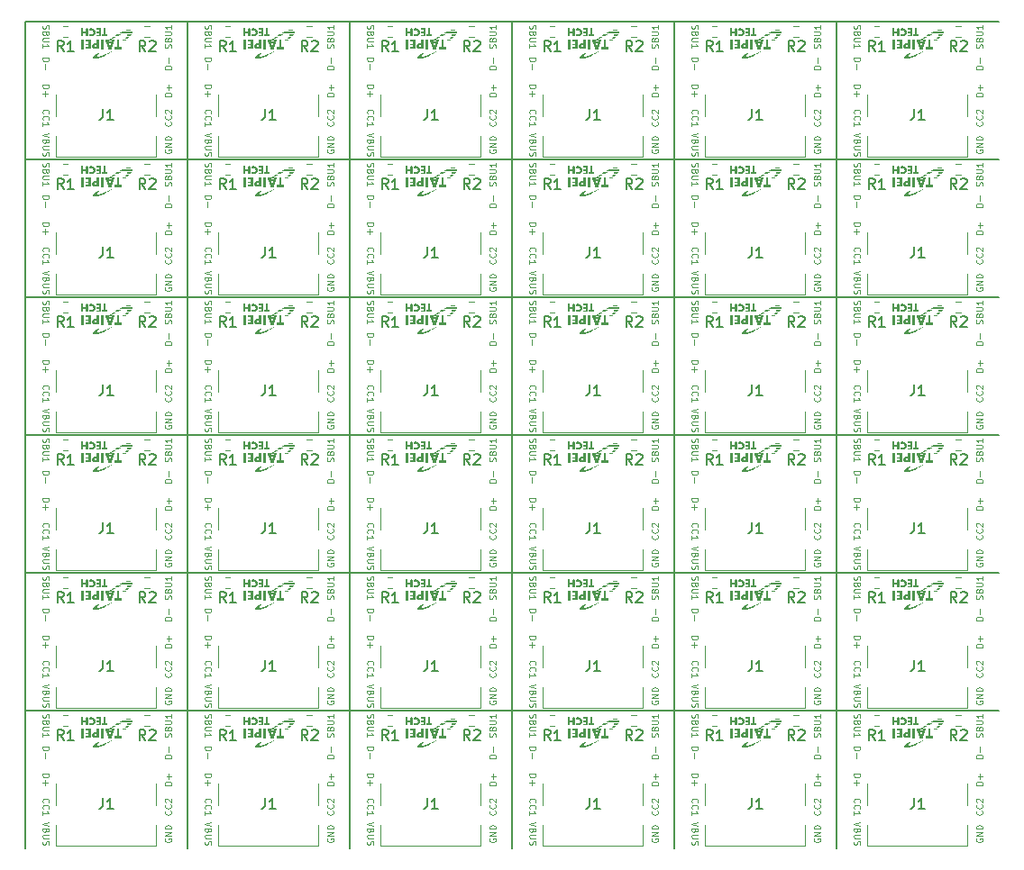
<source format=gbr>
%TF.GenerationSoftware,KiCad,Pcbnew,(6.0.11)*%
%TF.CreationDate,2023-04-14T16:13:46+08:00*%
%TF.ProjectId,typical,74797069-6361-46c2-9e6b-696361645f70,rev?*%
%TF.SameCoordinates,Original*%
%TF.FileFunction,Legend,Top*%
%TF.FilePolarity,Positive*%
%FSLAX46Y46*%
G04 Gerber Fmt 4.6, Leading zero omitted, Abs format (unit mm)*
G04 Created by KiCad (PCBNEW (6.0.11)) date 2023-04-14 16:13:46*
%MOMM*%
%LPD*%
G01*
G04 APERTURE LIST*
%ADD10C,0.080000*%
%ADD11C,0.150000*%
%ADD12C,0.120000*%
G04 APERTURE END LIST*
D10*
X213053571Y-177970000D02*
X212453571Y-178170000D01*
X213053571Y-178370000D01*
X212767857Y-178770000D02*
X212739285Y-178855714D01*
X212710714Y-178884285D01*
X212653571Y-178912857D01*
X212567857Y-178912857D01*
X212510714Y-178884285D01*
X212482142Y-178855714D01*
X212453571Y-178798571D01*
X212453571Y-178570000D01*
X213053571Y-178570000D01*
X213053571Y-178770000D01*
X213025000Y-178827142D01*
X212996428Y-178855714D01*
X212939285Y-178884285D01*
X212882142Y-178884285D01*
X212825000Y-178855714D01*
X212796428Y-178827142D01*
X212767857Y-178770000D01*
X212767857Y-178570000D01*
X213053571Y-179170000D02*
X212567857Y-179170000D01*
X212510714Y-179198571D01*
X212482142Y-179227142D01*
X212453571Y-179284285D01*
X212453571Y-179398571D01*
X212482142Y-179455714D01*
X212510714Y-179484285D01*
X212567857Y-179512857D01*
X213053571Y-179512857D01*
X212482142Y-179770000D02*
X212453571Y-179855714D01*
X212453571Y-179998571D01*
X212482142Y-180055714D01*
X212510714Y-180084285D01*
X212567857Y-180112857D01*
X212625000Y-180112857D01*
X212682142Y-180084285D01*
X212710714Y-180055714D01*
X212739285Y-179998571D01*
X212767857Y-179884285D01*
X212796428Y-179827142D01*
X212825000Y-179798571D01*
X212882142Y-179770000D01*
X212939285Y-179770000D01*
X212996428Y-179798571D01*
X213025000Y-179827142D01*
X213053571Y-179884285D01*
X213053571Y-180027142D01*
X213025000Y-180112857D01*
X224553428Y-174518571D02*
X223953428Y-174518571D01*
X223953428Y-174375714D01*
X223982000Y-174290000D01*
X224039142Y-174232857D01*
X224096285Y-174204285D01*
X224210571Y-174175714D01*
X224296285Y-174175714D01*
X224410571Y-174204285D01*
X224467714Y-174232857D01*
X224524857Y-174290000D01*
X224553428Y-174375714D01*
X224553428Y-174518571D01*
X224324857Y-173918571D02*
X224324857Y-173461428D01*
X224553428Y-173690000D02*
X224096285Y-173690000D01*
X212453571Y-170921428D02*
X213053571Y-170921428D01*
X213053571Y-171064285D01*
X213025000Y-171150000D01*
X212967857Y-171207142D01*
X212910714Y-171235714D01*
X212796428Y-171264285D01*
X212710714Y-171264285D01*
X212596428Y-171235714D01*
X212539285Y-171207142D01*
X212482142Y-171150000D01*
X212453571Y-171064285D01*
X212453571Y-170921428D01*
X212682142Y-171521428D02*
X212682142Y-171978571D01*
X212510714Y-176130000D02*
X212482142Y-176101428D01*
X212453571Y-176015714D01*
X212453571Y-175958571D01*
X212482142Y-175872857D01*
X212539285Y-175815714D01*
X212596428Y-175787142D01*
X212710714Y-175758571D01*
X212796428Y-175758571D01*
X212910714Y-175787142D01*
X212967857Y-175815714D01*
X213025000Y-175872857D01*
X213053571Y-175958571D01*
X213053571Y-176015714D01*
X213025000Y-176101428D01*
X212996428Y-176130000D01*
X212510714Y-176730000D02*
X212482142Y-176701428D01*
X212453571Y-176615714D01*
X212453571Y-176558571D01*
X212482142Y-176472857D01*
X212539285Y-176415714D01*
X212596428Y-176387142D01*
X212710714Y-176358571D01*
X212796428Y-176358571D01*
X212910714Y-176387142D01*
X212967857Y-176415714D01*
X213025000Y-176472857D01*
X213053571Y-176558571D01*
X213053571Y-176615714D01*
X213025000Y-176701428D01*
X212996428Y-176730000D01*
X212453571Y-177301428D02*
X212453571Y-176958571D01*
X212453571Y-177130000D02*
X213053571Y-177130000D01*
X212967857Y-177072857D01*
X212910714Y-177015714D01*
X212882142Y-176958571D01*
D11*
X210820000Y-167513000D02*
X226060000Y-167513000D01*
D10*
X223982000Y-179527142D02*
X223953428Y-179584285D01*
X223953428Y-179670000D01*
X223982000Y-179755714D01*
X224039142Y-179812857D01*
X224096285Y-179841428D01*
X224210571Y-179870000D01*
X224296285Y-179870000D01*
X224410571Y-179841428D01*
X224467714Y-179812857D01*
X224524857Y-179755714D01*
X224553428Y-179670000D01*
X224553428Y-179612857D01*
X224524857Y-179527142D01*
X224496285Y-179498571D01*
X224296285Y-179498571D01*
X224296285Y-179612857D01*
X224553428Y-179241428D02*
X223953428Y-179241428D01*
X224553428Y-178898571D01*
X223953428Y-178898571D01*
X224553428Y-178612857D02*
X223953428Y-178612857D01*
X223953428Y-178470000D01*
X223982000Y-178384285D01*
X224039142Y-178327142D01*
X224096285Y-178298571D01*
X224210571Y-178270000D01*
X224296285Y-178270000D01*
X224410571Y-178298571D01*
X224467714Y-178327142D01*
X224524857Y-178384285D01*
X224553428Y-178470000D01*
X224553428Y-178612857D01*
X212482142Y-167838571D02*
X212453571Y-167924285D01*
X212453571Y-168067142D01*
X212482142Y-168124285D01*
X212510714Y-168152857D01*
X212567857Y-168181428D01*
X212625000Y-168181428D01*
X212682142Y-168152857D01*
X212710714Y-168124285D01*
X212739285Y-168067142D01*
X212767857Y-167952857D01*
X212796428Y-167895714D01*
X212825000Y-167867142D01*
X212882142Y-167838571D01*
X212939285Y-167838571D01*
X212996428Y-167867142D01*
X213025000Y-167895714D01*
X213053571Y-167952857D01*
X213053571Y-168095714D01*
X213025000Y-168181428D01*
X212767857Y-168638571D02*
X212739285Y-168724285D01*
X212710714Y-168752857D01*
X212653571Y-168781428D01*
X212567857Y-168781428D01*
X212510714Y-168752857D01*
X212482142Y-168724285D01*
X212453571Y-168667142D01*
X212453571Y-168438571D01*
X213053571Y-168438571D01*
X213053571Y-168638571D01*
X213025000Y-168695714D01*
X212996428Y-168724285D01*
X212939285Y-168752857D01*
X212882142Y-168752857D01*
X212825000Y-168724285D01*
X212796428Y-168695714D01*
X212767857Y-168638571D01*
X212767857Y-168438571D01*
X213053571Y-169038571D02*
X212567857Y-169038571D01*
X212510714Y-169067142D01*
X212482142Y-169095714D01*
X212453571Y-169152857D01*
X212453571Y-169267142D01*
X212482142Y-169324285D01*
X212510714Y-169352857D01*
X212567857Y-169381428D01*
X213053571Y-169381428D01*
X212453571Y-169981428D02*
X212453571Y-169638571D01*
X212453571Y-169810000D02*
X213053571Y-169810000D01*
X212967857Y-169752857D01*
X212910714Y-169695714D01*
X212882142Y-169638571D01*
X224524857Y-169981428D02*
X224553428Y-169895714D01*
X224553428Y-169752857D01*
X224524857Y-169695714D01*
X224496285Y-169667142D01*
X224439142Y-169638571D01*
X224382000Y-169638571D01*
X224324857Y-169667142D01*
X224296285Y-169695714D01*
X224267714Y-169752857D01*
X224239142Y-169867142D01*
X224210571Y-169924285D01*
X224182000Y-169952857D01*
X224124857Y-169981428D01*
X224067714Y-169981428D01*
X224010571Y-169952857D01*
X223982000Y-169924285D01*
X223953428Y-169867142D01*
X223953428Y-169724285D01*
X223982000Y-169638571D01*
X224239142Y-169181428D02*
X224267714Y-169095714D01*
X224296285Y-169067142D01*
X224353428Y-169038571D01*
X224439142Y-169038571D01*
X224496285Y-169067142D01*
X224524857Y-169095714D01*
X224553428Y-169152857D01*
X224553428Y-169381428D01*
X223953428Y-169381428D01*
X223953428Y-169181428D01*
X223982000Y-169124285D01*
X224010571Y-169095714D01*
X224067714Y-169067142D01*
X224124857Y-169067142D01*
X224182000Y-169095714D01*
X224210571Y-169124285D01*
X224239142Y-169181428D01*
X224239142Y-169381428D01*
X223953428Y-168781428D02*
X224439142Y-168781428D01*
X224496285Y-168752857D01*
X224524857Y-168724285D01*
X224553428Y-168667142D01*
X224553428Y-168552857D01*
X224524857Y-168495714D01*
X224496285Y-168467142D01*
X224439142Y-168438571D01*
X223953428Y-168438571D01*
X224553428Y-167838571D02*
X224553428Y-168181428D01*
X224553428Y-168010000D02*
X223953428Y-168010000D01*
X224039142Y-168067142D01*
X224096285Y-168124285D01*
X224124857Y-168181428D01*
D11*
X210820000Y-167513000D02*
X210820000Y-180467000D01*
D10*
X224496285Y-176930000D02*
X224524857Y-176958571D01*
X224553428Y-177044285D01*
X224553428Y-177101428D01*
X224524857Y-177187142D01*
X224467714Y-177244285D01*
X224410571Y-177272857D01*
X224296285Y-177301428D01*
X224210571Y-177301428D01*
X224096285Y-177272857D01*
X224039142Y-177244285D01*
X223982000Y-177187142D01*
X223953428Y-177101428D01*
X223953428Y-177044285D01*
X223982000Y-176958571D01*
X224010571Y-176930000D01*
X224496285Y-176330000D02*
X224524857Y-176358571D01*
X224553428Y-176444285D01*
X224553428Y-176501428D01*
X224524857Y-176587142D01*
X224467714Y-176644285D01*
X224410571Y-176672857D01*
X224296285Y-176701428D01*
X224210571Y-176701428D01*
X224096285Y-176672857D01*
X224039142Y-176644285D01*
X223982000Y-176587142D01*
X223953428Y-176501428D01*
X223953428Y-176444285D01*
X223982000Y-176358571D01*
X224010571Y-176330000D01*
X224010571Y-176101428D02*
X223982000Y-176072857D01*
X223953428Y-176015714D01*
X223953428Y-175872857D01*
X223982000Y-175815714D01*
X224010571Y-175787142D01*
X224067714Y-175758571D01*
X224124857Y-175758571D01*
X224210571Y-175787142D01*
X224553428Y-176130000D01*
X224553428Y-175758571D01*
X224553428Y-171978571D02*
X223953428Y-171978571D01*
X223953428Y-171835714D01*
X223982000Y-171750000D01*
X224039142Y-171692857D01*
X224096285Y-171664285D01*
X224210571Y-171635714D01*
X224296285Y-171635714D01*
X224410571Y-171664285D01*
X224467714Y-171692857D01*
X224524857Y-171750000D01*
X224553428Y-171835714D01*
X224553428Y-171978571D01*
X224324857Y-171378571D02*
X224324857Y-170921428D01*
X212453571Y-173461428D02*
X213053571Y-173461428D01*
X213053571Y-173604285D01*
X213025000Y-173690000D01*
X212967857Y-173747142D01*
X212910714Y-173775714D01*
X212796428Y-173804285D01*
X212710714Y-173804285D01*
X212596428Y-173775714D01*
X212539285Y-173747142D01*
X212482142Y-173690000D01*
X212453571Y-173604285D01*
X212453571Y-173461428D01*
X212682142Y-174061428D02*
X212682142Y-174518571D01*
X212453571Y-174290000D02*
X212910714Y-174290000D01*
X197813571Y-177970000D02*
X197213571Y-178170000D01*
X197813571Y-178370000D01*
X197527857Y-178770000D02*
X197499285Y-178855714D01*
X197470714Y-178884285D01*
X197413571Y-178912857D01*
X197327857Y-178912857D01*
X197270714Y-178884285D01*
X197242142Y-178855714D01*
X197213571Y-178798571D01*
X197213571Y-178570000D01*
X197813571Y-178570000D01*
X197813571Y-178770000D01*
X197785000Y-178827142D01*
X197756428Y-178855714D01*
X197699285Y-178884285D01*
X197642142Y-178884285D01*
X197585000Y-178855714D01*
X197556428Y-178827142D01*
X197527857Y-178770000D01*
X197527857Y-178570000D01*
X197813571Y-179170000D02*
X197327857Y-179170000D01*
X197270714Y-179198571D01*
X197242142Y-179227142D01*
X197213571Y-179284285D01*
X197213571Y-179398571D01*
X197242142Y-179455714D01*
X197270714Y-179484285D01*
X197327857Y-179512857D01*
X197813571Y-179512857D01*
X197242142Y-179770000D02*
X197213571Y-179855714D01*
X197213571Y-179998571D01*
X197242142Y-180055714D01*
X197270714Y-180084285D01*
X197327857Y-180112857D01*
X197385000Y-180112857D01*
X197442142Y-180084285D01*
X197470714Y-180055714D01*
X197499285Y-179998571D01*
X197527857Y-179884285D01*
X197556428Y-179827142D01*
X197585000Y-179798571D01*
X197642142Y-179770000D01*
X197699285Y-179770000D01*
X197756428Y-179798571D01*
X197785000Y-179827142D01*
X197813571Y-179884285D01*
X197813571Y-180027142D01*
X197785000Y-180112857D01*
X209313428Y-174518571D02*
X208713428Y-174518571D01*
X208713428Y-174375714D01*
X208742000Y-174290000D01*
X208799142Y-174232857D01*
X208856285Y-174204285D01*
X208970571Y-174175714D01*
X209056285Y-174175714D01*
X209170571Y-174204285D01*
X209227714Y-174232857D01*
X209284857Y-174290000D01*
X209313428Y-174375714D01*
X209313428Y-174518571D01*
X209084857Y-173918571D02*
X209084857Y-173461428D01*
X209313428Y-173690000D02*
X208856285Y-173690000D01*
X197213571Y-170921428D02*
X197813571Y-170921428D01*
X197813571Y-171064285D01*
X197785000Y-171150000D01*
X197727857Y-171207142D01*
X197670714Y-171235714D01*
X197556428Y-171264285D01*
X197470714Y-171264285D01*
X197356428Y-171235714D01*
X197299285Y-171207142D01*
X197242142Y-171150000D01*
X197213571Y-171064285D01*
X197213571Y-170921428D01*
X197442142Y-171521428D02*
X197442142Y-171978571D01*
X197270714Y-176130000D02*
X197242142Y-176101428D01*
X197213571Y-176015714D01*
X197213571Y-175958571D01*
X197242142Y-175872857D01*
X197299285Y-175815714D01*
X197356428Y-175787142D01*
X197470714Y-175758571D01*
X197556428Y-175758571D01*
X197670714Y-175787142D01*
X197727857Y-175815714D01*
X197785000Y-175872857D01*
X197813571Y-175958571D01*
X197813571Y-176015714D01*
X197785000Y-176101428D01*
X197756428Y-176130000D01*
X197270714Y-176730000D02*
X197242142Y-176701428D01*
X197213571Y-176615714D01*
X197213571Y-176558571D01*
X197242142Y-176472857D01*
X197299285Y-176415714D01*
X197356428Y-176387142D01*
X197470714Y-176358571D01*
X197556428Y-176358571D01*
X197670714Y-176387142D01*
X197727857Y-176415714D01*
X197785000Y-176472857D01*
X197813571Y-176558571D01*
X197813571Y-176615714D01*
X197785000Y-176701428D01*
X197756428Y-176730000D01*
X197213571Y-177301428D02*
X197213571Y-176958571D01*
X197213571Y-177130000D02*
X197813571Y-177130000D01*
X197727857Y-177072857D01*
X197670714Y-177015714D01*
X197642142Y-176958571D01*
X208742000Y-179527142D02*
X208713428Y-179584285D01*
X208713428Y-179670000D01*
X208742000Y-179755714D01*
X208799142Y-179812857D01*
X208856285Y-179841428D01*
X208970571Y-179870000D01*
X209056285Y-179870000D01*
X209170571Y-179841428D01*
X209227714Y-179812857D01*
X209284857Y-179755714D01*
X209313428Y-179670000D01*
X209313428Y-179612857D01*
X209284857Y-179527142D01*
X209256285Y-179498571D01*
X209056285Y-179498571D01*
X209056285Y-179612857D01*
X209313428Y-179241428D02*
X208713428Y-179241428D01*
X209313428Y-178898571D01*
X208713428Y-178898571D01*
X209313428Y-178612857D02*
X208713428Y-178612857D01*
X208713428Y-178470000D01*
X208742000Y-178384285D01*
X208799142Y-178327142D01*
X208856285Y-178298571D01*
X208970571Y-178270000D01*
X209056285Y-178270000D01*
X209170571Y-178298571D01*
X209227714Y-178327142D01*
X209284857Y-178384285D01*
X209313428Y-178470000D01*
X209313428Y-178612857D01*
X197242142Y-167838571D02*
X197213571Y-167924285D01*
X197213571Y-168067142D01*
X197242142Y-168124285D01*
X197270714Y-168152857D01*
X197327857Y-168181428D01*
X197385000Y-168181428D01*
X197442142Y-168152857D01*
X197470714Y-168124285D01*
X197499285Y-168067142D01*
X197527857Y-167952857D01*
X197556428Y-167895714D01*
X197585000Y-167867142D01*
X197642142Y-167838571D01*
X197699285Y-167838571D01*
X197756428Y-167867142D01*
X197785000Y-167895714D01*
X197813571Y-167952857D01*
X197813571Y-168095714D01*
X197785000Y-168181428D01*
X197527857Y-168638571D02*
X197499285Y-168724285D01*
X197470714Y-168752857D01*
X197413571Y-168781428D01*
X197327857Y-168781428D01*
X197270714Y-168752857D01*
X197242142Y-168724285D01*
X197213571Y-168667142D01*
X197213571Y-168438571D01*
X197813571Y-168438571D01*
X197813571Y-168638571D01*
X197785000Y-168695714D01*
X197756428Y-168724285D01*
X197699285Y-168752857D01*
X197642142Y-168752857D01*
X197585000Y-168724285D01*
X197556428Y-168695714D01*
X197527857Y-168638571D01*
X197527857Y-168438571D01*
X197813571Y-169038571D02*
X197327857Y-169038571D01*
X197270714Y-169067142D01*
X197242142Y-169095714D01*
X197213571Y-169152857D01*
X197213571Y-169267142D01*
X197242142Y-169324285D01*
X197270714Y-169352857D01*
X197327857Y-169381428D01*
X197813571Y-169381428D01*
X197213571Y-169981428D02*
X197213571Y-169638571D01*
X197213571Y-169810000D02*
X197813571Y-169810000D01*
X197727857Y-169752857D01*
X197670714Y-169695714D01*
X197642142Y-169638571D01*
X209284857Y-169981428D02*
X209313428Y-169895714D01*
X209313428Y-169752857D01*
X209284857Y-169695714D01*
X209256285Y-169667142D01*
X209199142Y-169638571D01*
X209142000Y-169638571D01*
X209084857Y-169667142D01*
X209056285Y-169695714D01*
X209027714Y-169752857D01*
X208999142Y-169867142D01*
X208970571Y-169924285D01*
X208942000Y-169952857D01*
X208884857Y-169981428D01*
X208827714Y-169981428D01*
X208770571Y-169952857D01*
X208742000Y-169924285D01*
X208713428Y-169867142D01*
X208713428Y-169724285D01*
X208742000Y-169638571D01*
X208999142Y-169181428D02*
X209027714Y-169095714D01*
X209056285Y-169067142D01*
X209113428Y-169038571D01*
X209199142Y-169038571D01*
X209256285Y-169067142D01*
X209284857Y-169095714D01*
X209313428Y-169152857D01*
X209313428Y-169381428D01*
X208713428Y-169381428D01*
X208713428Y-169181428D01*
X208742000Y-169124285D01*
X208770571Y-169095714D01*
X208827714Y-169067142D01*
X208884857Y-169067142D01*
X208942000Y-169095714D01*
X208970571Y-169124285D01*
X208999142Y-169181428D01*
X208999142Y-169381428D01*
X208713428Y-168781428D02*
X209199142Y-168781428D01*
X209256285Y-168752857D01*
X209284857Y-168724285D01*
X209313428Y-168667142D01*
X209313428Y-168552857D01*
X209284857Y-168495714D01*
X209256285Y-168467142D01*
X209199142Y-168438571D01*
X208713428Y-168438571D01*
X209313428Y-167838571D02*
X209313428Y-168181428D01*
X209313428Y-168010000D02*
X208713428Y-168010000D01*
X208799142Y-168067142D01*
X208856285Y-168124285D01*
X208884857Y-168181428D01*
D11*
X195580000Y-167513000D02*
X195580000Y-180467000D01*
D10*
X209256285Y-176930000D02*
X209284857Y-176958571D01*
X209313428Y-177044285D01*
X209313428Y-177101428D01*
X209284857Y-177187142D01*
X209227714Y-177244285D01*
X209170571Y-177272857D01*
X209056285Y-177301428D01*
X208970571Y-177301428D01*
X208856285Y-177272857D01*
X208799142Y-177244285D01*
X208742000Y-177187142D01*
X208713428Y-177101428D01*
X208713428Y-177044285D01*
X208742000Y-176958571D01*
X208770571Y-176930000D01*
X209256285Y-176330000D02*
X209284857Y-176358571D01*
X209313428Y-176444285D01*
X209313428Y-176501428D01*
X209284857Y-176587142D01*
X209227714Y-176644285D01*
X209170571Y-176672857D01*
X209056285Y-176701428D01*
X208970571Y-176701428D01*
X208856285Y-176672857D01*
X208799142Y-176644285D01*
X208742000Y-176587142D01*
X208713428Y-176501428D01*
X208713428Y-176444285D01*
X208742000Y-176358571D01*
X208770571Y-176330000D01*
X208770571Y-176101428D02*
X208742000Y-176072857D01*
X208713428Y-176015714D01*
X208713428Y-175872857D01*
X208742000Y-175815714D01*
X208770571Y-175787142D01*
X208827714Y-175758571D01*
X208884857Y-175758571D01*
X208970571Y-175787142D01*
X209313428Y-176130000D01*
X209313428Y-175758571D01*
X209313428Y-171978571D02*
X208713428Y-171978571D01*
X208713428Y-171835714D01*
X208742000Y-171750000D01*
X208799142Y-171692857D01*
X208856285Y-171664285D01*
X208970571Y-171635714D01*
X209056285Y-171635714D01*
X209170571Y-171664285D01*
X209227714Y-171692857D01*
X209284857Y-171750000D01*
X209313428Y-171835714D01*
X209313428Y-171978571D01*
X209084857Y-171378571D02*
X209084857Y-170921428D01*
D11*
X195580000Y-167513000D02*
X210820000Y-167513000D01*
D10*
X197213571Y-173461428D02*
X197813571Y-173461428D01*
X197813571Y-173604285D01*
X197785000Y-173690000D01*
X197727857Y-173747142D01*
X197670714Y-173775714D01*
X197556428Y-173804285D01*
X197470714Y-173804285D01*
X197356428Y-173775714D01*
X197299285Y-173747142D01*
X197242142Y-173690000D01*
X197213571Y-173604285D01*
X197213571Y-173461428D01*
X197442142Y-174061428D02*
X197442142Y-174518571D01*
X197213571Y-174290000D02*
X197670714Y-174290000D01*
X182573571Y-177970000D02*
X181973571Y-178170000D01*
X182573571Y-178370000D01*
X182287857Y-178770000D02*
X182259285Y-178855714D01*
X182230714Y-178884285D01*
X182173571Y-178912857D01*
X182087857Y-178912857D01*
X182030714Y-178884285D01*
X182002142Y-178855714D01*
X181973571Y-178798571D01*
X181973571Y-178570000D01*
X182573571Y-178570000D01*
X182573571Y-178770000D01*
X182545000Y-178827142D01*
X182516428Y-178855714D01*
X182459285Y-178884285D01*
X182402142Y-178884285D01*
X182345000Y-178855714D01*
X182316428Y-178827142D01*
X182287857Y-178770000D01*
X182287857Y-178570000D01*
X182573571Y-179170000D02*
X182087857Y-179170000D01*
X182030714Y-179198571D01*
X182002142Y-179227142D01*
X181973571Y-179284285D01*
X181973571Y-179398571D01*
X182002142Y-179455714D01*
X182030714Y-179484285D01*
X182087857Y-179512857D01*
X182573571Y-179512857D01*
X182002142Y-179770000D02*
X181973571Y-179855714D01*
X181973571Y-179998571D01*
X182002142Y-180055714D01*
X182030714Y-180084285D01*
X182087857Y-180112857D01*
X182145000Y-180112857D01*
X182202142Y-180084285D01*
X182230714Y-180055714D01*
X182259285Y-179998571D01*
X182287857Y-179884285D01*
X182316428Y-179827142D01*
X182345000Y-179798571D01*
X182402142Y-179770000D01*
X182459285Y-179770000D01*
X182516428Y-179798571D01*
X182545000Y-179827142D01*
X182573571Y-179884285D01*
X182573571Y-180027142D01*
X182545000Y-180112857D01*
X193502000Y-179527142D02*
X193473428Y-179584285D01*
X193473428Y-179670000D01*
X193502000Y-179755714D01*
X193559142Y-179812857D01*
X193616285Y-179841428D01*
X193730571Y-179870000D01*
X193816285Y-179870000D01*
X193930571Y-179841428D01*
X193987714Y-179812857D01*
X194044857Y-179755714D01*
X194073428Y-179670000D01*
X194073428Y-179612857D01*
X194044857Y-179527142D01*
X194016285Y-179498571D01*
X193816285Y-179498571D01*
X193816285Y-179612857D01*
X194073428Y-179241428D02*
X193473428Y-179241428D01*
X194073428Y-178898571D01*
X193473428Y-178898571D01*
X194073428Y-178612857D02*
X193473428Y-178612857D01*
X193473428Y-178470000D01*
X193502000Y-178384285D01*
X193559142Y-178327142D01*
X193616285Y-178298571D01*
X193730571Y-178270000D01*
X193816285Y-178270000D01*
X193930571Y-178298571D01*
X193987714Y-178327142D01*
X194044857Y-178384285D01*
X194073428Y-178470000D01*
X194073428Y-178612857D01*
X194073428Y-174518571D02*
X193473428Y-174518571D01*
X193473428Y-174375714D01*
X193502000Y-174290000D01*
X193559142Y-174232857D01*
X193616285Y-174204285D01*
X193730571Y-174175714D01*
X193816285Y-174175714D01*
X193930571Y-174204285D01*
X193987714Y-174232857D01*
X194044857Y-174290000D01*
X194073428Y-174375714D01*
X194073428Y-174518571D01*
X193844857Y-173918571D02*
X193844857Y-173461428D01*
X194073428Y-173690000D02*
X193616285Y-173690000D01*
X181973571Y-170921428D02*
X182573571Y-170921428D01*
X182573571Y-171064285D01*
X182545000Y-171150000D01*
X182487857Y-171207142D01*
X182430714Y-171235714D01*
X182316428Y-171264285D01*
X182230714Y-171264285D01*
X182116428Y-171235714D01*
X182059285Y-171207142D01*
X182002142Y-171150000D01*
X181973571Y-171064285D01*
X181973571Y-170921428D01*
X182202142Y-171521428D02*
X182202142Y-171978571D01*
D11*
X180340000Y-167513000D02*
X195580000Y-167513000D01*
D10*
X182030714Y-176130000D02*
X182002142Y-176101428D01*
X181973571Y-176015714D01*
X181973571Y-175958571D01*
X182002142Y-175872857D01*
X182059285Y-175815714D01*
X182116428Y-175787142D01*
X182230714Y-175758571D01*
X182316428Y-175758571D01*
X182430714Y-175787142D01*
X182487857Y-175815714D01*
X182545000Y-175872857D01*
X182573571Y-175958571D01*
X182573571Y-176015714D01*
X182545000Y-176101428D01*
X182516428Y-176130000D01*
X182030714Y-176730000D02*
X182002142Y-176701428D01*
X181973571Y-176615714D01*
X181973571Y-176558571D01*
X182002142Y-176472857D01*
X182059285Y-176415714D01*
X182116428Y-176387142D01*
X182230714Y-176358571D01*
X182316428Y-176358571D01*
X182430714Y-176387142D01*
X182487857Y-176415714D01*
X182545000Y-176472857D01*
X182573571Y-176558571D01*
X182573571Y-176615714D01*
X182545000Y-176701428D01*
X182516428Y-176730000D01*
X181973571Y-177301428D02*
X181973571Y-176958571D01*
X181973571Y-177130000D02*
X182573571Y-177130000D01*
X182487857Y-177072857D01*
X182430714Y-177015714D01*
X182402142Y-176958571D01*
X182002142Y-167838571D02*
X181973571Y-167924285D01*
X181973571Y-168067142D01*
X182002142Y-168124285D01*
X182030714Y-168152857D01*
X182087857Y-168181428D01*
X182145000Y-168181428D01*
X182202142Y-168152857D01*
X182230714Y-168124285D01*
X182259285Y-168067142D01*
X182287857Y-167952857D01*
X182316428Y-167895714D01*
X182345000Y-167867142D01*
X182402142Y-167838571D01*
X182459285Y-167838571D01*
X182516428Y-167867142D01*
X182545000Y-167895714D01*
X182573571Y-167952857D01*
X182573571Y-168095714D01*
X182545000Y-168181428D01*
X182287857Y-168638571D02*
X182259285Y-168724285D01*
X182230714Y-168752857D01*
X182173571Y-168781428D01*
X182087857Y-168781428D01*
X182030714Y-168752857D01*
X182002142Y-168724285D01*
X181973571Y-168667142D01*
X181973571Y-168438571D01*
X182573571Y-168438571D01*
X182573571Y-168638571D01*
X182545000Y-168695714D01*
X182516428Y-168724285D01*
X182459285Y-168752857D01*
X182402142Y-168752857D01*
X182345000Y-168724285D01*
X182316428Y-168695714D01*
X182287857Y-168638571D01*
X182287857Y-168438571D01*
X182573571Y-169038571D02*
X182087857Y-169038571D01*
X182030714Y-169067142D01*
X182002142Y-169095714D01*
X181973571Y-169152857D01*
X181973571Y-169267142D01*
X182002142Y-169324285D01*
X182030714Y-169352857D01*
X182087857Y-169381428D01*
X182573571Y-169381428D01*
X181973571Y-169981428D02*
X181973571Y-169638571D01*
X181973571Y-169810000D02*
X182573571Y-169810000D01*
X182487857Y-169752857D01*
X182430714Y-169695714D01*
X182402142Y-169638571D01*
X194044857Y-169981428D02*
X194073428Y-169895714D01*
X194073428Y-169752857D01*
X194044857Y-169695714D01*
X194016285Y-169667142D01*
X193959142Y-169638571D01*
X193902000Y-169638571D01*
X193844857Y-169667142D01*
X193816285Y-169695714D01*
X193787714Y-169752857D01*
X193759142Y-169867142D01*
X193730571Y-169924285D01*
X193702000Y-169952857D01*
X193644857Y-169981428D01*
X193587714Y-169981428D01*
X193530571Y-169952857D01*
X193502000Y-169924285D01*
X193473428Y-169867142D01*
X193473428Y-169724285D01*
X193502000Y-169638571D01*
X193759142Y-169181428D02*
X193787714Y-169095714D01*
X193816285Y-169067142D01*
X193873428Y-169038571D01*
X193959142Y-169038571D01*
X194016285Y-169067142D01*
X194044857Y-169095714D01*
X194073428Y-169152857D01*
X194073428Y-169381428D01*
X193473428Y-169381428D01*
X193473428Y-169181428D01*
X193502000Y-169124285D01*
X193530571Y-169095714D01*
X193587714Y-169067142D01*
X193644857Y-169067142D01*
X193702000Y-169095714D01*
X193730571Y-169124285D01*
X193759142Y-169181428D01*
X193759142Y-169381428D01*
X193473428Y-168781428D02*
X193959142Y-168781428D01*
X194016285Y-168752857D01*
X194044857Y-168724285D01*
X194073428Y-168667142D01*
X194073428Y-168552857D01*
X194044857Y-168495714D01*
X194016285Y-168467142D01*
X193959142Y-168438571D01*
X193473428Y-168438571D01*
X194073428Y-167838571D02*
X194073428Y-168181428D01*
X194073428Y-168010000D02*
X193473428Y-168010000D01*
X193559142Y-168067142D01*
X193616285Y-168124285D01*
X193644857Y-168181428D01*
D11*
X180340000Y-167513000D02*
X180340000Y-180467000D01*
D10*
X194016285Y-176930000D02*
X194044857Y-176958571D01*
X194073428Y-177044285D01*
X194073428Y-177101428D01*
X194044857Y-177187142D01*
X193987714Y-177244285D01*
X193930571Y-177272857D01*
X193816285Y-177301428D01*
X193730571Y-177301428D01*
X193616285Y-177272857D01*
X193559142Y-177244285D01*
X193502000Y-177187142D01*
X193473428Y-177101428D01*
X193473428Y-177044285D01*
X193502000Y-176958571D01*
X193530571Y-176930000D01*
X194016285Y-176330000D02*
X194044857Y-176358571D01*
X194073428Y-176444285D01*
X194073428Y-176501428D01*
X194044857Y-176587142D01*
X193987714Y-176644285D01*
X193930571Y-176672857D01*
X193816285Y-176701428D01*
X193730571Y-176701428D01*
X193616285Y-176672857D01*
X193559142Y-176644285D01*
X193502000Y-176587142D01*
X193473428Y-176501428D01*
X193473428Y-176444285D01*
X193502000Y-176358571D01*
X193530571Y-176330000D01*
X193530571Y-176101428D02*
X193502000Y-176072857D01*
X193473428Y-176015714D01*
X193473428Y-175872857D01*
X193502000Y-175815714D01*
X193530571Y-175787142D01*
X193587714Y-175758571D01*
X193644857Y-175758571D01*
X193730571Y-175787142D01*
X194073428Y-176130000D01*
X194073428Y-175758571D01*
X194073428Y-171978571D02*
X193473428Y-171978571D01*
X193473428Y-171835714D01*
X193502000Y-171750000D01*
X193559142Y-171692857D01*
X193616285Y-171664285D01*
X193730571Y-171635714D01*
X193816285Y-171635714D01*
X193930571Y-171664285D01*
X193987714Y-171692857D01*
X194044857Y-171750000D01*
X194073428Y-171835714D01*
X194073428Y-171978571D01*
X193844857Y-171378571D02*
X193844857Y-170921428D01*
X181973571Y-173461428D02*
X182573571Y-173461428D01*
X182573571Y-173604285D01*
X182545000Y-173690000D01*
X182487857Y-173747142D01*
X182430714Y-173775714D01*
X182316428Y-173804285D01*
X182230714Y-173804285D01*
X182116428Y-173775714D01*
X182059285Y-173747142D01*
X182002142Y-173690000D01*
X181973571Y-173604285D01*
X181973571Y-173461428D01*
X182202142Y-174061428D02*
X182202142Y-174518571D01*
X181973571Y-174290000D02*
X182430714Y-174290000D01*
X167333571Y-177970000D02*
X166733571Y-178170000D01*
X167333571Y-178370000D01*
X167047857Y-178770000D02*
X167019285Y-178855714D01*
X166990714Y-178884285D01*
X166933571Y-178912857D01*
X166847857Y-178912857D01*
X166790714Y-178884285D01*
X166762142Y-178855714D01*
X166733571Y-178798571D01*
X166733571Y-178570000D01*
X167333571Y-178570000D01*
X167333571Y-178770000D01*
X167305000Y-178827142D01*
X167276428Y-178855714D01*
X167219285Y-178884285D01*
X167162142Y-178884285D01*
X167105000Y-178855714D01*
X167076428Y-178827142D01*
X167047857Y-178770000D01*
X167047857Y-178570000D01*
X167333571Y-179170000D02*
X166847857Y-179170000D01*
X166790714Y-179198571D01*
X166762142Y-179227142D01*
X166733571Y-179284285D01*
X166733571Y-179398571D01*
X166762142Y-179455714D01*
X166790714Y-179484285D01*
X166847857Y-179512857D01*
X167333571Y-179512857D01*
X166762142Y-179770000D02*
X166733571Y-179855714D01*
X166733571Y-179998571D01*
X166762142Y-180055714D01*
X166790714Y-180084285D01*
X166847857Y-180112857D01*
X166905000Y-180112857D01*
X166962142Y-180084285D01*
X166990714Y-180055714D01*
X167019285Y-179998571D01*
X167047857Y-179884285D01*
X167076428Y-179827142D01*
X167105000Y-179798571D01*
X167162142Y-179770000D01*
X167219285Y-179770000D01*
X167276428Y-179798571D01*
X167305000Y-179827142D01*
X167333571Y-179884285D01*
X167333571Y-180027142D01*
X167305000Y-180112857D01*
X178262000Y-179527142D02*
X178233428Y-179584285D01*
X178233428Y-179670000D01*
X178262000Y-179755714D01*
X178319142Y-179812857D01*
X178376285Y-179841428D01*
X178490571Y-179870000D01*
X178576285Y-179870000D01*
X178690571Y-179841428D01*
X178747714Y-179812857D01*
X178804857Y-179755714D01*
X178833428Y-179670000D01*
X178833428Y-179612857D01*
X178804857Y-179527142D01*
X178776285Y-179498571D01*
X178576285Y-179498571D01*
X178576285Y-179612857D01*
X178833428Y-179241428D02*
X178233428Y-179241428D01*
X178833428Y-178898571D01*
X178233428Y-178898571D01*
X178833428Y-178612857D02*
X178233428Y-178612857D01*
X178233428Y-178470000D01*
X178262000Y-178384285D01*
X178319142Y-178327142D01*
X178376285Y-178298571D01*
X178490571Y-178270000D01*
X178576285Y-178270000D01*
X178690571Y-178298571D01*
X178747714Y-178327142D01*
X178804857Y-178384285D01*
X178833428Y-178470000D01*
X178833428Y-178612857D01*
X166733571Y-170921428D02*
X167333571Y-170921428D01*
X167333571Y-171064285D01*
X167305000Y-171150000D01*
X167247857Y-171207142D01*
X167190714Y-171235714D01*
X167076428Y-171264285D01*
X166990714Y-171264285D01*
X166876428Y-171235714D01*
X166819285Y-171207142D01*
X166762142Y-171150000D01*
X166733571Y-171064285D01*
X166733571Y-170921428D01*
X166962142Y-171521428D02*
X166962142Y-171978571D01*
D11*
X165100000Y-167513000D02*
X180340000Y-167513000D01*
D10*
X166762142Y-167838571D02*
X166733571Y-167924285D01*
X166733571Y-168067142D01*
X166762142Y-168124285D01*
X166790714Y-168152857D01*
X166847857Y-168181428D01*
X166905000Y-168181428D01*
X166962142Y-168152857D01*
X166990714Y-168124285D01*
X167019285Y-168067142D01*
X167047857Y-167952857D01*
X167076428Y-167895714D01*
X167105000Y-167867142D01*
X167162142Y-167838571D01*
X167219285Y-167838571D01*
X167276428Y-167867142D01*
X167305000Y-167895714D01*
X167333571Y-167952857D01*
X167333571Y-168095714D01*
X167305000Y-168181428D01*
X167047857Y-168638571D02*
X167019285Y-168724285D01*
X166990714Y-168752857D01*
X166933571Y-168781428D01*
X166847857Y-168781428D01*
X166790714Y-168752857D01*
X166762142Y-168724285D01*
X166733571Y-168667142D01*
X166733571Y-168438571D01*
X167333571Y-168438571D01*
X167333571Y-168638571D01*
X167305000Y-168695714D01*
X167276428Y-168724285D01*
X167219285Y-168752857D01*
X167162142Y-168752857D01*
X167105000Y-168724285D01*
X167076428Y-168695714D01*
X167047857Y-168638571D01*
X167047857Y-168438571D01*
X167333571Y-169038571D02*
X166847857Y-169038571D01*
X166790714Y-169067142D01*
X166762142Y-169095714D01*
X166733571Y-169152857D01*
X166733571Y-169267142D01*
X166762142Y-169324285D01*
X166790714Y-169352857D01*
X166847857Y-169381428D01*
X167333571Y-169381428D01*
X166733571Y-169981428D02*
X166733571Y-169638571D01*
X166733571Y-169810000D02*
X167333571Y-169810000D01*
X167247857Y-169752857D01*
X167190714Y-169695714D01*
X167162142Y-169638571D01*
X178804857Y-169981428D02*
X178833428Y-169895714D01*
X178833428Y-169752857D01*
X178804857Y-169695714D01*
X178776285Y-169667142D01*
X178719142Y-169638571D01*
X178662000Y-169638571D01*
X178604857Y-169667142D01*
X178576285Y-169695714D01*
X178547714Y-169752857D01*
X178519142Y-169867142D01*
X178490571Y-169924285D01*
X178462000Y-169952857D01*
X178404857Y-169981428D01*
X178347714Y-169981428D01*
X178290571Y-169952857D01*
X178262000Y-169924285D01*
X178233428Y-169867142D01*
X178233428Y-169724285D01*
X178262000Y-169638571D01*
X178519142Y-169181428D02*
X178547714Y-169095714D01*
X178576285Y-169067142D01*
X178633428Y-169038571D01*
X178719142Y-169038571D01*
X178776285Y-169067142D01*
X178804857Y-169095714D01*
X178833428Y-169152857D01*
X178833428Y-169381428D01*
X178233428Y-169381428D01*
X178233428Y-169181428D01*
X178262000Y-169124285D01*
X178290571Y-169095714D01*
X178347714Y-169067142D01*
X178404857Y-169067142D01*
X178462000Y-169095714D01*
X178490571Y-169124285D01*
X178519142Y-169181428D01*
X178519142Y-169381428D01*
X178233428Y-168781428D02*
X178719142Y-168781428D01*
X178776285Y-168752857D01*
X178804857Y-168724285D01*
X178833428Y-168667142D01*
X178833428Y-168552857D01*
X178804857Y-168495714D01*
X178776285Y-168467142D01*
X178719142Y-168438571D01*
X178233428Y-168438571D01*
X178833428Y-167838571D02*
X178833428Y-168181428D01*
X178833428Y-168010000D02*
X178233428Y-168010000D01*
X178319142Y-168067142D01*
X178376285Y-168124285D01*
X178404857Y-168181428D01*
D11*
X165100000Y-167513000D02*
X165100000Y-180467000D01*
D10*
X178776285Y-176930000D02*
X178804857Y-176958571D01*
X178833428Y-177044285D01*
X178833428Y-177101428D01*
X178804857Y-177187142D01*
X178747714Y-177244285D01*
X178690571Y-177272857D01*
X178576285Y-177301428D01*
X178490571Y-177301428D01*
X178376285Y-177272857D01*
X178319142Y-177244285D01*
X178262000Y-177187142D01*
X178233428Y-177101428D01*
X178233428Y-177044285D01*
X178262000Y-176958571D01*
X178290571Y-176930000D01*
X178776285Y-176330000D02*
X178804857Y-176358571D01*
X178833428Y-176444285D01*
X178833428Y-176501428D01*
X178804857Y-176587142D01*
X178747714Y-176644285D01*
X178690571Y-176672857D01*
X178576285Y-176701428D01*
X178490571Y-176701428D01*
X178376285Y-176672857D01*
X178319142Y-176644285D01*
X178262000Y-176587142D01*
X178233428Y-176501428D01*
X178233428Y-176444285D01*
X178262000Y-176358571D01*
X178290571Y-176330000D01*
X178290571Y-176101428D02*
X178262000Y-176072857D01*
X178233428Y-176015714D01*
X178233428Y-175872857D01*
X178262000Y-175815714D01*
X178290571Y-175787142D01*
X178347714Y-175758571D01*
X178404857Y-175758571D01*
X178490571Y-175787142D01*
X178833428Y-176130000D01*
X178833428Y-175758571D01*
X178833428Y-171978571D02*
X178233428Y-171978571D01*
X178233428Y-171835714D01*
X178262000Y-171750000D01*
X178319142Y-171692857D01*
X178376285Y-171664285D01*
X178490571Y-171635714D01*
X178576285Y-171635714D01*
X178690571Y-171664285D01*
X178747714Y-171692857D01*
X178804857Y-171750000D01*
X178833428Y-171835714D01*
X178833428Y-171978571D01*
X178604857Y-171378571D02*
X178604857Y-170921428D01*
X166790714Y-176130000D02*
X166762142Y-176101428D01*
X166733571Y-176015714D01*
X166733571Y-175958571D01*
X166762142Y-175872857D01*
X166819285Y-175815714D01*
X166876428Y-175787142D01*
X166990714Y-175758571D01*
X167076428Y-175758571D01*
X167190714Y-175787142D01*
X167247857Y-175815714D01*
X167305000Y-175872857D01*
X167333571Y-175958571D01*
X167333571Y-176015714D01*
X167305000Y-176101428D01*
X167276428Y-176130000D01*
X166790714Y-176730000D02*
X166762142Y-176701428D01*
X166733571Y-176615714D01*
X166733571Y-176558571D01*
X166762142Y-176472857D01*
X166819285Y-176415714D01*
X166876428Y-176387142D01*
X166990714Y-176358571D01*
X167076428Y-176358571D01*
X167190714Y-176387142D01*
X167247857Y-176415714D01*
X167305000Y-176472857D01*
X167333571Y-176558571D01*
X167333571Y-176615714D01*
X167305000Y-176701428D01*
X167276428Y-176730000D01*
X166733571Y-177301428D02*
X166733571Y-176958571D01*
X166733571Y-177130000D02*
X167333571Y-177130000D01*
X167247857Y-177072857D01*
X167190714Y-177015714D01*
X167162142Y-176958571D01*
X178833428Y-174518571D02*
X178233428Y-174518571D01*
X178233428Y-174375714D01*
X178262000Y-174290000D01*
X178319142Y-174232857D01*
X178376285Y-174204285D01*
X178490571Y-174175714D01*
X178576285Y-174175714D01*
X178690571Y-174204285D01*
X178747714Y-174232857D01*
X178804857Y-174290000D01*
X178833428Y-174375714D01*
X178833428Y-174518571D01*
X178604857Y-173918571D02*
X178604857Y-173461428D01*
X178833428Y-173690000D02*
X178376285Y-173690000D01*
X166733571Y-173461428D02*
X167333571Y-173461428D01*
X167333571Y-173604285D01*
X167305000Y-173690000D01*
X167247857Y-173747142D01*
X167190714Y-173775714D01*
X167076428Y-173804285D01*
X166990714Y-173804285D01*
X166876428Y-173775714D01*
X166819285Y-173747142D01*
X166762142Y-173690000D01*
X166733571Y-173604285D01*
X166733571Y-173461428D01*
X166962142Y-174061428D02*
X166962142Y-174518571D01*
X166733571Y-174290000D02*
X167190714Y-174290000D01*
X152093571Y-177970000D02*
X151493571Y-178170000D01*
X152093571Y-178370000D01*
X151807857Y-178770000D02*
X151779285Y-178855714D01*
X151750714Y-178884285D01*
X151693571Y-178912857D01*
X151607857Y-178912857D01*
X151550714Y-178884285D01*
X151522142Y-178855714D01*
X151493571Y-178798571D01*
X151493571Y-178570000D01*
X152093571Y-178570000D01*
X152093571Y-178770000D01*
X152065000Y-178827142D01*
X152036428Y-178855714D01*
X151979285Y-178884285D01*
X151922142Y-178884285D01*
X151865000Y-178855714D01*
X151836428Y-178827142D01*
X151807857Y-178770000D01*
X151807857Y-178570000D01*
X152093571Y-179170000D02*
X151607857Y-179170000D01*
X151550714Y-179198571D01*
X151522142Y-179227142D01*
X151493571Y-179284285D01*
X151493571Y-179398571D01*
X151522142Y-179455714D01*
X151550714Y-179484285D01*
X151607857Y-179512857D01*
X152093571Y-179512857D01*
X151522142Y-179770000D02*
X151493571Y-179855714D01*
X151493571Y-179998571D01*
X151522142Y-180055714D01*
X151550714Y-180084285D01*
X151607857Y-180112857D01*
X151665000Y-180112857D01*
X151722142Y-180084285D01*
X151750714Y-180055714D01*
X151779285Y-179998571D01*
X151807857Y-179884285D01*
X151836428Y-179827142D01*
X151865000Y-179798571D01*
X151922142Y-179770000D01*
X151979285Y-179770000D01*
X152036428Y-179798571D01*
X152065000Y-179827142D01*
X152093571Y-179884285D01*
X152093571Y-180027142D01*
X152065000Y-180112857D01*
X163022000Y-179527142D02*
X162993428Y-179584285D01*
X162993428Y-179670000D01*
X163022000Y-179755714D01*
X163079142Y-179812857D01*
X163136285Y-179841428D01*
X163250571Y-179870000D01*
X163336285Y-179870000D01*
X163450571Y-179841428D01*
X163507714Y-179812857D01*
X163564857Y-179755714D01*
X163593428Y-179670000D01*
X163593428Y-179612857D01*
X163564857Y-179527142D01*
X163536285Y-179498571D01*
X163336285Y-179498571D01*
X163336285Y-179612857D01*
X163593428Y-179241428D02*
X162993428Y-179241428D01*
X163593428Y-178898571D01*
X162993428Y-178898571D01*
X163593428Y-178612857D02*
X162993428Y-178612857D01*
X162993428Y-178470000D01*
X163022000Y-178384285D01*
X163079142Y-178327142D01*
X163136285Y-178298571D01*
X163250571Y-178270000D01*
X163336285Y-178270000D01*
X163450571Y-178298571D01*
X163507714Y-178327142D01*
X163564857Y-178384285D01*
X163593428Y-178470000D01*
X163593428Y-178612857D01*
X163593428Y-174518571D02*
X162993428Y-174518571D01*
X162993428Y-174375714D01*
X163022000Y-174290000D01*
X163079142Y-174232857D01*
X163136285Y-174204285D01*
X163250571Y-174175714D01*
X163336285Y-174175714D01*
X163450571Y-174204285D01*
X163507714Y-174232857D01*
X163564857Y-174290000D01*
X163593428Y-174375714D01*
X163593428Y-174518571D01*
X163364857Y-173918571D02*
X163364857Y-173461428D01*
X163593428Y-173690000D02*
X163136285Y-173690000D01*
X151493571Y-170921428D02*
X152093571Y-170921428D01*
X152093571Y-171064285D01*
X152065000Y-171150000D01*
X152007857Y-171207142D01*
X151950714Y-171235714D01*
X151836428Y-171264285D01*
X151750714Y-171264285D01*
X151636428Y-171235714D01*
X151579285Y-171207142D01*
X151522142Y-171150000D01*
X151493571Y-171064285D01*
X151493571Y-170921428D01*
X151722142Y-171521428D02*
X151722142Y-171978571D01*
D11*
X149860000Y-167513000D02*
X165100000Y-167513000D01*
D10*
X151522142Y-167838571D02*
X151493571Y-167924285D01*
X151493571Y-168067142D01*
X151522142Y-168124285D01*
X151550714Y-168152857D01*
X151607857Y-168181428D01*
X151665000Y-168181428D01*
X151722142Y-168152857D01*
X151750714Y-168124285D01*
X151779285Y-168067142D01*
X151807857Y-167952857D01*
X151836428Y-167895714D01*
X151865000Y-167867142D01*
X151922142Y-167838571D01*
X151979285Y-167838571D01*
X152036428Y-167867142D01*
X152065000Y-167895714D01*
X152093571Y-167952857D01*
X152093571Y-168095714D01*
X152065000Y-168181428D01*
X151807857Y-168638571D02*
X151779285Y-168724285D01*
X151750714Y-168752857D01*
X151693571Y-168781428D01*
X151607857Y-168781428D01*
X151550714Y-168752857D01*
X151522142Y-168724285D01*
X151493571Y-168667142D01*
X151493571Y-168438571D01*
X152093571Y-168438571D01*
X152093571Y-168638571D01*
X152065000Y-168695714D01*
X152036428Y-168724285D01*
X151979285Y-168752857D01*
X151922142Y-168752857D01*
X151865000Y-168724285D01*
X151836428Y-168695714D01*
X151807857Y-168638571D01*
X151807857Y-168438571D01*
X152093571Y-169038571D02*
X151607857Y-169038571D01*
X151550714Y-169067142D01*
X151522142Y-169095714D01*
X151493571Y-169152857D01*
X151493571Y-169267142D01*
X151522142Y-169324285D01*
X151550714Y-169352857D01*
X151607857Y-169381428D01*
X152093571Y-169381428D01*
X151493571Y-169981428D02*
X151493571Y-169638571D01*
X151493571Y-169810000D02*
X152093571Y-169810000D01*
X152007857Y-169752857D01*
X151950714Y-169695714D01*
X151922142Y-169638571D01*
X163564857Y-169981428D02*
X163593428Y-169895714D01*
X163593428Y-169752857D01*
X163564857Y-169695714D01*
X163536285Y-169667142D01*
X163479142Y-169638571D01*
X163422000Y-169638571D01*
X163364857Y-169667142D01*
X163336285Y-169695714D01*
X163307714Y-169752857D01*
X163279142Y-169867142D01*
X163250571Y-169924285D01*
X163222000Y-169952857D01*
X163164857Y-169981428D01*
X163107714Y-169981428D01*
X163050571Y-169952857D01*
X163022000Y-169924285D01*
X162993428Y-169867142D01*
X162993428Y-169724285D01*
X163022000Y-169638571D01*
X163279142Y-169181428D02*
X163307714Y-169095714D01*
X163336285Y-169067142D01*
X163393428Y-169038571D01*
X163479142Y-169038571D01*
X163536285Y-169067142D01*
X163564857Y-169095714D01*
X163593428Y-169152857D01*
X163593428Y-169381428D01*
X162993428Y-169381428D01*
X162993428Y-169181428D01*
X163022000Y-169124285D01*
X163050571Y-169095714D01*
X163107714Y-169067142D01*
X163164857Y-169067142D01*
X163222000Y-169095714D01*
X163250571Y-169124285D01*
X163279142Y-169181428D01*
X163279142Y-169381428D01*
X162993428Y-168781428D02*
X163479142Y-168781428D01*
X163536285Y-168752857D01*
X163564857Y-168724285D01*
X163593428Y-168667142D01*
X163593428Y-168552857D01*
X163564857Y-168495714D01*
X163536285Y-168467142D01*
X163479142Y-168438571D01*
X162993428Y-168438571D01*
X163593428Y-167838571D02*
X163593428Y-168181428D01*
X163593428Y-168010000D02*
X162993428Y-168010000D01*
X163079142Y-168067142D01*
X163136285Y-168124285D01*
X163164857Y-168181428D01*
D11*
X149860000Y-167513000D02*
X149860000Y-180467000D01*
D10*
X163536285Y-176930000D02*
X163564857Y-176958571D01*
X163593428Y-177044285D01*
X163593428Y-177101428D01*
X163564857Y-177187142D01*
X163507714Y-177244285D01*
X163450571Y-177272857D01*
X163336285Y-177301428D01*
X163250571Y-177301428D01*
X163136285Y-177272857D01*
X163079142Y-177244285D01*
X163022000Y-177187142D01*
X162993428Y-177101428D01*
X162993428Y-177044285D01*
X163022000Y-176958571D01*
X163050571Y-176930000D01*
X163536285Y-176330000D02*
X163564857Y-176358571D01*
X163593428Y-176444285D01*
X163593428Y-176501428D01*
X163564857Y-176587142D01*
X163507714Y-176644285D01*
X163450571Y-176672857D01*
X163336285Y-176701428D01*
X163250571Y-176701428D01*
X163136285Y-176672857D01*
X163079142Y-176644285D01*
X163022000Y-176587142D01*
X162993428Y-176501428D01*
X162993428Y-176444285D01*
X163022000Y-176358571D01*
X163050571Y-176330000D01*
X163050571Y-176101428D02*
X163022000Y-176072857D01*
X162993428Y-176015714D01*
X162993428Y-175872857D01*
X163022000Y-175815714D01*
X163050571Y-175787142D01*
X163107714Y-175758571D01*
X163164857Y-175758571D01*
X163250571Y-175787142D01*
X163593428Y-176130000D01*
X163593428Y-175758571D01*
X163593428Y-171978571D02*
X162993428Y-171978571D01*
X162993428Y-171835714D01*
X163022000Y-171750000D01*
X163079142Y-171692857D01*
X163136285Y-171664285D01*
X163250571Y-171635714D01*
X163336285Y-171635714D01*
X163450571Y-171664285D01*
X163507714Y-171692857D01*
X163564857Y-171750000D01*
X163593428Y-171835714D01*
X163593428Y-171978571D01*
X163364857Y-171378571D02*
X163364857Y-170921428D01*
X151493571Y-173461428D02*
X152093571Y-173461428D01*
X152093571Y-173604285D01*
X152065000Y-173690000D01*
X152007857Y-173747142D01*
X151950714Y-173775714D01*
X151836428Y-173804285D01*
X151750714Y-173804285D01*
X151636428Y-173775714D01*
X151579285Y-173747142D01*
X151522142Y-173690000D01*
X151493571Y-173604285D01*
X151493571Y-173461428D01*
X151722142Y-174061428D02*
X151722142Y-174518571D01*
X151493571Y-174290000D02*
X151950714Y-174290000D01*
X151550714Y-176130000D02*
X151522142Y-176101428D01*
X151493571Y-176015714D01*
X151493571Y-175958571D01*
X151522142Y-175872857D01*
X151579285Y-175815714D01*
X151636428Y-175787142D01*
X151750714Y-175758571D01*
X151836428Y-175758571D01*
X151950714Y-175787142D01*
X152007857Y-175815714D01*
X152065000Y-175872857D01*
X152093571Y-175958571D01*
X152093571Y-176015714D01*
X152065000Y-176101428D01*
X152036428Y-176130000D01*
X151550714Y-176730000D02*
X151522142Y-176701428D01*
X151493571Y-176615714D01*
X151493571Y-176558571D01*
X151522142Y-176472857D01*
X151579285Y-176415714D01*
X151636428Y-176387142D01*
X151750714Y-176358571D01*
X151836428Y-176358571D01*
X151950714Y-176387142D01*
X152007857Y-176415714D01*
X152065000Y-176472857D01*
X152093571Y-176558571D01*
X152093571Y-176615714D01*
X152065000Y-176701428D01*
X152036428Y-176730000D01*
X151493571Y-177301428D02*
X151493571Y-176958571D01*
X151493571Y-177130000D02*
X152093571Y-177130000D01*
X152007857Y-177072857D01*
X151950714Y-177015714D01*
X151922142Y-176958571D01*
X136853571Y-177970000D02*
X136253571Y-178170000D01*
X136853571Y-178370000D01*
X136567857Y-178770000D02*
X136539285Y-178855714D01*
X136510714Y-178884285D01*
X136453571Y-178912857D01*
X136367857Y-178912857D01*
X136310714Y-178884285D01*
X136282142Y-178855714D01*
X136253571Y-178798571D01*
X136253571Y-178570000D01*
X136853571Y-178570000D01*
X136853571Y-178770000D01*
X136825000Y-178827142D01*
X136796428Y-178855714D01*
X136739285Y-178884285D01*
X136682142Y-178884285D01*
X136625000Y-178855714D01*
X136596428Y-178827142D01*
X136567857Y-178770000D01*
X136567857Y-178570000D01*
X136853571Y-179170000D02*
X136367857Y-179170000D01*
X136310714Y-179198571D01*
X136282142Y-179227142D01*
X136253571Y-179284285D01*
X136253571Y-179398571D01*
X136282142Y-179455714D01*
X136310714Y-179484285D01*
X136367857Y-179512857D01*
X136853571Y-179512857D01*
X136282142Y-179770000D02*
X136253571Y-179855714D01*
X136253571Y-179998571D01*
X136282142Y-180055714D01*
X136310714Y-180084285D01*
X136367857Y-180112857D01*
X136425000Y-180112857D01*
X136482142Y-180084285D01*
X136510714Y-180055714D01*
X136539285Y-179998571D01*
X136567857Y-179884285D01*
X136596428Y-179827142D01*
X136625000Y-179798571D01*
X136682142Y-179770000D01*
X136739285Y-179770000D01*
X136796428Y-179798571D01*
X136825000Y-179827142D01*
X136853571Y-179884285D01*
X136853571Y-180027142D01*
X136825000Y-180112857D01*
X147782000Y-179527142D02*
X147753428Y-179584285D01*
X147753428Y-179670000D01*
X147782000Y-179755714D01*
X147839142Y-179812857D01*
X147896285Y-179841428D01*
X148010571Y-179870000D01*
X148096285Y-179870000D01*
X148210571Y-179841428D01*
X148267714Y-179812857D01*
X148324857Y-179755714D01*
X148353428Y-179670000D01*
X148353428Y-179612857D01*
X148324857Y-179527142D01*
X148296285Y-179498571D01*
X148096285Y-179498571D01*
X148096285Y-179612857D01*
X148353428Y-179241428D02*
X147753428Y-179241428D01*
X148353428Y-178898571D01*
X147753428Y-178898571D01*
X148353428Y-178612857D02*
X147753428Y-178612857D01*
X147753428Y-178470000D01*
X147782000Y-178384285D01*
X147839142Y-178327142D01*
X147896285Y-178298571D01*
X148010571Y-178270000D01*
X148096285Y-178270000D01*
X148210571Y-178298571D01*
X148267714Y-178327142D01*
X148324857Y-178384285D01*
X148353428Y-178470000D01*
X148353428Y-178612857D01*
X148353428Y-174518571D02*
X147753428Y-174518571D01*
X147753428Y-174375714D01*
X147782000Y-174290000D01*
X147839142Y-174232857D01*
X147896285Y-174204285D01*
X148010571Y-174175714D01*
X148096285Y-174175714D01*
X148210571Y-174204285D01*
X148267714Y-174232857D01*
X148324857Y-174290000D01*
X148353428Y-174375714D01*
X148353428Y-174518571D01*
X148124857Y-173918571D02*
X148124857Y-173461428D01*
X148353428Y-173690000D02*
X147896285Y-173690000D01*
X136310714Y-176130000D02*
X136282142Y-176101428D01*
X136253571Y-176015714D01*
X136253571Y-175958571D01*
X136282142Y-175872857D01*
X136339285Y-175815714D01*
X136396428Y-175787142D01*
X136510714Y-175758571D01*
X136596428Y-175758571D01*
X136710714Y-175787142D01*
X136767857Y-175815714D01*
X136825000Y-175872857D01*
X136853571Y-175958571D01*
X136853571Y-176015714D01*
X136825000Y-176101428D01*
X136796428Y-176130000D01*
X136310714Y-176730000D02*
X136282142Y-176701428D01*
X136253571Y-176615714D01*
X136253571Y-176558571D01*
X136282142Y-176472857D01*
X136339285Y-176415714D01*
X136396428Y-176387142D01*
X136510714Y-176358571D01*
X136596428Y-176358571D01*
X136710714Y-176387142D01*
X136767857Y-176415714D01*
X136825000Y-176472857D01*
X136853571Y-176558571D01*
X136853571Y-176615714D01*
X136825000Y-176701428D01*
X136796428Y-176730000D01*
X136253571Y-177301428D02*
X136253571Y-176958571D01*
X136253571Y-177130000D02*
X136853571Y-177130000D01*
X136767857Y-177072857D01*
X136710714Y-177015714D01*
X136682142Y-176958571D01*
D11*
X134620000Y-167513000D02*
X149860000Y-167513000D01*
D10*
X136282142Y-167838571D02*
X136253571Y-167924285D01*
X136253571Y-168067142D01*
X136282142Y-168124285D01*
X136310714Y-168152857D01*
X136367857Y-168181428D01*
X136425000Y-168181428D01*
X136482142Y-168152857D01*
X136510714Y-168124285D01*
X136539285Y-168067142D01*
X136567857Y-167952857D01*
X136596428Y-167895714D01*
X136625000Y-167867142D01*
X136682142Y-167838571D01*
X136739285Y-167838571D01*
X136796428Y-167867142D01*
X136825000Y-167895714D01*
X136853571Y-167952857D01*
X136853571Y-168095714D01*
X136825000Y-168181428D01*
X136567857Y-168638571D02*
X136539285Y-168724285D01*
X136510714Y-168752857D01*
X136453571Y-168781428D01*
X136367857Y-168781428D01*
X136310714Y-168752857D01*
X136282142Y-168724285D01*
X136253571Y-168667142D01*
X136253571Y-168438571D01*
X136853571Y-168438571D01*
X136853571Y-168638571D01*
X136825000Y-168695714D01*
X136796428Y-168724285D01*
X136739285Y-168752857D01*
X136682142Y-168752857D01*
X136625000Y-168724285D01*
X136596428Y-168695714D01*
X136567857Y-168638571D01*
X136567857Y-168438571D01*
X136853571Y-169038571D02*
X136367857Y-169038571D01*
X136310714Y-169067142D01*
X136282142Y-169095714D01*
X136253571Y-169152857D01*
X136253571Y-169267142D01*
X136282142Y-169324285D01*
X136310714Y-169352857D01*
X136367857Y-169381428D01*
X136853571Y-169381428D01*
X136253571Y-169981428D02*
X136253571Y-169638571D01*
X136253571Y-169810000D02*
X136853571Y-169810000D01*
X136767857Y-169752857D01*
X136710714Y-169695714D01*
X136682142Y-169638571D01*
X136253571Y-170921428D02*
X136853571Y-170921428D01*
X136853571Y-171064285D01*
X136825000Y-171150000D01*
X136767857Y-171207142D01*
X136710714Y-171235714D01*
X136596428Y-171264285D01*
X136510714Y-171264285D01*
X136396428Y-171235714D01*
X136339285Y-171207142D01*
X136282142Y-171150000D01*
X136253571Y-171064285D01*
X136253571Y-170921428D01*
X136482142Y-171521428D02*
X136482142Y-171978571D01*
X148324857Y-169981428D02*
X148353428Y-169895714D01*
X148353428Y-169752857D01*
X148324857Y-169695714D01*
X148296285Y-169667142D01*
X148239142Y-169638571D01*
X148182000Y-169638571D01*
X148124857Y-169667142D01*
X148096285Y-169695714D01*
X148067714Y-169752857D01*
X148039142Y-169867142D01*
X148010571Y-169924285D01*
X147982000Y-169952857D01*
X147924857Y-169981428D01*
X147867714Y-169981428D01*
X147810571Y-169952857D01*
X147782000Y-169924285D01*
X147753428Y-169867142D01*
X147753428Y-169724285D01*
X147782000Y-169638571D01*
X148039142Y-169181428D02*
X148067714Y-169095714D01*
X148096285Y-169067142D01*
X148153428Y-169038571D01*
X148239142Y-169038571D01*
X148296285Y-169067142D01*
X148324857Y-169095714D01*
X148353428Y-169152857D01*
X148353428Y-169381428D01*
X147753428Y-169381428D01*
X147753428Y-169181428D01*
X147782000Y-169124285D01*
X147810571Y-169095714D01*
X147867714Y-169067142D01*
X147924857Y-169067142D01*
X147982000Y-169095714D01*
X148010571Y-169124285D01*
X148039142Y-169181428D01*
X148039142Y-169381428D01*
X147753428Y-168781428D02*
X148239142Y-168781428D01*
X148296285Y-168752857D01*
X148324857Y-168724285D01*
X148353428Y-168667142D01*
X148353428Y-168552857D01*
X148324857Y-168495714D01*
X148296285Y-168467142D01*
X148239142Y-168438571D01*
X147753428Y-168438571D01*
X148353428Y-167838571D02*
X148353428Y-168181428D01*
X148353428Y-168010000D02*
X147753428Y-168010000D01*
X147839142Y-168067142D01*
X147896285Y-168124285D01*
X147924857Y-168181428D01*
X148296285Y-176930000D02*
X148324857Y-176958571D01*
X148353428Y-177044285D01*
X148353428Y-177101428D01*
X148324857Y-177187142D01*
X148267714Y-177244285D01*
X148210571Y-177272857D01*
X148096285Y-177301428D01*
X148010571Y-177301428D01*
X147896285Y-177272857D01*
X147839142Y-177244285D01*
X147782000Y-177187142D01*
X147753428Y-177101428D01*
X147753428Y-177044285D01*
X147782000Y-176958571D01*
X147810571Y-176930000D01*
X148296285Y-176330000D02*
X148324857Y-176358571D01*
X148353428Y-176444285D01*
X148353428Y-176501428D01*
X148324857Y-176587142D01*
X148267714Y-176644285D01*
X148210571Y-176672857D01*
X148096285Y-176701428D01*
X148010571Y-176701428D01*
X147896285Y-176672857D01*
X147839142Y-176644285D01*
X147782000Y-176587142D01*
X147753428Y-176501428D01*
X147753428Y-176444285D01*
X147782000Y-176358571D01*
X147810571Y-176330000D01*
X147810571Y-176101428D02*
X147782000Y-176072857D01*
X147753428Y-176015714D01*
X147753428Y-175872857D01*
X147782000Y-175815714D01*
X147810571Y-175787142D01*
X147867714Y-175758571D01*
X147924857Y-175758571D01*
X148010571Y-175787142D01*
X148353428Y-176130000D01*
X148353428Y-175758571D01*
X148353428Y-171978571D02*
X147753428Y-171978571D01*
X147753428Y-171835714D01*
X147782000Y-171750000D01*
X147839142Y-171692857D01*
X147896285Y-171664285D01*
X148010571Y-171635714D01*
X148096285Y-171635714D01*
X148210571Y-171664285D01*
X148267714Y-171692857D01*
X148324857Y-171750000D01*
X148353428Y-171835714D01*
X148353428Y-171978571D01*
X148124857Y-171378571D02*
X148124857Y-170921428D01*
D11*
X134620000Y-167513000D02*
X134620000Y-180467000D01*
D10*
X136253571Y-173461428D02*
X136853571Y-173461428D01*
X136853571Y-173604285D01*
X136825000Y-173690000D01*
X136767857Y-173747142D01*
X136710714Y-173775714D01*
X136596428Y-173804285D01*
X136510714Y-173804285D01*
X136396428Y-173775714D01*
X136339285Y-173747142D01*
X136282142Y-173690000D01*
X136253571Y-173604285D01*
X136253571Y-173461428D01*
X136482142Y-174061428D02*
X136482142Y-174518571D01*
X136253571Y-174290000D02*
X136710714Y-174290000D01*
X213053571Y-165016000D02*
X212453571Y-165216000D01*
X213053571Y-165416000D01*
X212767857Y-165816000D02*
X212739285Y-165901714D01*
X212710714Y-165930285D01*
X212653571Y-165958857D01*
X212567857Y-165958857D01*
X212510714Y-165930285D01*
X212482142Y-165901714D01*
X212453571Y-165844571D01*
X212453571Y-165616000D01*
X213053571Y-165616000D01*
X213053571Y-165816000D01*
X213025000Y-165873142D01*
X212996428Y-165901714D01*
X212939285Y-165930285D01*
X212882142Y-165930285D01*
X212825000Y-165901714D01*
X212796428Y-165873142D01*
X212767857Y-165816000D01*
X212767857Y-165616000D01*
X213053571Y-166216000D02*
X212567857Y-166216000D01*
X212510714Y-166244571D01*
X212482142Y-166273142D01*
X212453571Y-166330285D01*
X212453571Y-166444571D01*
X212482142Y-166501714D01*
X212510714Y-166530285D01*
X212567857Y-166558857D01*
X213053571Y-166558857D01*
X212482142Y-166816000D02*
X212453571Y-166901714D01*
X212453571Y-167044571D01*
X212482142Y-167101714D01*
X212510714Y-167130285D01*
X212567857Y-167158857D01*
X212625000Y-167158857D01*
X212682142Y-167130285D01*
X212710714Y-167101714D01*
X212739285Y-167044571D01*
X212767857Y-166930285D01*
X212796428Y-166873142D01*
X212825000Y-166844571D01*
X212882142Y-166816000D01*
X212939285Y-166816000D01*
X212996428Y-166844571D01*
X213025000Y-166873142D01*
X213053571Y-166930285D01*
X213053571Y-167073142D01*
X213025000Y-167158857D01*
X223982000Y-166573142D02*
X223953428Y-166630285D01*
X223953428Y-166716000D01*
X223982000Y-166801714D01*
X224039142Y-166858857D01*
X224096285Y-166887428D01*
X224210571Y-166916000D01*
X224296285Y-166916000D01*
X224410571Y-166887428D01*
X224467714Y-166858857D01*
X224524857Y-166801714D01*
X224553428Y-166716000D01*
X224553428Y-166658857D01*
X224524857Y-166573142D01*
X224496285Y-166544571D01*
X224296285Y-166544571D01*
X224296285Y-166658857D01*
X224553428Y-166287428D02*
X223953428Y-166287428D01*
X224553428Y-165944571D01*
X223953428Y-165944571D01*
X224553428Y-165658857D02*
X223953428Y-165658857D01*
X223953428Y-165516000D01*
X223982000Y-165430285D01*
X224039142Y-165373142D01*
X224096285Y-165344571D01*
X224210571Y-165316000D01*
X224296285Y-165316000D01*
X224410571Y-165344571D01*
X224467714Y-165373142D01*
X224524857Y-165430285D01*
X224553428Y-165516000D01*
X224553428Y-165658857D01*
X224553428Y-161564571D02*
X223953428Y-161564571D01*
X223953428Y-161421714D01*
X223982000Y-161336000D01*
X224039142Y-161278857D01*
X224096285Y-161250285D01*
X224210571Y-161221714D01*
X224296285Y-161221714D01*
X224410571Y-161250285D01*
X224467714Y-161278857D01*
X224524857Y-161336000D01*
X224553428Y-161421714D01*
X224553428Y-161564571D01*
X224324857Y-160964571D02*
X224324857Y-160507428D01*
X224553428Y-160736000D02*
X224096285Y-160736000D01*
X212453571Y-157967428D02*
X213053571Y-157967428D01*
X213053571Y-158110285D01*
X213025000Y-158196000D01*
X212967857Y-158253142D01*
X212910714Y-158281714D01*
X212796428Y-158310285D01*
X212710714Y-158310285D01*
X212596428Y-158281714D01*
X212539285Y-158253142D01*
X212482142Y-158196000D01*
X212453571Y-158110285D01*
X212453571Y-157967428D01*
X212682142Y-158567428D02*
X212682142Y-159024571D01*
X212510714Y-163176000D02*
X212482142Y-163147428D01*
X212453571Y-163061714D01*
X212453571Y-163004571D01*
X212482142Y-162918857D01*
X212539285Y-162861714D01*
X212596428Y-162833142D01*
X212710714Y-162804571D01*
X212796428Y-162804571D01*
X212910714Y-162833142D01*
X212967857Y-162861714D01*
X213025000Y-162918857D01*
X213053571Y-163004571D01*
X213053571Y-163061714D01*
X213025000Y-163147428D01*
X212996428Y-163176000D01*
X212510714Y-163776000D02*
X212482142Y-163747428D01*
X212453571Y-163661714D01*
X212453571Y-163604571D01*
X212482142Y-163518857D01*
X212539285Y-163461714D01*
X212596428Y-163433142D01*
X212710714Y-163404571D01*
X212796428Y-163404571D01*
X212910714Y-163433142D01*
X212967857Y-163461714D01*
X213025000Y-163518857D01*
X213053571Y-163604571D01*
X213053571Y-163661714D01*
X213025000Y-163747428D01*
X212996428Y-163776000D01*
X212453571Y-164347428D02*
X212453571Y-164004571D01*
X212453571Y-164176000D02*
X213053571Y-164176000D01*
X212967857Y-164118857D01*
X212910714Y-164061714D01*
X212882142Y-164004571D01*
D11*
X210820000Y-154559000D02*
X226060000Y-154559000D01*
D10*
X212482142Y-154884571D02*
X212453571Y-154970285D01*
X212453571Y-155113142D01*
X212482142Y-155170285D01*
X212510714Y-155198857D01*
X212567857Y-155227428D01*
X212625000Y-155227428D01*
X212682142Y-155198857D01*
X212710714Y-155170285D01*
X212739285Y-155113142D01*
X212767857Y-154998857D01*
X212796428Y-154941714D01*
X212825000Y-154913142D01*
X212882142Y-154884571D01*
X212939285Y-154884571D01*
X212996428Y-154913142D01*
X213025000Y-154941714D01*
X213053571Y-154998857D01*
X213053571Y-155141714D01*
X213025000Y-155227428D01*
X212767857Y-155684571D02*
X212739285Y-155770285D01*
X212710714Y-155798857D01*
X212653571Y-155827428D01*
X212567857Y-155827428D01*
X212510714Y-155798857D01*
X212482142Y-155770285D01*
X212453571Y-155713142D01*
X212453571Y-155484571D01*
X213053571Y-155484571D01*
X213053571Y-155684571D01*
X213025000Y-155741714D01*
X212996428Y-155770285D01*
X212939285Y-155798857D01*
X212882142Y-155798857D01*
X212825000Y-155770285D01*
X212796428Y-155741714D01*
X212767857Y-155684571D01*
X212767857Y-155484571D01*
X213053571Y-156084571D02*
X212567857Y-156084571D01*
X212510714Y-156113142D01*
X212482142Y-156141714D01*
X212453571Y-156198857D01*
X212453571Y-156313142D01*
X212482142Y-156370285D01*
X212510714Y-156398857D01*
X212567857Y-156427428D01*
X213053571Y-156427428D01*
X212453571Y-157027428D02*
X212453571Y-156684571D01*
X212453571Y-156856000D02*
X213053571Y-156856000D01*
X212967857Y-156798857D01*
X212910714Y-156741714D01*
X212882142Y-156684571D01*
X224524857Y-157027428D02*
X224553428Y-156941714D01*
X224553428Y-156798857D01*
X224524857Y-156741714D01*
X224496285Y-156713142D01*
X224439142Y-156684571D01*
X224382000Y-156684571D01*
X224324857Y-156713142D01*
X224296285Y-156741714D01*
X224267714Y-156798857D01*
X224239142Y-156913142D01*
X224210571Y-156970285D01*
X224182000Y-156998857D01*
X224124857Y-157027428D01*
X224067714Y-157027428D01*
X224010571Y-156998857D01*
X223982000Y-156970285D01*
X223953428Y-156913142D01*
X223953428Y-156770285D01*
X223982000Y-156684571D01*
X224239142Y-156227428D02*
X224267714Y-156141714D01*
X224296285Y-156113142D01*
X224353428Y-156084571D01*
X224439142Y-156084571D01*
X224496285Y-156113142D01*
X224524857Y-156141714D01*
X224553428Y-156198857D01*
X224553428Y-156427428D01*
X223953428Y-156427428D01*
X223953428Y-156227428D01*
X223982000Y-156170285D01*
X224010571Y-156141714D01*
X224067714Y-156113142D01*
X224124857Y-156113142D01*
X224182000Y-156141714D01*
X224210571Y-156170285D01*
X224239142Y-156227428D01*
X224239142Y-156427428D01*
X223953428Y-155827428D02*
X224439142Y-155827428D01*
X224496285Y-155798857D01*
X224524857Y-155770285D01*
X224553428Y-155713142D01*
X224553428Y-155598857D01*
X224524857Y-155541714D01*
X224496285Y-155513142D01*
X224439142Y-155484571D01*
X223953428Y-155484571D01*
X224553428Y-154884571D02*
X224553428Y-155227428D01*
X224553428Y-155056000D02*
X223953428Y-155056000D01*
X224039142Y-155113142D01*
X224096285Y-155170285D01*
X224124857Y-155227428D01*
D11*
X210820000Y-154559000D02*
X210820000Y-167513000D01*
D10*
X224496285Y-163976000D02*
X224524857Y-164004571D01*
X224553428Y-164090285D01*
X224553428Y-164147428D01*
X224524857Y-164233142D01*
X224467714Y-164290285D01*
X224410571Y-164318857D01*
X224296285Y-164347428D01*
X224210571Y-164347428D01*
X224096285Y-164318857D01*
X224039142Y-164290285D01*
X223982000Y-164233142D01*
X223953428Y-164147428D01*
X223953428Y-164090285D01*
X223982000Y-164004571D01*
X224010571Y-163976000D01*
X224496285Y-163376000D02*
X224524857Y-163404571D01*
X224553428Y-163490285D01*
X224553428Y-163547428D01*
X224524857Y-163633142D01*
X224467714Y-163690285D01*
X224410571Y-163718857D01*
X224296285Y-163747428D01*
X224210571Y-163747428D01*
X224096285Y-163718857D01*
X224039142Y-163690285D01*
X223982000Y-163633142D01*
X223953428Y-163547428D01*
X223953428Y-163490285D01*
X223982000Y-163404571D01*
X224010571Y-163376000D01*
X224010571Y-163147428D02*
X223982000Y-163118857D01*
X223953428Y-163061714D01*
X223953428Y-162918857D01*
X223982000Y-162861714D01*
X224010571Y-162833142D01*
X224067714Y-162804571D01*
X224124857Y-162804571D01*
X224210571Y-162833142D01*
X224553428Y-163176000D01*
X224553428Y-162804571D01*
X224553428Y-159024571D02*
X223953428Y-159024571D01*
X223953428Y-158881714D01*
X223982000Y-158796000D01*
X224039142Y-158738857D01*
X224096285Y-158710285D01*
X224210571Y-158681714D01*
X224296285Y-158681714D01*
X224410571Y-158710285D01*
X224467714Y-158738857D01*
X224524857Y-158796000D01*
X224553428Y-158881714D01*
X224553428Y-159024571D01*
X224324857Y-158424571D02*
X224324857Y-157967428D01*
X212453571Y-160507428D02*
X213053571Y-160507428D01*
X213053571Y-160650285D01*
X213025000Y-160736000D01*
X212967857Y-160793142D01*
X212910714Y-160821714D01*
X212796428Y-160850285D01*
X212710714Y-160850285D01*
X212596428Y-160821714D01*
X212539285Y-160793142D01*
X212482142Y-160736000D01*
X212453571Y-160650285D01*
X212453571Y-160507428D01*
X212682142Y-161107428D02*
X212682142Y-161564571D01*
X212453571Y-161336000D02*
X212910714Y-161336000D01*
X197813571Y-165016000D02*
X197213571Y-165216000D01*
X197813571Y-165416000D01*
X197527857Y-165816000D02*
X197499285Y-165901714D01*
X197470714Y-165930285D01*
X197413571Y-165958857D01*
X197327857Y-165958857D01*
X197270714Y-165930285D01*
X197242142Y-165901714D01*
X197213571Y-165844571D01*
X197213571Y-165616000D01*
X197813571Y-165616000D01*
X197813571Y-165816000D01*
X197785000Y-165873142D01*
X197756428Y-165901714D01*
X197699285Y-165930285D01*
X197642142Y-165930285D01*
X197585000Y-165901714D01*
X197556428Y-165873142D01*
X197527857Y-165816000D01*
X197527857Y-165616000D01*
X197813571Y-166216000D02*
X197327857Y-166216000D01*
X197270714Y-166244571D01*
X197242142Y-166273142D01*
X197213571Y-166330285D01*
X197213571Y-166444571D01*
X197242142Y-166501714D01*
X197270714Y-166530285D01*
X197327857Y-166558857D01*
X197813571Y-166558857D01*
X197242142Y-166816000D02*
X197213571Y-166901714D01*
X197213571Y-167044571D01*
X197242142Y-167101714D01*
X197270714Y-167130285D01*
X197327857Y-167158857D01*
X197385000Y-167158857D01*
X197442142Y-167130285D01*
X197470714Y-167101714D01*
X197499285Y-167044571D01*
X197527857Y-166930285D01*
X197556428Y-166873142D01*
X197585000Y-166844571D01*
X197642142Y-166816000D01*
X197699285Y-166816000D01*
X197756428Y-166844571D01*
X197785000Y-166873142D01*
X197813571Y-166930285D01*
X197813571Y-167073142D01*
X197785000Y-167158857D01*
X208742000Y-166573142D02*
X208713428Y-166630285D01*
X208713428Y-166716000D01*
X208742000Y-166801714D01*
X208799142Y-166858857D01*
X208856285Y-166887428D01*
X208970571Y-166916000D01*
X209056285Y-166916000D01*
X209170571Y-166887428D01*
X209227714Y-166858857D01*
X209284857Y-166801714D01*
X209313428Y-166716000D01*
X209313428Y-166658857D01*
X209284857Y-166573142D01*
X209256285Y-166544571D01*
X209056285Y-166544571D01*
X209056285Y-166658857D01*
X209313428Y-166287428D02*
X208713428Y-166287428D01*
X209313428Y-165944571D01*
X208713428Y-165944571D01*
X209313428Y-165658857D02*
X208713428Y-165658857D01*
X208713428Y-165516000D01*
X208742000Y-165430285D01*
X208799142Y-165373142D01*
X208856285Y-165344571D01*
X208970571Y-165316000D01*
X209056285Y-165316000D01*
X209170571Y-165344571D01*
X209227714Y-165373142D01*
X209284857Y-165430285D01*
X209313428Y-165516000D01*
X209313428Y-165658857D01*
X209313428Y-161564571D02*
X208713428Y-161564571D01*
X208713428Y-161421714D01*
X208742000Y-161336000D01*
X208799142Y-161278857D01*
X208856285Y-161250285D01*
X208970571Y-161221714D01*
X209056285Y-161221714D01*
X209170571Y-161250285D01*
X209227714Y-161278857D01*
X209284857Y-161336000D01*
X209313428Y-161421714D01*
X209313428Y-161564571D01*
X209084857Y-160964571D02*
X209084857Y-160507428D01*
X209313428Y-160736000D02*
X208856285Y-160736000D01*
X197213571Y-157967428D02*
X197813571Y-157967428D01*
X197813571Y-158110285D01*
X197785000Y-158196000D01*
X197727857Y-158253142D01*
X197670714Y-158281714D01*
X197556428Y-158310285D01*
X197470714Y-158310285D01*
X197356428Y-158281714D01*
X197299285Y-158253142D01*
X197242142Y-158196000D01*
X197213571Y-158110285D01*
X197213571Y-157967428D01*
X197442142Y-158567428D02*
X197442142Y-159024571D01*
X197270714Y-163176000D02*
X197242142Y-163147428D01*
X197213571Y-163061714D01*
X197213571Y-163004571D01*
X197242142Y-162918857D01*
X197299285Y-162861714D01*
X197356428Y-162833142D01*
X197470714Y-162804571D01*
X197556428Y-162804571D01*
X197670714Y-162833142D01*
X197727857Y-162861714D01*
X197785000Y-162918857D01*
X197813571Y-163004571D01*
X197813571Y-163061714D01*
X197785000Y-163147428D01*
X197756428Y-163176000D01*
X197270714Y-163776000D02*
X197242142Y-163747428D01*
X197213571Y-163661714D01*
X197213571Y-163604571D01*
X197242142Y-163518857D01*
X197299285Y-163461714D01*
X197356428Y-163433142D01*
X197470714Y-163404571D01*
X197556428Y-163404571D01*
X197670714Y-163433142D01*
X197727857Y-163461714D01*
X197785000Y-163518857D01*
X197813571Y-163604571D01*
X197813571Y-163661714D01*
X197785000Y-163747428D01*
X197756428Y-163776000D01*
X197213571Y-164347428D02*
X197213571Y-164004571D01*
X197213571Y-164176000D02*
X197813571Y-164176000D01*
X197727857Y-164118857D01*
X197670714Y-164061714D01*
X197642142Y-164004571D01*
D11*
X195580000Y-154559000D02*
X210820000Y-154559000D01*
D10*
X197242142Y-154884571D02*
X197213571Y-154970285D01*
X197213571Y-155113142D01*
X197242142Y-155170285D01*
X197270714Y-155198857D01*
X197327857Y-155227428D01*
X197385000Y-155227428D01*
X197442142Y-155198857D01*
X197470714Y-155170285D01*
X197499285Y-155113142D01*
X197527857Y-154998857D01*
X197556428Y-154941714D01*
X197585000Y-154913142D01*
X197642142Y-154884571D01*
X197699285Y-154884571D01*
X197756428Y-154913142D01*
X197785000Y-154941714D01*
X197813571Y-154998857D01*
X197813571Y-155141714D01*
X197785000Y-155227428D01*
X197527857Y-155684571D02*
X197499285Y-155770285D01*
X197470714Y-155798857D01*
X197413571Y-155827428D01*
X197327857Y-155827428D01*
X197270714Y-155798857D01*
X197242142Y-155770285D01*
X197213571Y-155713142D01*
X197213571Y-155484571D01*
X197813571Y-155484571D01*
X197813571Y-155684571D01*
X197785000Y-155741714D01*
X197756428Y-155770285D01*
X197699285Y-155798857D01*
X197642142Y-155798857D01*
X197585000Y-155770285D01*
X197556428Y-155741714D01*
X197527857Y-155684571D01*
X197527857Y-155484571D01*
X197813571Y-156084571D02*
X197327857Y-156084571D01*
X197270714Y-156113142D01*
X197242142Y-156141714D01*
X197213571Y-156198857D01*
X197213571Y-156313142D01*
X197242142Y-156370285D01*
X197270714Y-156398857D01*
X197327857Y-156427428D01*
X197813571Y-156427428D01*
X197213571Y-157027428D02*
X197213571Y-156684571D01*
X197213571Y-156856000D02*
X197813571Y-156856000D01*
X197727857Y-156798857D01*
X197670714Y-156741714D01*
X197642142Y-156684571D01*
X209284857Y-157027428D02*
X209313428Y-156941714D01*
X209313428Y-156798857D01*
X209284857Y-156741714D01*
X209256285Y-156713142D01*
X209199142Y-156684571D01*
X209142000Y-156684571D01*
X209084857Y-156713142D01*
X209056285Y-156741714D01*
X209027714Y-156798857D01*
X208999142Y-156913142D01*
X208970571Y-156970285D01*
X208942000Y-156998857D01*
X208884857Y-157027428D01*
X208827714Y-157027428D01*
X208770571Y-156998857D01*
X208742000Y-156970285D01*
X208713428Y-156913142D01*
X208713428Y-156770285D01*
X208742000Y-156684571D01*
X208999142Y-156227428D02*
X209027714Y-156141714D01*
X209056285Y-156113142D01*
X209113428Y-156084571D01*
X209199142Y-156084571D01*
X209256285Y-156113142D01*
X209284857Y-156141714D01*
X209313428Y-156198857D01*
X209313428Y-156427428D01*
X208713428Y-156427428D01*
X208713428Y-156227428D01*
X208742000Y-156170285D01*
X208770571Y-156141714D01*
X208827714Y-156113142D01*
X208884857Y-156113142D01*
X208942000Y-156141714D01*
X208970571Y-156170285D01*
X208999142Y-156227428D01*
X208999142Y-156427428D01*
X208713428Y-155827428D02*
X209199142Y-155827428D01*
X209256285Y-155798857D01*
X209284857Y-155770285D01*
X209313428Y-155713142D01*
X209313428Y-155598857D01*
X209284857Y-155541714D01*
X209256285Y-155513142D01*
X209199142Y-155484571D01*
X208713428Y-155484571D01*
X209313428Y-154884571D02*
X209313428Y-155227428D01*
X209313428Y-155056000D02*
X208713428Y-155056000D01*
X208799142Y-155113142D01*
X208856285Y-155170285D01*
X208884857Y-155227428D01*
D11*
X195580000Y-154559000D02*
X195580000Y-167513000D01*
D10*
X209256285Y-163976000D02*
X209284857Y-164004571D01*
X209313428Y-164090285D01*
X209313428Y-164147428D01*
X209284857Y-164233142D01*
X209227714Y-164290285D01*
X209170571Y-164318857D01*
X209056285Y-164347428D01*
X208970571Y-164347428D01*
X208856285Y-164318857D01*
X208799142Y-164290285D01*
X208742000Y-164233142D01*
X208713428Y-164147428D01*
X208713428Y-164090285D01*
X208742000Y-164004571D01*
X208770571Y-163976000D01*
X209256285Y-163376000D02*
X209284857Y-163404571D01*
X209313428Y-163490285D01*
X209313428Y-163547428D01*
X209284857Y-163633142D01*
X209227714Y-163690285D01*
X209170571Y-163718857D01*
X209056285Y-163747428D01*
X208970571Y-163747428D01*
X208856285Y-163718857D01*
X208799142Y-163690285D01*
X208742000Y-163633142D01*
X208713428Y-163547428D01*
X208713428Y-163490285D01*
X208742000Y-163404571D01*
X208770571Y-163376000D01*
X208770571Y-163147428D02*
X208742000Y-163118857D01*
X208713428Y-163061714D01*
X208713428Y-162918857D01*
X208742000Y-162861714D01*
X208770571Y-162833142D01*
X208827714Y-162804571D01*
X208884857Y-162804571D01*
X208970571Y-162833142D01*
X209313428Y-163176000D01*
X209313428Y-162804571D01*
X209313428Y-159024571D02*
X208713428Y-159024571D01*
X208713428Y-158881714D01*
X208742000Y-158796000D01*
X208799142Y-158738857D01*
X208856285Y-158710285D01*
X208970571Y-158681714D01*
X209056285Y-158681714D01*
X209170571Y-158710285D01*
X209227714Y-158738857D01*
X209284857Y-158796000D01*
X209313428Y-158881714D01*
X209313428Y-159024571D01*
X209084857Y-158424571D02*
X209084857Y-157967428D01*
X197213571Y-160507428D02*
X197813571Y-160507428D01*
X197813571Y-160650285D01*
X197785000Y-160736000D01*
X197727857Y-160793142D01*
X197670714Y-160821714D01*
X197556428Y-160850285D01*
X197470714Y-160850285D01*
X197356428Y-160821714D01*
X197299285Y-160793142D01*
X197242142Y-160736000D01*
X197213571Y-160650285D01*
X197213571Y-160507428D01*
X197442142Y-161107428D02*
X197442142Y-161564571D01*
X197213571Y-161336000D02*
X197670714Y-161336000D01*
X182573571Y-165016000D02*
X181973571Y-165216000D01*
X182573571Y-165416000D01*
X182287857Y-165816000D02*
X182259285Y-165901714D01*
X182230714Y-165930285D01*
X182173571Y-165958857D01*
X182087857Y-165958857D01*
X182030714Y-165930285D01*
X182002142Y-165901714D01*
X181973571Y-165844571D01*
X181973571Y-165616000D01*
X182573571Y-165616000D01*
X182573571Y-165816000D01*
X182545000Y-165873142D01*
X182516428Y-165901714D01*
X182459285Y-165930285D01*
X182402142Y-165930285D01*
X182345000Y-165901714D01*
X182316428Y-165873142D01*
X182287857Y-165816000D01*
X182287857Y-165616000D01*
X182573571Y-166216000D02*
X182087857Y-166216000D01*
X182030714Y-166244571D01*
X182002142Y-166273142D01*
X181973571Y-166330285D01*
X181973571Y-166444571D01*
X182002142Y-166501714D01*
X182030714Y-166530285D01*
X182087857Y-166558857D01*
X182573571Y-166558857D01*
X182002142Y-166816000D02*
X181973571Y-166901714D01*
X181973571Y-167044571D01*
X182002142Y-167101714D01*
X182030714Y-167130285D01*
X182087857Y-167158857D01*
X182145000Y-167158857D01*
X182202142Y-167130285D01*
X182230714Y-167101714D01*
X182259285Y-167044571D01*
X182287857Y-166930285D01*
X182316428Y-166873142D01*
X182345000Y-166844571D01*
X182402142Y-166816000D01*
X182459285Y-166816000D01*
X182516428Y-166844571D01*
X182545000Y-166873142D01*
X182573571Y-166930285D01*
X182573571Y-167073142D01*
X182545000Y-167158857D01*
X193502000Y-166573142D02*
X193473428Y-166630285D01*
X193473428Y-166716000D01*
X193502000Y-166801714D01*
X193559142Y-166858857D01*
X193616285Y-166887428D01*
X193730571Y-166916000D01*
X193816285Y-166916000D01*
X193930571Y-166887428D01*
X193987714Y-166858857D01*
X194044857Y-166801714D01*
X194073428Y-166716000D01*
X194073428Y-166658857D01*
X194044857Y-166573142D01*
X194016285Y-166544571D01*
X193816285Y-166544571D01*
X193816285Y-166658857D01*
X194073428Y-166287428D02*
X193473428Y-166287428D01*
X194073428Y-165944571D01*
X193473428Y-165944571D01*
X194073428Y-165658857D02*
X193473428Y-165658857D01*
X193473428Y-165516000D01*
X193502000Y-165430285D01*
X193559142Y-165373142D01*
X193616285Y-165344571D01*
X193730571Y-165316000D01*
X193816285Y-165316000D01*
X193930571Y-165344571D01*
X193987714Y-165373142D01*
X194044857Y-165430285D01*
X194073428Y-165516000D01*
X194073428Y-165658857D01*
X194073428Y-161564571D02*
X193473428Y-161564571D01*
X193473428Y-161421714D01*
X193502000Y-161336000D01*
X193559142Y-161278857D01*
X193616285Y-161250285D01*
X193730571Y-161221714D01*
X193816285Y-161221714D01*
X193930571Y-161250285D01*
X193987714Y-161278857D01*
X194044857Y-161336000D01*
X194073428Y-161421714D01*
X194073428Y-161564571D01*
X193844857Y-160964571D02*
X193844857Y-160507428D01*
X194073428Y-160736000D02*
X193616285Y-160736000D01*
X182030714Y-163176000D02*
X182002142Y-163147428D01*
X181973571Y-163061714D01*
X181973571Y-163004571D01*
X182002142Y-162918857D01*
X182059285Y-162861714D01*
X182116428Y-162833142D01*
X182230714Y-162804571D01*
X182316428Y-162804571D01*
X182430714Y-162833142D01*
X182487857Y-162861714D01*
X182545000Y-162918857D01*
X182573571Y-163004571D01*
X182573571Y-163061714D01*
X182545000Y-163147428D01*
X182516428Y-163176000D01*
X182030714Y-163776000D02*
X182002142Y-163747428D01*
X181973571Y-163661714D01*
X181973571Y-163604571D01*
X182002142Y-163518857D01*
X182059285Y-163461714D01*
X182116428Y-163433142D01*
X182230714Y-163404571D01*
X182316428Y-163404571D01*
X182430714Y-163433142D01*
X182487857Y-163461714D01*
X182545000Y-163518857D01*
X182573571Y-163604571D01*
X182573571Y-163661714D01*
X182545000Y-163747428D01*
X182516428Y-163776000D01*
X181973571Y-164347428D02*
X181973571Y-164004571D01*
X181973571Y-164176000D02*
X182573571Y-164176000D01*
X182487857Y-164118857D01*
X182430714Y-164061714D01*
X182402142Y-164004571D01*
X181973571Y-157967428D02*
X182573571Y-157967428D01*
X182573571Y-158110285D01*
X182545000Y-158196000D01*
X182487857Y-158253142D01*
X182430714Y-158281714D01*
X182316428Y-158310285D01*
X182230714Y-158310285D01*
X182116428Y-158281714D01*
X182059285Y-158253142D01*
X182002142Y-158196000D01*
X181973571Y-158110285D01*
X181973571Y-157967428D01*
X182202142Y-158567428D02*
X182202142Y-159024571D01*
D11*
X180340000Y-154559000D02*
X195580000Y-154559000D01*
D10*
X182002142Y-154884571D02*
X181973571Y-154970285D01*
X181973571Y-155113142D01*
X182002142Y-155170285D01*
X182030714Y-155198857D01*
X182087857Y-155227428D01*
X182145000Y-155227428D01*
X182202142Y-155198857D01*
X182230714Y-155170285D01*
X182259285Y-155113142D01*
X182287857Y-154998857D01*
X182316428Y-154941714D01*
X182345000Y-154913142D01*
X182402142Y-154884571D01*
X182459285Y-154884571D01*
X182516428Y-154913142D01*
X182545000Y-154941714D01*
X182573571Y-154998857D01*
X182573571Y-155141714D01*
X182545000Y-155227428D01*
X182287857Y-155684571D02*
X182259285Y-155770285D01*
X182230714Y-155798857D01*
X182173571Y-155827428D01*
X182087857Y-155827428D01*
X182030714Y-155798857D01*
X182002142Y-155770285D01*
X181973571Y-155713142D01*
X181973571Y-155484571D01*
X182573571Y-155484571D01*
X182573571Y-155684571D01*
X182545000Y-155741714D01*
X182516428Y-155770285D01*
X182459285Y-155798857D01*
X182402142Y-155798857D01*
X182345000Y-155770285D01*
X182316428Y-155741714D01*
X182287857Y-155684571D01*
X182287857Y-155484571D01*
X182573571Y-156084571D02*
X182087857Y-156084571D01*
X182030714Y-156113142D01*
X182002142Y-156141714D01*
X181973571Y-156198857D01*
X181973571Y-156313142D01*
X182002142Y-156370285D01*
X182030714Y-156398857D01*
X182087857Y-156427428D01*
X182573571Y-156427428D01*
X181973571Y-157027428D02*
X181973571Y-156684571D01*
X181973571Y-156856000D02*
X182573571Y-156856000D01*
X182487857Y-156798857D01*
X182430714Y-156741714D01*
X182402142Y-156684571D01*
X194044857Y-157027428D02*
X194073428Y-156941714D01*
X194073428Y-156798857D01*
X194044857Y-156741714D01*
X194016285Y-156713142D01*
X193959142Y-156684571D01*
X193902000Y-156684571D01*
X193844857Y-156713142D01*
X193816285Y-156741714D01*
X193787714Y-156798857D01*
X193759142Y-156913142D01*
X193730571Y-156970285D01*
X193702000Y-156998857D01*
X193644857Y-157027428D01*
X193587714Y-157027428D01*
X193530571Y-156998857D01*
X193502000Y-156970285D01*
X193473428Y-156913142D01*
X193473428Y-156770285D01*
X193502000Y-156684571D01*
X193759142Y-156227428D02*
X193787714Y-156141714D01*
X193816285Y-156113142D01*
X193873428Y-156084571D01*
X193959142Y-156084571D01*
X194016285Y-156113142D01*
X194044857Y-156141714D01*
X194073428Y-156198857D01*
X194073428Y-156427428D01*
X193473428Y-156427428D01*
X193473428Y-156227428D01*
X193502000Y-156170285D01*
X193530571Y-156141714D01*
X193587714Y-156113142D01*
X193644857Y-156113142D01*
X193702000Y-156141714D01*
X193730571Y-156170285D01*
X193759142Y-156227428D01*
X193759142Y-156427428D01*
X193473428Y-155827428D02*
X193959142Y-155827428D01*
X194016285Y-155798857D01*
X194044857Y-155770285D01*
X194073428Y-155713142D01*
X194073428Y-155598857D01*
X194044857Y-155541714D01*
X194016285Y-155513142D01*
X193959142Y-155484571D01*
X193473428Y-155484571D01*
X194073428Y-154884571D02*
X194073428Y-155227428D01*
X194073428Y-155056000D02*
X193473428Y-155056000D01*
X193559142Y-155113142D01*
X193616285Y-155170285D01*
X193644857Y-155227428D01*
D11*
X180340000Y-154559000D02*
X180340000Y-167513000D01*
D10*
X194016285Y-163976000D02*
X194044857Y-164004571D01*
X194073428Y-164090285D01*
X194073428Y-164147428D01*
X194044857Y-164233142D01*
X193987714Y-164290285D01*
X193930571Y-164318857D01*
X193816285Y-164347428D01*
X193730571Y-164347428D01*
X193616285Y-164318857D01*
X193559142Y-164290285D01*
X193502000Y-164233142D01*
X193473428Y-164147428D01*
X193473428Y-164090285D01*
X193502000Y-164004571D01*
X193530571Y-163976000D01*
X194016285Y-163376000D02*
X194044857Y-163404571D01*
X194073428Y-163490285D01*
X194073428Y-163547428D01*
X194044857Y-163633142D01*
X193987714Y-163690285D01*
X193930571Y-163718857D01*
X193816285Y-163747428D01*
X193730571Y-163747428D01*
X193616285Y-163718857D01*
X193559142Y-163690285D01*
X193502000Y-163633142D01*
X193473428Y-163547428D01*
X193473428Y-163490285D01*
X193502000Y-163404571D01*
X193530571Y-163376000D01*
X193530571Y-163147428D02*
X193502000Y-163118857D01*
X193473428Y-163061714D01*
X193473428Y-162918857D01*
X193502000Y-162861714D01*
X193530571Y-162833142D01*
X193587714Y-162804571D01*
X193644857Y-162804571D01*
X193730571Y-162833142D01*
X194073428Y-163176000D01*
X194073428Y-162804571D01*
X194073428Y-159024571D02*
X193473428Y-159024571D01*
X193473428Y-158881714D01*
X193502000Y-158796000D01*
X193559142Y-158738857D01*
X193616285Y-158710285D01*
X193730571Y-158681714D01*
X193816285Y-158681714D01*
X193930571Y-158710285D01*
X193987714Y-158738857D01*
X194044857Y-158796000D01*
X194073428Y-158881714D01*
X194073428Y-159024571D01*
X193844857Y-158424571D02*
X193844857Y-157967428D01*
X181973571Y-160507428D02*
X182573571Y-160507428D01*
X182573571Y-160650285D01*
X182545000Y-160736000D01*
X182487857Y-160793142D01*
X182430714Y-160821714D01*
X182316428Y-160850285D01*
X182230714Y-160850285D01*
X182116428Y-160821714D01*
X182059285Y-160793142D01*
X182002142Y-160736000D01*
X181973571Y-160650285D01*
X181973571Y-160507428D01*
X182202142Y-161107428D02*
X182202142Y-161564571D01*
X181973571Y-161336000D02*
X182430714Y-161336000D01*
X167333571Y-165016000D02*
X166733571Y-165216000D01*
X167333571Y-165416000D01*
X167047857Y-165816000D02*
X167019285Y-165901714D01*
X166990714Y-165930285D01*
X166933571Y-165958857D01*
X166847857Y-165958857D01*
X166790714Y-165930285D01*
X166762142Y-165901714D01*
X166733571Y-165844571D01*
X166733571Y-165616000D01*
X167333571Y-165616000D01*
X167333571Y-165816000D01*
X167305000Y-165873142D01*
X167276428Y-165901714D01*
X167219285Y-165930285D01*
X167162142Y-165930285D01*
X167105000Y-165901714D01*
X167076428Y-165873142D01*
X167047857Y-165816000D01*
X167047857Y-165616000D01*
X167333571Y-166216000D02*
X166847857Y-166216000D01*
X166790714Y-166244571D01*
X166762142Y-166273142D01*
X166733571Y-166330285D01*
X166733571Y-166444571D01*
X166762142Y-166501714D01*
X166790714Y-166530285D01*
X166847857Y-166558857D01*
X167333571Y-166558857D01*
X166762142Y-166816000D02*
X166733571Y-166901714D01*
X166733571Y-167044571D01*
X166762142Y-167101714D01*
X166790714Y-167130285D01*
X166847857Y-167158857D01*
X166905000Y-167158857D01*
X166962142Y-167130285D01*
X166990714Y-167101714D01*
X167019285Y-167044571D01*
X167047857Y-166930285D01*
X167076428Y-166873142D01*
X167105000Y-166844571D01*
X167162142Y-166816000D01*
X167219285Y-166816000D01*
X167276428Y-166844571D01*
X167305000Y-166873142D01*
X167333571Y-166930285D01*
X167333571Y-167073142D01*
X167305000Y-167158857D01*
X178833428Y-161564571D02*
X178233428Y-161564571D01*
X178233428Y-161421714D01*
X178262000Y-161336000D01*
X178319142Y-161278857D01*
X178376285Y-161250285D01*
X178490571Y-161221714D01*
X178576285Y-161221714D01*
X178690571Y-161250285D01*
X178747714Y-161278857D01*
X178804857Y-161336000D01*
X178833428Y-161421714D01*
X178833428Y-161564571D01*
X178604857Y-160964571D02*
X178604857Y-160507428D01*
X178833428Y-160736000D02*
X178376285Y-160736000D01*
X178262000Y-166573142D02*
X178233428Y-166630285D01*
X178233428Y-166716000D01*
X178262000Y-166801714D01*
X178319142Y-166858857D01*
X178376285Y-166887428D01*
X178490571Y-166916000D01*
X178576285Y-166916000D01*
X178690571Y-166887428D01*
X178747714Y-166858857D01*
X178804857Y-166801714D01*
X178833428Y-166716000D01*
X178833428Y-166658857D01*
X178804857Y-166573142D01*
X178776285Y-166544571D01*
X178576285Y-166544571D01*
X178576285Y-166658857D01*
X178833428Y-166287428D02*
X178233428Y-166287428D01*
X178833428Y-165944571D01*
X178233428Y-165944571D01*
X178833428Y-165658857D02*
X178233428Y-165658857D01*
X178233428Y-165516000D01*
X178262000Y-165430285D01*
X178319142Y-165373142D01*
X178376285Y-165344571D01*
X178490571Y-165316000D01*
X178576285Y-165316000D01*
X178690571Y-165344571D01*
X178747714Y-165373142D01*
X178804857Y-165430285D01*
X178833428Y-165516000D01*
X178833428Y-165658857D01*
X166733571Y-157967428D02*
X167333571Y-157967428D01*
X167333571Y-158110285D01*
X167305000Y-158196000D01*
X167247857Y-158253142D01*
X167190714Y-158281714D01*
X167076428Y-158310285D01*
X166990714Y-158310285D01*
X166876428Y-158281714D01*
X166819285Y-158253142D01*
X166762142Y-158196000D01*
X166733571Y-158110285D01*
X166733571Y-157967428D01*
X166962142Y-158567428D02*
X166962142Y-159024571D01*
X166790714Y-163176000D02*
X166762142Y-163147428D01*
X166733571Y-163061714D01*
X166733571Y-163004571D01*
X166762142Y-162918857D01*
X166819285Y-162861714D01*
X166876428Y-162833142D01*
X166990714Y-162804571D01*
X167076428Y-162804571D01*
X167190714Y-162833142D01*
X167247857Y-162861714D01*
X167305000Y-162918857D01*
X167333571Y-163004571D01*
X167333571Y-163061714D01*
X167305000Y-163147428D01*
X167276428Y-163176000D01*
X166790714Y-163776000D02*
X166762142Y-163747428D01*
X166733571Y-163661714D01*
X166733571Y-163604571D01*
X166762142Y-163518857D01*
X166819285Y-163461714D01*
X166876428Y-163433142D01*
X166990714Y-163404571D01*
X167076428Y-163404571D01*
X167190714Y-163433142D01*
X167247857Y-163461714D01*
X167305000Y-163518857D01*
X167333571Y-163604571D01*
X167333571Y-163661714D01*
X167305000Y-163747428D01*
X167276428Y-163776000D01*
X166733571Y-164347428D02*
X166733571Y-164004571D01*
X166733571Y-164176000D02*
X167333571Y-164176000D01*
X167247857Y-164118857D01*
X167190714Y-164061714D01*
X167162142Y-164004571D01*
D11*
X165100000Y-154559000D02*
X180340000Y-154559000D01*
D10*
X166762142Y-154884571D02*
X166733571Y-154970285D01*
X166733571Y-155113142D01*
X166762142Y-155170285D01*
X166790714Y-155198857D01*
X166847857Y-155227428D01*
X166905000Y-155227428D01*
X166962142Y-155198857D01*
X166990714Y-155170285D01*
X167019285Y-155113142D01*
X167047857Y-154998857D01*
X167076428Y-154941714D01*
X167105000Y-154913142D01*
X167162142Y-154884571D01*
X167219285Y-154884571D01*
X167276428Y-154913142D01*
X167305000Y-154941714D01*
X167333571Y-154998857D01*
X167333571Y-155141714D01*
X167305000Y-155227428D01*
X167047857Y-155684571D02*
X167019285Y-155770285D01*
X166990714Y-155798857D01*
X166933571Y-155827428D01*
X166847857Y-155827428D01*
X166790714Y-155798857D01*
X166762142Y-155770285D01*
X166733571Y-155713142D01*
X166733571Y-155484571D01*
X167333571Y-155484571D01*
X167333571Y-155684571D01*
X167305000Y-155741714D01*
X167276428Y-155770285D01*
X167219285Y-155798857D01*
X167162142Y-155798857D01*
X167105000Y-155770285D01*
X167076428Y-155741714D01*
X167047857Y-155684571D01*
X167047857Y-155484571D01*
X167333571Y-156084571D02*
X166847857Y-156084571D01*
X166790714Y-156113142D01*
X166762142Y-156141714D01*
X166733571Y-156198857D01*
X166733571Y-156313142D01*
X166762142Y-156370285D01*
X166790714Y-156398857D01*
X166847857Y-156427428D01*
X167333571Y-156427428D01*
X166733571Y-157027428D02*
X166733571Y-156684571D01*
X166733571Y-156856000D02*
X167333571Y-156856000D01*
X167247857Y-156798857D01*
X167190714Y-156741714D01*
X167162142Y-156684571D01*
X178804857Y-157027428D02*
X178833428Y-156941714D01*
X178833428Y-156798857D01*
X178804857Y-156741714D01*
X178776285Y-156713142D01*
X178719142Y-156684571D01*
X178662000Y-156684571D01*
X178604857Y-156713142D01*
X178576285Y-156741714D01*
X178547714Y-156798857D01*
X178519142Y-156913142D01*
X178490571Y-156970285D01*
X178462000Y-156998857D01*
X178404857Y-157027428D01*
X178347714Y-157027428D01*
X178290571Y-156998857D01*
X178262000Y-156970285D01*
X178233428Y-156913142D01*
X178233428Y-156770285D01*
X178262000Y-156684571D01*
X178519142Y-156227428D02*
X178547714Y-156141714D01*
X178576285Y-156113142D01*
X178633428Y-156084571D01*
X178719142Y-156084571D01*
X178776285Y-156113142D01*
X178804857Y-156141714D01*
X178833428Y-156198857D01*
X178833428Y-156427428D01*
X178233428Y-156427428D01*
X178233428Y-156227428D01*
X178262000Y-156170285D01*
X178290571Y-156141714D01*
X178347714Y-156113142D01*
X178404857Y-156113142D01*
X178462000Y-156141714D01*
X178490571Y-156170285D01*
X178519142Y-156227428D01*
X178519142Y-156427428D01*
X178233428Y-155827428D02*
X178719142Y-155827428D01*
X178776285Y-155798857D01*
X178804857Y-155770285D01*
X178833428Y-155713142D01*
X178833428Y-155598857D01*
X178804857Y-155541714D01*
X178776285Y-155513142D01*
X178719142Y-155484571D01*
X178233428Y-155484571D01*
X178833428Y-154884571D02*
X178833428Y-155227428D01*
X178833428Y-155056000D02*
X178233428Y-155056000D01*
X178319142Y-155113142D01*
X178376285Y-155170285D01*
X178404857Y-155227428D01*
X178776285Y-163976000D02*
X178804857Y-164004571D01*
X178833428Y-164090285D01*
X178833428Y-164147428D01*
X178804857Y-164233142D01*
X178747714Y-164290285D01*
X178690571Y-164318857D01*
X178576285Y-164347428D01*
X178490571Y-164347428D01*
X178376285Y-164318857D01*
X178319142Y-164290285D01*
X178262000Y-164233142D01*
X178233428Y-164147428D01*
X178233428Y-164090285D01*
X178262000Y-164004571D01*
X178290571Y-163976000D01*
X178776285Y-163376000D02*
X178804857Y-163404571D01*
X178833428Y-163490285D01*
X178833428Y-163547428D01*
X178804857Y-163633142D01*
X178747714Y-163690285D01*
X178690571Y-163718857D01*
X178576285Y-163747428D01*
X178490571Y-163747428D01*
X178376285Y-163718857D01*
X178319142Y-163690285D01*
X178262000Y-163633142D01*
X178233428Y-163547428D01*
X178233428Y-163490285D01*
X178262000Y-163404571D01*
X178290571Y-163376000D01*
X178290571Y-163147428D02*
X178262000Y-163118857D01*
X178233428Y-163061714D01*
X178233428Y-162918857D01*
X178262000Y-162861714D01*
X178290571Y-162833142D01*
X178347714Y-162804571D01*
X178404857Y-162804571D01*
X178490571Y-162833142D01*
X178833428Y-163176000D01*
X178833428Y-162804571D01*
X178833428Y-159024571D02*
X178233428Y-159024571D01*
X178233428Y-158881714D01*
X178262000Y-158796000D01*
X178319142Y-158738857D01*
X178376285Y-158710285D01*
X178490571Y-158681714D01*
X178576285Y-158681714D01*
X178690571Y-158710285D01*
X178747714Y-158738857D01*
X178804857Y-158796000D01*
X178833428Y-158881714D01*
X178833428Y-159024571D01*
X178604857Y-158424571D02*
X178604857Y-157967428D01*
X166733571Y-160507428D02*
X167333571Y-160507428D01*
X167333571Y-160650285D01*
X167305000Y-160736000D01*
X167247857Y-160793142D01*
X167190714Y-160821714D01*
X167076428Y-160850285D01*
X166990714Y-160850285D01*
X166876428Y-160821714D01*
X166819285Y-160793142D01*
X166762142Y-160736000D01*
X166733571Y-160650285D01*
X166733571Y-160507428D01*
X166962142Y-161107428D02*
X166962142Y-161564571D01*
X166733571Y-161336000D02*
X167190714Y-161336000D01*
D11*
X165100000Y-154559000D02*
X165100000Y-167513000D01*
D10*
X152093571Y-165016000D02*
X151493571Y-165216000D01*
X152093571Y-165416000D01*
X151807857Y-165816000D02*
X151779285Y-165901714D01*
X151750714Y-165930285D01*
X151693571Y-165958857D01*
X151607857Y-165958857D01*
X151550714Y-165930285D01*
X151522142Y-165901714D01*
X151493571Y-165844571D01*
X151493571Y-165616000D01*
X152093571Y-165616000D01*
X152093571Y-165816000D01*
X152065000Y-165873142D01*
X152036428Y-165901714D01*
X151979285Y-165930285D01*
X151922142Y-165930285D01*
X151865000Y-165901714D01*
X151836428Y-165873142D01*
X151807857Y-165816000D01*
X151807857Y-165616000D01*
X152093571Y-166216000D02*
X151607857Y-166216000D01*
X151550714Y-166244571D01*
X151522142Y-166273142D01*
X151493571Y-166330285D01*
X151493571Y-166444571D01*
X151522142Y-166501714D01*
X151550714Y-166530285D01*
X151607857Y-166558857D01*
X152093571Y-166558857D01*
X151522142Y-166816000D02*
X151493571Y-166901714D01*
X151493571Y-167044571D01*
X151522142Y-167101714D01*
X151550714Y-167130285D01*
X151607857Y-167158857D01*
X151665000Y-167158857D01*
X151722142Y-167130285D01*
X151750714Y-167101714D01*
X151779285Y-167044571D01*
X151807857Y-166930285D01*
X151836428Y-166873142D01*
X151865000Y-166844571D01*
X151922142Y-166816000D01*
X151979285Y-166816000D01*
X152036428Y-166844571D01*
X152065000Y-166873142D01*
X152093571Y-166930285D01*
X152093571Y-167073142D01*
X152065000Y-167158857D01*
X163022000Y-166573142D02*
X162993428Y-166630285D01*
X162993428Y-166716000D01*
X163022000Y-166801714D01*
X163079142Y-166858857D01*
X163136285Y-166887428D01*
X163250571Y-166916000D01*
X163336285Y-166916000D01*
X163450571Y-166887428D01*
X163507714Y-166858857D01*
X163564857Y-166801714D01*
X163593428Y-166716000D01*
X163593428Y-166658857D01*
X163564857Y-166573142D01*
X163536285Y-166544571D01*
X163336285Y-166544571D01*
X163336285Y-166658857D01*
X163593428Y-166287428D02*
X162993428Y-166287428D01*
X163593428Y-165944571D01*
X162993428Y-165944571D01*
X163593428Y-165658857D02*
X162993428Y-165658857D01*
X162993428Y-165516000D01*
X163022000Y-165430285D01*
X163079142Y-165373142D01*
X163136285Y-165344571D01*
X163250571Y-165316000D01*
X163336285Y-165316000D01*
X163450571Y-165344571D01*
X163507714Y-165373142D01*
X163564857Y-165430285D01*
X163593428Y-165516000D01*
X163593428Y-165658857D01*
X163593428Y-161564571D02*
X162993428Y-161564571D01*
X162993428Y-161421714D01*
X163022000Y-161336000D01*
X163079142Y-161278857D01*
X163136285Y-161250285D01*
X163250571Y-161221714D01*
X163336285Y-161221714D01*
X163450571Y-161250285D01*
X163507714Y-161278857D01*
X163564857Y-161336000D01*
X163593428Y-161421714D01*
X163593428Y-161564571D01*
X163364857Y-160964571D02*
X163364857Y-160507428D01*
X163593428Y-160736000D02*
X163136285Y-160736000D01*
X151493571Y-157967428D02*
X152093571Y-157967428D01*
X152093571Y-158110285D01*
X152065000Y-158196000D01*
X152007857Y-158253142D01*
X151950714Y-158281714D01*
X151836428Y-158310285D01*
X151750714Y-158310285D01*
X151636428Y-158281714D01*
X151579285Y-158253142D01*
X151522142Y-158196000D01*
X151493571Y-158110285D01*
X151493571Y-157967428D01*
X151722142Y-158567428D02*
X151722142Y-159024571D01*
X151550714Y-163176000D02*
X151522142Y-163147428D01*
X151493571Y-163061714D01*
X151493571Y-163004571D01*
X151522142Y-162918857D01*
X151579285Y-162861714D01*
X151636428Y-162833142D01*
X151750714Y-162804571D01*
X151836428Y-162804571D01*
X151950714Y-162833142D01*
X152007857Y-162861714D01*
X152065000Y-162918857D01*
X152093571Y-163004571D01*
X152093571Y-163061714D01*
X152065000Y-163147428D01*
X152036428Y-163176000D01*
X151550714Y-163776000D02*
X151522142Y-163747428D01*
X151493571Y-163661714D01*
X151493571Y-163604571D01*
X151522142Y-163518857D01*
X151579285Y-163461714D01*
X151636428Y-163433142D01*
X151750714Y-163404571D01*
X151836428Y-163404571D01*
X151950714Y-163433142D01*
X152007857Y-163461714D01*
X152065000Y-163518857D01*
X152093571Y-163604571D01*
X152093571Y-163661714D01*
X152065000Y-163747428D01*
X152036428Y-163776000D01*
X151493571Y-164347428D02*
X151493571Y-164004571D01*
X151493571Y-164176000D02*
X152093571Y-164176000D01*
X152007857Y-164118857D01*
X151950714Y-164061714D01*
X151922142Y-164004571D01*
D11*
X149860000Y-154559000D02*
X165100000Y-154559000D01*
D10*
X151522142Y-154884571D02*
X151493571Y-154970285D01*
X151493571Y-155113142D01*
X151522142Y-155170285D01*
X151550714Y-155198857D01*
X151607857Y-155227428D01*
X151665000Y-155227428D01*
X151722142Y-155198857D01*
X151750714Y-155170285D01*
X151779285Y-155113142D01*
X151807857Y-154998857D01*
X151836428Y-154941714D01*
X151865000Y-154913142D01*
X151922142Y-154884571D01*
X151979285Y-154884571D01*
X152036428Y-154913142D01*
X152065000Y-154941714D01*
X152093571Y-154998857D01*
X152093571Y-155141714D01*
X152065000Y-155227428D01*
X151807857Y-155684571D02*
X151779285Y-155770285D01*
X151750714Y-155798857D01*
X151693571Y-155827428D01*
X151607857Y-155827428D01*
X151550714Y-155798857D01*
X151522142Y-155770285D01*
X151493571Y-155713142D01*
X151493571Y-155484571D01*
X152093571Y-155484571D01*
X152093571Y-155684571D01*
X152065000Y-155741714D01*
X152036428Y-155770285D01*
X151979285Y-155798857D01*
X151922142Y-155798857D01*
X151865000Y-155770285D01*
X151836428Y-155741714D01*
X151807857Y-155684571D01*
X151807857Y-155484571D01*
X152093571Y-156084571D02*
X151607857Y-156084571D01*
X151550714Y-156113142D01*
X151522142Y-156141714D01*
X151493571Y-156198857D01*
X151493571Y-156313142D01*
X151522142Y-156370285D01*
X151550714Y-156398857D01*
X151607857Y-156427428D01*
X152093571Y-156427428D01*
X151493571Y-157027428D02*
X151493571Y-156684571D01*
X151493571Y-156856000D02*
X152093571Y-156856000D01*
X152007857Y-156798857D01*
X151950714Y-156741714D01*
X151922142Y-156684571D01*
X163564857Y-157027428D02*
X163593428Y-156941714D01*
X163593428Y-156798857D01*
X163564857Y-156741714D01*
X163536285Y-156713142D01*
X163479142Y-156684571D01*
X163422000Y-156684571D01*
X163364857Y-156713142D01*
X163336285Y-156741714D01*
X163307714Y-156798857D01*
X163279142Y-156913142D01*
X163250571Y-156970285D01*
X163222000Y-156998857D01*
X163164857Y-157027428D01*
X163107714Y-157027428D01*
X163050571Y-156998857D01*
X163022000Y-156970285D01*
X162993428Y-156913142D01*
X162993428Y-156770285D01*
X163022000Y-156684571D01*
X163279142Y-156227428D02*
X163307714Y-156141714D01*
X163336285Y-156113142D01*
X163393428Y-156084571D01*
X163479142Y-156084571D01*
X163536285Y-156113142D01*
X163564857Y-156141714D01*
X163593428Y-156198857D01*
X163593428Y-156427428D01*
X162993428Y-156427428D01*
X162993428Y-156227428D01*
X163022000Y-156170285D01*
X163050571Y-156141714D01*
X163107714Y-156113142D01*
X163164857Y-156113142D01*
X163222000Y-156141714D01*
X163250571Y-156170285D01*
X163279142Y-156227428D01*
X163279142Y-156427428D01*
X162993428Y-155827428D02*
X163479142Y-155827428D01*
X163536285Y-155798857D01*
X163564857Y-155770285D01*
X163593428Y-155713142D01*
X163593428Y-155598857D01*
X163564857Y-155541714D01*
X163536285Y-155513142D01*
X163479142Y-155484571D01*
X162993428Y-155484571D01*
X163593428Y-154884571D02*
X163593428Y-155227428D01*
X163593428Y-155056000D02*
X162993428Y-155056000D01*
X163079142Y-155113142D01*
X163136285Y-155170285D01*
X163164857Y-155227428D01*
D11*
X149860000Y-154559000D02*
X149860000Y-167513000D01*
D10*
X163536285Y-163976000D02*
X163564857Y-164004571D01*
X163593428Y-164090285D01*
X163593428Y-164147428D01*
X163564857Y-164233142D01*
X163507714Y-164290285D01*
X163450571Y-164318857D01*
X163336285Y-164347428D01*
X163250571Y-164347428D01*
X163136285Y-164318857D01*
X163079142Y-164290285D01*
X163022000Y-164233142D01*
X162993428Y-164147428D01*
X162993428Y-164090285D01*
X163022000Y-164004571D01*
X163050571Y-163976000D01*
X163536285Y-163376000D02*
X163564857Y-163404571D01*
X163593428Y-163490285D01*
X163593428Y-163547428D01*
X163564857Y-163633142D01*
X163507714Y-163690285D01*
X163450571Y-163718857D01*
X163336285Y-163747428D01*
X163250571Y-163747428D01*
X163136285Y-163718857D01*
X163079142Y-163690285D01*
X163022000Y-163633142D01*
X162993428Y-163547428D01*
X162993428Y-163490285D01*
X163022000Y-163404571D01*
X163050571Y-163376000D01*
X163050571Y-163147428D02*
X163022000Y-163118857D01*
X162993428Y-163061714D01*
X162993428Y-162918857D01*
X163022000Y-162861714D01*
X163050571Y-162833142D01*
X163107714Y-162804571D01*
X163164857Y-162804571D01*
X163250571Y-162833142D01*
X163593428Y-163176000D01*
X163593428Y-162804571D01*
X163593428Y-159024571D02*
X162993428Y-159024571D01*
X162993428Y-158881714D01*
X163022000Y-158796000D01*
X163079142Y-158738857D01*
X163136285Y-158710285D01*
X163250571Y-158681714D01*
X163336285Y-158681714D01*
X163450571Y-158710285D01*
X163507714Y-158738857D01*
X163564857Y-158796000D01*
X163593428Y-158881714D01*
X163593428Y-159024571D01*
X163364857Y-158424571D02*
X163364857Y-157967428D01*
X151493571Y-160507428D02*
X152093571Y-160507428D01*
X152093571Y-160650285D01*
X152065000Y-160736000D01*
X152007857Y-160793142D01*
X151950714Y-160821714D01*
X151836428Y-160850285D01*
X151750714Y-160850285D01*
X151636428Y-160821714D01*
X151579285Y-160793142D01*
X151522142Y-160736000D01*
X151493571Y-160650285D01*
X151493571Y-160507428D01*
X151722142Y-161107428D02*
X151722142Y-161564571D01*
X151493571Y-161336000D02*
X151950714Y-161336000D01*
X136853571Y-165016000D02*
X136253571Y-165216000D01*
X136853571Y-165416000D01*
X136567857Y-165816000D02*
X136539285Y-165901714D01*
X136510714Y-165930285D01*
X136453571Y-165958857D01*
X136367857Y-165958857D01*
X136310714Y-165930285D01*
X136282142Y-165901714D01*
X136253571Y-165844571D01*
X136253571Y-165616000D01*
X136853571Y-165616000D01*
X136853571Y-165816000D01*
X136825000Y-165873142D01*
X136796428Y-165901714D01*
X136739285Y-165930285D01*
X136682142Y-165930285D01*
X136625000Y-165901714D01*
X136596428Y-165873142D01*
X136567857Y-165816000D01*
X136567857Y-165616000D01*
X136853571Y-166216000D02*
X136367857Y-166216000D01*
X136310714Y-166244571D01*
X136282142Y-166273142D01*
X136253571Y-166330285D01*
X136253571Y-166444571D01*
X136282142Y-166501714D01*
X136310714Y-166530285D01*
X136367857Y-166558857D01*
X136853571Y-166558857D01*
X136282142Y-166816000D02*
X136253571Y-166901714D01*
X136253571Y-167044571D01*
X136282142Y-167101714D01*
X136310714Y-167130285D01*
X136367857Y-167158857D01*
X136425000Y-167158857D01*
X136482142Y-167130285D01*
X136510714Y-167101714D01*
X136539285Y-167044571D01*
X136567857Y-166930285D01*
X136596428Y-166873142D01*
X136625000Y-166844571D01*
X136682142Y-166816000D01*
X136739285Y-166816000D01*
X136796428Y-166844571D01*
X136825000Y-166873142D01*
X136853571Y-166930285D01*
X136853571Y-167073142D01*
X136825000Y-167158857D01*
X147782000Y-166573142D02*
X147753428Y-166630285D01*
X147753428Y-166716000D01*
X147782000Y-166801714D01*
X147839142Y-166858857D01*
X147896285Y-166887428D01*
X148010571Y-166916000D01*
X148096285Y-166916000D01*
X148210571Y-166887428D01*
X148267714Y-166858857D01*
X148324857Y-166801714D01*
X148353428Y-166716000D01*
X148353428Y-166658857D01*
X148324857Y-166573142D01*
X148296285Y-166544571D01*
X148096285Y-166544571D01*
X148096285Y-166658857D01*
X148353428Y-166287428D02*
X147753428Y-166287428D01*
X148353428Y-165944571D01*
X147753428Y-165944571D01*
X148353428Y-165658857D02*
X147753428Y-165658857D01*
X147753428Y-165516000D01*
X147782000Y-165430285D01*
X147839142Y-165373142D01*
X147896285Y-165344571D01*
X148010571Y-165316000D01*
X148096285Y-165316000D01*
X148210571Y-165344571D01*
X148267714Y-165373142D01*
X148324857Y-165430285D01*
X148353428Y-165516000D01*
X148353428Y-165658857D01*
X148353428Y-161564571D02*
X147753428Y-161564571D01*
X147753428Y-161421714D01*
X147782000Y-161336000D01*
X147839142Y-161278857D01*
X147896285Y-161250285D01*
X148010571Y-161221714D01*
X148096285Y-161221714D01*
X148210571Y-161250285D01*
X148267714Y-161278857D01*
X148324857Y-161336000D01*
X148353428Y-161421714D01*
X148353428Y-161564571D01*
X148124857Y-160964571D02*
X148124857Y-160507428D01*
X148353428Y-160736000D02*
X147896285Y-160736000D01*
X136253571Y-157967428D02*
X136853571Y-157967428D01*
X136853571Y-158110285D01*
X136825000Y-158196000D01*
X136767857Y-158253142D01*
X136710714Y-158281714D01*
X136596428Y-158310285D01*
X136510714Y-158310285D01*
X136396428Y-158281714D01*
X136339285Y-158253142D01*
X136282142Y-158196000D01*
X136253571Y-158110285D01*
X136253571Y-157967428D01*
X136482142Y-158567428D02*
X136482142Y-159024571D01*
X136310714Y-163176000D02*
X136282142Y-163147428D01*
X136253571Y-163061714D01*
X136253571Y-163004571D01*
X136282142Y-162918857D01*
X136339285Y-162861714D01*
X136396428Y-162833142D01*
X136510714Y-162804571D01*
X136596428Y-162804571D01*
X136710714Y-162833142D01*
X136767857Y-162861714D01*
X136825000Y-162918857D01*
X136853571Y-163004571D01*
X136853571Y-163061714D01*
X136825000Y-163147428D01*
X136796428Y-163176000D01*
X136310714Y-163776000D02*
X136282142Y-163747428D01*
X136253571Y-163661714D01*
X136253571Y-163604571D01*
X136282142Y-163518857D01*
X136339285Y-163461714D01*
X136396428Y-163433142D01*
X136510714Y-163404571D01*
X136596428Y-163404571D01*
X136710714Y-163433142D01*
X136767857Y-163461714D01*
X136825000Y-163518857D01*
X136853571Y-163604571D01*
X136853571Y-163661714D01*
X136825000Y-163747428D01*
X136796428Y-163776000D01*
X136253571Y-164347428D02*
X136253571Y-164004571D01*
X136253571Y-164176000D02*
X136853571Y-164176000D01*
X136767857Y-164118857D01*
X136710714Y-164061714D01*
X136682142Y-164004571D01*
D11*
X134620000Y-154559000D02*
X149860000Y-154559000D01*
D10*
X136282142Y-154884571D02*
X136253571Y-154970285D01*
X136253571Y-155113142D01*
X136282142Y-155170285D01*
X136310714Y-155198857D01*
X136367857Y-155227428D01*
X136425000Y-155227428D01*
X136482142Y-155198857D01*
X136510714Y-155170285D01*
X136539285Y-155113142D01*
X136567857Y-154998857D01*
X136596428Y-154941714D01*
X136625000Y-154913142D01*
X136682142Y-154884571D01*
X136739285Y-154884571D01*
X136796428Y-154913142D01*
X136825000Y-154941714D01*
X136853571Y-154998857D01*
X136853571Y-155141714D01*
X136825000Y-155227428D01*
X136567857Y-155684571D02*
X136539285Y-155770285D01*
X136510714Y-155798857D01*
X136453571Y-155827428D01*
X136367857Y-155827428D01*
X136310714Y-155798857D01*
X136282142Y-155770285D01*
X136253571Y-155713142D01*
X136253571Y-155484571D01*
X136853571Y-155484571D01*
X136853571Y-155684571D01*
X136825000Y-155741714D01*
X136796428Y-155770285D01*
X136739285Y-155798857D01*
X136682142Y-155798857D01*
X136625000Y-155770285D01*
X136596428Y-155741714D01*
X136567857Y-155684571D01*
X136567857Y-155484571D01*
X136853571Y-156084571D02*
X136367857Y-156084571D01*
X136310714Y-156113142D01*
X136282142Y-156141714D01*
X136253571Y-156198857D01*
X136253571Y-156313142D01*
X136282142Y-156370285D01*
X136310714Y-156398857D01*
X136367857Y-156427428D01*
X136853571Y-156427428D01*
X136253571Y-157027428D02*
X136253571Y-156684571D01*
X136253571Y-156856000D02*
X136853571Y-156856000D01*
X136767857Y-156798857D01*
X136710714Y-156741714D01*
X136682142Y-156684571D01*
X148324857Y-157027428D02*
X148353428Y-156941714D01*
X148353428Y-156798857D01*
X148324857Y-156741714D01*
X148296285Y-156713142D01*
X148239142Y-156684571D01*
X148182000Y-156684571D01*
X148124857Y-156713142D01*
X148096285Y-156741714D01*
X148067714Y-156798857D01*
X148039142Y-156913142D01*
X148010571Y-156970285D01*
X147982000Y-156998857D01*
X147924857Y-157027428D01*
X147867714Y-157027428D01*
X147810571Y-156998857D01*
X147782000Y-156970285D01*
X147753428Y-156913142D01*
X147753428Y-156770285D01*
X147782000Y-156684571D01*
X148039142Y-156227428D02*
X148067714Y-156141714D01*
X148096285Y-156113142D01*
X148153428Y-156084571D01*
X148239142Y-156084571D01*
X148296285Y-156113142D01*
X148324857Y-156141714D01*
X148353428Y-156198857D01*
X148353428Y-156427428D01*
X147753428Y-156427428D01*
X147753428Y-156227428D01*
X147782000Y-156170285D01*
X147810571Y-156141714D01*
X147867714Y-156113142D01*
X147924857Y-156113142D01*
X147982000Y-156141714D01*
X148010571Y-156170285D01*
X148039142Y-156227428D01*
X148039142Y-156427428D01*
X147753428Y-155827428D02*
X148239142Y-155827428D01*
X148296285Y-155798857D01*
X148324857Y-155770285D01*
X148353428Y-155713142D01*
X148353428Y-155598857D01*
X148324857Y-155541714D01*
X148296285Y-155513142D01*
X148239142Y-155484571D01*
X147753428Y-155484571D01*
X148353428Y-154884571D02*
X148353428Y-155227428D01*
X148353428Y-155056000D02*
X147753428Y-155056000D01*
X147839142Y-155113142D01*
X147896285Y-155170285D01*
X147924857Y-155227428D01*
D11*
X134620000Y-154559000D02*
X134620000Y-167513000D01*
D10*
X148296285Y-163976000D02*
X148324857Y-164004571D01*
X148353428Y-164090285D01*
X148353428Y-164147428D01*
X148324857Y-164233142D01*
X148267714Y-164290285D01*
X148210571Y-164318857D01*
X148096285Y-164347428D01*
X148010571Y-164347428D01*
X147896285Y-164318857D01*
X147839142Y-164290285D01*
X147782000Y-164233142D01*
X147753428Y-164147428D01*
X147753428Y-164090285D01*
X147782000Y-164004571D01*
X147810571Y-163976000D01*
X148296285Y-163376000D02*
X148324857Y-163404571D01*
X148353428Y-163490285D01*
X148353428Y-163547428D01*
X148324857Y-163633142D01*
X148267714Y-163690285D01*
X148210571Y-163718857D01*
X148096285Y-163747428D01*
X148010571Y-163747428D01*
X147896285Y-163718857D01*
X147839142Y-163690285D01*
X147782000Y-163633142D01*
X147753428Y-163547428D01*
X147753428Y-163490285D01*
X147782000Y-163404571D01*
X147810571Y-163376000D01*
X147810571Y-163147428D02*
X147782000Y-163118857D01*
X147753428Y-163061714D01*
X147753428Y-162918857D01*
X147782000Y-162861714D01*
X147810571Y-162833142D01*
X147867714Y-162804571D01*
X147924857Y-162804571D01*
X148010571Y-162833142D01*
X148353428Y-163176000D01*
X148353428Y-162804571D01*
X148353428Y-159024571D02*
X147753428Y-159024571D01*
X147753428Y-158881714D01*
X147782000Y-158796000D01*
X147839142Y-158738857D01*
X147896285Y-158710285D01*
X148010571Y-158681714D01*
X148096285Y-158681714D01*
X148210571Y-158710285D01*
X148267714Y-158738857D01*
X148324857Y-158796000D01*
X148353428Y-158881714D01*
X148353428Y-159024571D01*
X148124857Y-158424571D02*
X148124857Y-157967428D01*
X136253571Y-160507428D02*
X136853571Y-160507428D01*
X136853571Y-160650285D01*
X136825000Y-160736000D01*
X136767857Y-160793142D01*
X136710714Y-160821714D01*
X136596428Y-160850285D01*
X136510714Y-160850285D01*
X136396428Y-160821714D01*
X136339285Y-160793142D01*
X136282142Y-160736000D01*
X136253571Y-160650285D01*
X136253571Y-160507428D01*
X136482142Y-161107428D02*
X136482142Y-161564571D01*
X136253571Y-161336000D02*
X136710714Y-161336000D01*
X213053571Y-152062000D02*
X212453571Y-152262000D01*
X213053571Y-152462000D01*
X212767857Y-152862000D02*
X212739285Y-152947714D01*
X212710714Y-152976285D01*
X212653571Y-153004857D01*
X212567857Y-153004857D01*
X212510714Y-152976285D01*
X212482142Y-152947714D01*
X212453571Y-152890571D01*
X212453571Y-152662000D01*
X213053571Y-152662000D01*
X213053571Y-152862000D01*
X213025000Y-152919142D01*
X212996428Y-152947714D01*
X212939285Y-152976285D01*
X212882142Y-152976285D01*
X212825000Y-152947714D01*
X212796428Y-152919142D01*
X212767857Y-152862000D01*
X212767857Y-152662000D01*
X213053571Y-153262000D02*
X212567857Y-153262000D01*
X212510714Y-153290571D01*
X212482142Y-153319142D01*
X212453571Y-153376285D01*
X212453571Y-153490571D01*
X212482142Y-153547714D01*
X212510714Y-153576285D01*
X212567857Y-153604857D01*
X213053571Y-153604857D01*
X212482142Y-153862000D02*
X212453571Y-153947714D01*
X212453571Y-154090571D01*
X212482142Y-154147714D01*
X212510714Y-154176285D01*
X212567857Y-154204857D01*
X212625000Y-154204857D01*
X212682142Y-154176285D01*
X212710714Y-154147714D01*
X212739285Y-154090571D01*
X212767857Y-153976285D01*
X212796428Y-153919142D01*
X212825000Y-153890571D01*
X212882142Y-153862000D01*
X212939285Y-153862000D01*
X212996428Y-153890571D01*
X213025000Y-153919142D01*
X213053571Y-153976285D01*
X213053571Y-154119142D01*
X213025000Y-154204857D01*
X223982000Y-153619142D02*
X223953428Y-153676285D01*
X223953428Y-153762000D01*
X223982000Y-153847714D01*
X224039142Y-153904857D01*
X224096285Y-153933428D01*
X224210571Y-153962000D01*
X224296285Y-153962000D01*
X224410571Y-153933428D01*
X224467714Y-153904857D01*
X224524857Y-153847714D01*
X224553428Y-153762000D01*
X224553428Y-153704857D01*
X224524857Y-153619142D01*
X224496285Y-153590571D01*
X224296285Y-153590571D01*
X224296285Y-153704857D01*
X224553428Y-153333428D02*
X223953428Y-153333428D01*
X224553428Y-152990571D01*
X223953428Y-152990571D01*
X224553428Y-152704857D02*
X223953428Y-152704857D01*
X223953428Y-152562000D01*
X223982000Y-152476285D01*
X224039142Y-152419142D01*
X224096285Y-152390571D01*
X224210571Y-152362000D01*
X224296285Y-152362000D01*
X224410571Y-152390571D01*
X224467714Y-152419142D01*
X224524857Y-152476285D01*
X224553428Y-152562000D01*
X224553428Y-152704857D01*
X224553428Y-148610571D02*
X223953428Y-148610571D01*
X223953428Y-148467714D01*
X223982000Y-148382000D01*
X224039142Y-148324857D01*
X224096285Y-148296285D01*
X224210571Y-148267714D01*
X224296285Y-148267714D01*
X224410571Y-148296285D01*
X224467714Y-148324857D01*
X224524857Y-148382000D01*
X224553428Y-148467714D01*
X224553428Y-148610571D01*
X224324857Y-148010571D02*
X224324857Y-147553428D01*
X224553428Y-147782000D02*
X224096285Y-147782000D01*
X212453571Y-145013428D02*
X213053571Y-145013428D01*
X213053571Y-145156285D01*
X213025000Y-145242000D01*
X212967857Y-145299142D01*
X212910714Y-145327714D01*
X212796428Y-145356285D01*
X212710714Y-145356285D01*
X212596428Y-145327714D01*
X212539285Y-145299142D01*
X212482142Y-145242000D01*
X212453571Y-145156285D01*
X212453571Y-145013428D01*
X212682142Y-145613428D02*
X212682142Y-146070571D01*
X212510714Y-150222000D02*
X212482142Y-150193428D01*
X212453571Y-150107714D01*
X212453571Y-150050571D01*
X212482142Y-149964857D01*
X212539285Y-149907714D01*
X212596428Y-149879142D01*
X212710714Y-149850571D01*
X212796428Y-149850571D01*
X212910714Y-149879142D01*
X212967857Y-149907714D01*
X213025000Y-149964857D01*
X213053571Y-150050571D01*
X213053571Y-150107714D01*
X213025000Y-150193428D01*
X212996428Y-150222000D01*
X212510714Y-150822000D02*
X212482142Y-150793428D01*
X212453571Y-150707714D01*
X212453571Y-150650571D01*
X212482142Y-150564857D01*
X212539285Y-150507714D01*
X212596428Y-150479142D01*
X212710714Y-150450571D01*
X212796428Y-150450571D01*
X212910714Y-150479142D01*
X212967857Y-150507714D01*
X213025000Y-150564857D01*
X213053571Y-150650571D01*
X213053571Y-150707714D01*
X213025000Y-150793428D01*
X212996428Y-150822000D01*
X212453571Y-151393428D02*
X212453571Y-151050571D01*
X212453571Y-151222000D02*
X213053571Y-151222000D01*
X212967857Y-151164857D01*
X212910714Y-151107714D01*
X212882142Y-151050571D01*
X212482142Y-141930571D02*
X212453571Y-142016285D01*
X212453571Y-142159142D01*
X212482142Y-142216285D01*
X212510714Y-142244857D01*
X212567857Y-142273428D01*
X212625000Y-142273428D01*
X212682142Y-142244857D01*
X212710714Y-142216285D01*
X212739285Y-142159142D01*
X212767857Y-142044857D01*
X212796428Y-141987714D01*
X212825000Y-141959142D01*
X212882142Y-141930571D01*
X212939285Y-141930571D01*
X212996428Y-141959142D01*
X213025000Y-141987714D01*
X213053571Y-142044857D01*
X213053571Y-142187714D01*
X213025000Y-142273428D01*
X212767857Y-142730571D02*
X212739285Y-142816285D01*
X212710714Y-142844857D01*
X212653571Y-142873428D01*
X212567857Y-142873428D01*
X212510714Y-142844857D01*
X212482142Y-142816285D01*
X212453571Y-142759142D01*
X212453571Y-142530571D01*
X213053571Y-142530571D01*
X213053571Y-142730571D01*
X213025000Y-142787714D01*
X212996428Y-142816285D01*
X212939285Y-142844857D01*
X212882142Y-142844857D01*
X212825000Y-142816285D01*
X212796428Y-142787714D01*
X212767857Y-142730571D01*
X212767857Y-142530571D01*
X213053571Y-143130571D02*
X212567857Y-143130571D01*
X212510714Y-143159142D01*
X212482142Y-143187714D01*
X212453571Y-143244857D01*
X212453571Y-143359142D01*
X212482142Y-143416285D01*
X212510714Y-143444857D01*
X212567857Y-143473428D01*
X213053571Y-143473428D01*
X212453571Y-144073428D02*
X212453571Y-143730571D01*
X212453571Y-143902000D02*
X213053571Y-143902000D01*
X212967857Y-143844857D01*
X212910714Y-143787714D01*
X212882142Y-143730571D01*
D11*
X210820000Y-141605000D02*
X226060000Y-141605000D01*
D10*
X224524857Y-144073428D02*
X224553428Y-143987714D01*
X224553428Y-143844857D01*
X224524857Y-143787714D01*
X224496285Y-143759142D01*
X224439142Y-143730571D01*
X224382000Y-143730571D01*
X224324857Y-143759142D01*
X224296285Y-143787714D01*
X224267714Y-143844857D01*
X224239142Y-143959142D01*
X224210571Y-144016285D01*
X224182000Y-144044857D01*
X224124857Y-144073428D01*
X224067714Y-144073428D01*
X224010571Y-144044857D01*
X223982000Y-144016285D01*
X223953428Y-143959142D01*
X223953428Y-143816285D01*
X223982000Y-143730571D01*
X224239142Y-143273428D02*
X224267714Y-143187714D01*
X224296285Y-143159142D01*
X224353428Y-143130571D01*
X224439142Y-143130571D01*
X224496285Y-143159142D01*
X224524857Y-143187714D01*
X224553428Y-143244857D01*
X224553428Y-143473428D01*
X223953428Y-143473428D01*
X223953428Y-143273428D01*
X223982000Y-143216285D01*
X224010571Y-143187714D01*
X224067714Y-143159142D01*
X224124857Y-143159142D01*
X224182000Y-143187714D01*
X224210571Y-143216285D01*
X224239142Y-143273428D01*
X224239142Y-143473428D01*
X223953428Y-142873428D02*
X224439142Y-142873428D01*
X224496285Y-142844857D01*
X224524857Y-142816285D01*
X224553428Y-142759142D01*
X224553428Y-142644857D01*
X224524857Y-142587714D01*
X224496285Y-142559142D01*
X224439142Y-142530571D01*
X223953428Y-142530571D01*
X224553428Y-141930571D02*
X224553428Y-142273428D01*
X224553428Y-142102000D02*
X223953428Y-142102000D01*
X224039142Y-142159142D01*
X224096285Y-142216285D01*
X224124857Y-142273428D01*
D11*
X210820000Y-141605000D02*
X210820000Y-154559000D01*
D10*
X224496285Y-151022000D02*
X224524857Y-151050571D01*
X224553428Y-151136285D01*
X224553428Y-151193428D01*
X224524857Y-151279142D01*
X224467714Y-151336285D01*
X224410571Y-151364857D01*
X224296285Y-151393428D01*
X224210571Y-151393428D01*
X224096285Y-151364857D01*
X224039142Y-151336285D01*
X223982000Y-151279142D01*
X223953428Y-151193428D01*
X223953428Y-151136285D01*
X223982000Y-151050571D01*
X224010571Y-151022000D01*
X224496285Y-150422000D02*
X224524857Y-150450571D01*
X224553428Y-150536285D01*
X224553428Y-150593428D01*
X224524857Y-150679142D01*
X224467714Y-150736285D01*
X224410571Y-150764857D01*
X224296285Y-150793428D01*
X224210571Y-150793428D01*
X224096285Y-150764857D01*
X224039142Y-150736285D01*
X223982000Y-150679142D01*
X223953428Y-150593428D01*
X223953428Y-150536285D01*
X223982000Y-150450571D01*
X224010571Y-150422000D01*
X224010571Y-150193428D02*
X223982000Y-150164857D01*
X223953428Y-150107714D01*
X223953428Y-149964857D01*
X223982000Y-149907714D01*
X224010571Y-149879142D01*
X224067714Y-149850571D01*
X224124857Y-149850571D01*
X224210571Y-149879142D01*
X224553428Y-150222000D01*
X224553428Y-149850571D01*
X224553428Y-146070571D02*
X223953428Y-146070571D01*
X223953428Y-145927714D01*
X223982000Y-145842000D01*
X224039142Y-145784857D01*
X224096285Y-145756285D01*
X224210571Y-145727714D01*
X224296285Y-145727714D01*
X224410571Y-145756285D01*
X224467714Y-145784857D01*
X224524857Y-145842000D01*
X224553428Y-145927714D01*
X224553428Y-146070571D01*
X224324857Y-145470571D02*
X224324857Y-145013428D01*
X212453571Y-147553428D02*
X213053571Y-147553428D01*
X213053571Y-147696285D01*
X213025000Y-147782000D01*
X212967857Y-147839142D01*
X212910714Y-147867714D01*
X212796428Y-147896285D01*
X212710714Y-147896285D01*
X212596428Y-147867714D01*
X212539285Y-147839142D01*
X212482142Y-147782000D01*
X212453571Y-147696285D01*
X212453571Y-147553428D01*
X212682142Y-148153428D02*
X212682142Y-148610571D01*
X212453571Y-148382000D02*
X212910714Y-148382000D01*
X197813571Y-152062000D02*
X197213571Y-152262000D01*
X197813571Y-152462000D01*
X197527857Y-152862000D02*
X197499285Y-152947714D01*
X197470714Y-152976285D01*
X197413571Y-153004857D01*
X197327857Y-153004857D01*
X197270714Y-152976285D01*
X197242142Y-152947714D01*
X197213571Y-152890571D01*
X197213571Y-152662000D01*
X197813571Y-152662000D01*
X197813571Y-152862000D01*
X197785000Y-152919142D01*
X197756428Y-152947714D01*
X197699285Y-152976285D01*
X197642142Y-152976285D01*
X197585000Y-152947714D01*
X197556428Y-152919142D01*
X197527857Y-152862000D01*
X197527857Y-152662000D01*
X197813571Y-153262000D02*
X197327857Y-153262000D01*
X197270714Y-153290571D01*
X197242142Y-153319142D01*
X197213571Y-153376285D01*
X197213571Y-153490571D01*
X197242142Y-153547714D01*
X197270714Y-153576285D01*
X197327857Y-153604857D01*
X197813571Y-153604857D01*
X197242142Y-153862000D02*
X197213571Y-153947714D01*
X197213571Y-154090571D01*
X197242142Y-154147714D01*
X197270714Y-154176285D01*
X197327857Y-154204857D01*
X197385000Y-154204857D01*
X197442142Y-154176285D01*
X197470714Y-154147714D01*
X197499285Y-154090571D01*
X197527857Y-153976285D01*
X197556428Y-153919142D01*
X197585000Y-153890571D01*
X197642142Y-153862000D01*
X197699285Y-153862000D01*
X197756428Y-153890571D01*
X197785000Y-153919142D01*
X197813571Y-153976285D01*
X197813571Y-154119142D01*
X197785000Y-154204857D01*
X208742000Y-153619142D02*
X208713428Y-153676285D01*
X208713428Y-153762000D01*
X208742000Y-153847714D01*
X208799142Y-153904857D01*
X208856285Y-153933428D01*
X208970571Y-153962000D01*
X209056285Y-153962000D01*
X209170571Y-153933428D01*
X209227714Y-153904857D01*
X209284857Y-153847714D01*
X209313428Y-153762000D01*
X209313428Y-153704857D01*
X209284857Y-153619142D01*
X209256285Y-153590571D01*
X209056285Y-153590571D01*
X209056285Y-153704857D01*
X209313428Y-153333428D02*
X208713428Y-153333428D01*
X209313428Y-152990571D01*
X208713428Y-152990571D01*
X209313428Y-152704857D02*
X208713428Y-152704857D01*
X208713428Y-152562000D01*
X208742000Y-152476285D01*
X208799142Y-152419142D01*
X208856285Y-152390571D01*
X208970571Y-152362000D01*
X209056285Y-152362000D01*
X209170571Y-152390571D01*
X209227714Y-152419142D01*
X209284857Y-152476285D01*
X209313428Y-152562000D01*
X209313428Y-152704857D01*
X209313428Y-148610571D02*
X208713428Y-148610571D01*
X208713428Y-148467714D01*
X208742000Y-148382000D01*
X208799142Y-148324857D01*
X208856285Y-148296285D01*
X208970571Y-148267714D01*
X209056285Y-148267714D01*
X209170571Y-148296285D01*
X209227714Y-148324857D01*
X209284857Y-148382000D01*
X209313428Y-148467714D01*
X209313428Y-148610571D01*
X209084857Y-148010571D02*
X209084857Y-147553428D01*
X209313428Y-147782000D02*
X208856285Y-147782000D01*
X197213571Y-145013428D02*
X197813571Y-145013428D01*
X197813571Y-145156285D01*
X197785000Y-145242000D01*
X197727857Y-145299142D01*
X197670714Y-145327714D01*
X197556428Y-145356285D01*
X197470714Y-145356285D01*
X197356428Y-145327714D01*
X197299285Y-145299142D01*
X197242142Y-145242000D01*
X197213571Y-145156285D01*
X197213571Y-145013428D01*
X197442142Y-145613428D02*
X197442142Y-146070571D01*
X197270714Y-150222000D02*
X197242142Y-150193428D01*
X197213571Y-150107714D01*
X197213571Y-150050571D01*
X197242142Y-149964857D01*
X197299285Y-149907714D01*
X197356428Y-149879142D01*
X197470714Y-149850571D01*
X197556428Y-149850571D01*
X197670714Y-149879142D01*
X197727857Y-149907714D01*
X197785000Y-149964857D01*
X197813571Y-150050571D01*
X197813571Y-150107714D01*
X197785000Y-150193428D01*
X197756428Y-150222000D01*
X197270714Y-150822000D02*
X197242142Y-150793428D01*
X197213571Y-150707714D01*
X197213571Y-150650571D01*
X197242142Y-150564857D01*
X197299285Y-150507714D01*
X197356428Y-150479142D01*
X197470714Y-150450571D01*
X197556428Y-150450571D01*
X197670714Y-150479142D01*
X197727857Y-150507714D01*
X197785000Y-150564857D01*
X197813571Y-150650571D01*
X197813571Y-150707714D01*
X197785000Y-150793428D01*
X197756428Y-150822000D01*
X197213571Y-151393428D02*
X197213571Y-151050571D01*
X197213571Y-151222000D02*
X197813571Y-151222000D01*
X197727857Y-151164857D01*
X197670714Y-151107714D01*
X197642142Y-151050571D01*
D11*
X195580000Y-141605000D02*
X210820000Y-141605000D01*
D10*
X197242142Y-141930571D02*
X197213571Y-142016285D01*
X197213571Y-142159142D01*
X197242142Y-142216285D01*
X197270714Y-142244857D01*
X197327857Y-142273428D01*
X197385000Y-142273428D01*
X197442142Y-142244857D01*
X197470714Y-142216285D01*
X197499285Y-142159142D01*
X197527857Y-142044857D01*
X197556428Y-141987714D01*
X197585000Y-141959142D01*
X197642142Y-141930571D01*
X197699285Y-141930571D01*
X197756428Y-141959142D01*
X197785000Y-141987714D01*
X197813571Y-142044857D01*
X197813571Y-142187714D01*
X197785000Y-142273428D01*
X197527857Y-142730571D02*
X197499285Y-142816285D01*
X197470714Y-142844857D01*
X197413571Y-142873428D01*
X197327857Y-142873428D01*
X197270714Y-142844857D01*
X197242142Y-142816285D01*
X197213571Y-142759142D01*
X197213571Y-142530571D01*
X197813571Y-142530571D01*
X197813571Y-142730571D01*
X197785000Y-142787714D01*
X197756428Y-142816285D01*
X197699285Y-142844857D01*
X197642142Y-142844857D01*
X197585000Y-142816285D01*
X197556428Y-142787714D01*
X197527857Y-142730571D01*
X197527857Y-142530571D01*
X197813571Y-143130571D02*
X197327857Y-143130571D01*
X197270714Y-143159142D01*
X197242142Y-143187714D01*
X197213571Y-143244857D01*
X197213571Y-143359142D01*
X197242142Y-143416285D01*
X197270714Y-143444857D01*
X197327857Y-143473428D01*
X197813571Y-143473428D01*
X197213571Y-144073428D02*
X197213571Y-143730571D01*
X197213571Y-143902000D02*
X197813571Y-143902000D01*
X197727857Y-143844857D01*
X197670714Y-143787714D01*
X197642142Y-143730571D01*
X209284857Y-144073428D02*
X209313428Y-143987714D01*
X209313428Y-143844857D01*
X209284857Y-143787714D01*
X209256285Y-143759142D01*
X209199142Y-143730571D01*
X209142000Y-143730571D01*
X209084857Y-143759142D01*
X209056285Y-143787714D01*
X209027714Y-143844857D01*
X208999142Y-143959142D01*
X208970571Y-144016285D01*
X208942000Y-144044857D01*
X208884857Y-144073428D01*
X208827714Y-144073428D01*
X208770571Y-144044857D01*
X208742000Y-144016285D01*
X208713428Y-143959142D01*
X208713428Y-143816285D01*
X208742000Y-143730571D01*
X208999142Y-143273428D02*
X209027714Y-143187714D01*
X209056285Y-143159142D01*
X209113428Y-143130571D01*
X209199142Y-143130571D01*
X209256285Y-143159142D01*
X209284857Y-143187714D01*
X209313428Y-143244857D01*
X209313428Y-143473428D01*
X208713428Y-143473428D01*
X208713428Y-143273428D01*
X208742000Y-143216285D01*
X208770571Y-143187714D01*
X208827714Y-143159142D01*
X208884857Y-143159142D01*
X208942000Y-143187714D01*
X208970571Y-143216285D01*
X208999142Y-143273428D01*
X208999142Y-143473428D01*
X208713428Y-142873428D02*
X209199142Y-142873428D01*
X209256285Y-142844857D01*
X209284857Y-142816285D01*
X209313428Y-142759142D01*
X209313428Y-142644857D01*
X209284857Y-142587714D01*
X209256285Y-142559142D01*
X209199142Y-142530571D01*
X208713428Y-142530571D01*
X209313428Y-141930571D02*
X209313428Y-142273428D01*
X209313428Y-142102000D02*
X208713428Y-142102000D01*
X208799142Y-142159142D01*
X208856285Y-142216285D01*
X208884857Y-142273428D01*
D11*
X195580000Y-141605000D02*
X195580000Y-154559000D01*
D10*
X209256285Y-151022000D02*
X209284857Y-151050571D01*
X209313428Y-151136285D01*
X209313428Y-151193428D01*
X209284857Y-151279142D01*
X209227714Y-151336285D01*
X209170571Y-151364857D01*
X209056285Y-151393428D01*
X208970571Y-151393428D01*
X208856285Y-151364857D01*
X208799142Y-151336285D01*
X208742000Y-151279142D01*
X208713428Y-151193428D01*
X208713428Y-151136285D01*
X208742000Y-151050571D01*
X208770571Y-151022000D01*
X209256285Y-150422000D02*
X209284857Y-150450571D01*
X209313428Y-150536285D01*
X209313428Y-150593428D01*
X209284857Y-150679142D01*
X209227714Y-150736285D01*
X209170571Y-150764857D01*
X209056285Y-150793428D01*
X208970571Y-150793428D01*
X208856285Y-150764857D01*
X208799142Y-150736285D01*
X208742000Y-150679142D01*
X208713428Y-150593428D01*
X208713428Y-150536285D01*
X208742000Y-150450571D01*
X208770571Y-150422000D01*
X208770571Y-150193428D02*
X208742000Y-150164857D01*
X208713428Y-150107714D01*
X208713428Y-149964857D01*
X208742000Y-149907714D01*
X208770571Y-149879142D01*
X208827714Y-149850571D01*
X208884857Y-149850571D01*
X208970571Y-149879142D01*
X209313428Y-150222000D01*
X209313428Y-149850571D01*
X209313428Y-146070571D02*
X208713428Y-146070571D01*
X208713428Y-145927714D01*
X208742000Y-145842000D01*
X208799142Y-145784857D01*
X208856285Y-145756285D01*
X208970571Y-145727714D01*
X209056285Y-145727714D01*
X209170571Y-145756285D01*
X209227714Y-145784857D01*
X209284857Y-145842000D01*
X209313428Y-145927714D01*
X209313428Y-146070571D01*
X209084857Y-145470571D02*
X209084857Y-145013428D01*
X197213571Y-147553428D02*
X197813571Y-147553428D01*
X197813571Y-147696285D01*
X197785000Y-147782000D01*
X197727857Y-147839142D01*
X197670714Y-147867714D01*
X197556428Y-147896285D01*
X197470714Y-147896285D01*
X197356428Y-147867714D01*
X197299285Y-147839142D01*
X197242142Y-147782000D01*
X197213571Y-147696285D01*
X197213571Y-147553428D01*
X197442142Y-148153428D02*
X197442142Y-148610571D01*
X197213571Y-148382000D02*
X197670714Y-148382000D01*
X182573571Y-152062000D02*
X181973571Y-152262000D01*
X182573571Y-152462000D01*
X182287857Y-152862000D02*
X182259285Y-152947714D01*
X182230714Y-152976285D01*
X182173571Y-153004857D01*
X182087857Y-153004857D01*
X182030714Y-152976285D01*
X182002142Y-152947714D01*
X181973571Y-152890571D01*
X181973571Y-152662000D01*
X182573571Y-152662000D01*
X182573571Y-152862000D01*
X182545000Y-152919142D01*
X182516428Y-152947714D01*
X182459285Y-152976285D01*
X182402142Y-152976285D01*
X182345000Y-152947714D01*
X182316428Y-152919142D01*
X182287857Y-152862000D01*
X182287857Y-152662000D01*
X182573571Y-153262000D02*
X182087857Y-153262000D01*
X182030714Y-153290571D01*
X182002142Y-153319142D01*
X181973571Y-153376285D01*
X181973571Y-153490571D01*
X182002142Y-153547714D01*
X182030714Y-153576285D01*
X182087857Y-153604857D01*
X182573571Y-153604857D01*
X182002142Y-153862000D02*
X181973571Y-153947714D01*
X181973571Y-154090571D01*
X182002142Y-154147714D01*
X182030714Y-154176285D01*
X182087857Y-154204857D01*
X182145000Y-154204857D01*
X182202142Y-154176285D01*
X182230714Y-154147714D01*
X182259285Y-154090571D01*
X182287857Y-153976285D01*
X182316428Y-153919142D01*
X182345000Y-153890571D01*
X182402142Y-153862000D01*
X182459285Y-153862000D01*
X182516428Y-153890571D01*
X182545000Y-153919142D01*
X182573571Y-153976285D01*
X182573571Y-154119142D01*
X182545000Y-154204857D01*
X193502000Y-153619142D02*
X193473428Y-153676285D01*
X193473428Y-153762000D01*
X193502000Y-153847714D01*
X193559142Y-153904857D01*
X193616285Y-153933428D01*
X193730571Y-153962000D01*
X193816285Y-153962000D01*
X193930571Y-153933428D01*
X193987714Y-153904857D01*
X194044857Y-153847714D01*
X194073428Y-153762000D01*
X194073428Y-153704857D01*
X194044857Y-153619142D01*
X194016285Y-153590571D01*
X193816285Y-153590571D01*
X193816285Y-153704857D01*
X194073428Y-153333428D02*
X193473428Y-153333428D01*
X194073428Y-152990571D01*
X193473428Y-152990571D01*
X194073428Y-152704857D02*
X193473428Y-152704857D01*
X193473428Y-152562000D01*
X193502000Y-152476285D01*
X193559142Y-152419142D01*
X193616285Y-152390571D01*
X193730571Y-152362000D01*
X193816285Y-152362000D01*
X193930571Y-152390571D01*
X193987714Y-152419142D01*
X194044857Y-152476285D01*
X194073428Y-152562000D01*
X194073428Y-152704857D01*
X194073428Y-148610571D02*
X193473428Y-148610571D01*
X193473428Y-148467714D01*
X193502000Y-148382000D01*
X193559142Y-148324857D01*
X193616285Y-148296285D01*
X193730571Y-148267714D01*
X193816285Y-148267714D01*
X193930571Y-148296285D01*
X193987714Y-148324857D01*
X194044857Y-148382000D01*
X194073428Y-148467714D01*
X194073428Y-148610571D01*
X193844857Y-148010571D02*
X193844857Y-147553428D01*
X194073428Y-147782000D02*
X193616285Y-147782000D01*
X181973571Y-145013428D02*
X182573571Y-145013428D01*
X182573571Y-145156285D01*
X182545000Y-145242000D01*
X182487857Y-145299142D01*
X182430714Y-145327714D01*
X182316428Y-145356285D01*
X182230714Y-145356285D01*
X182116428Y-145327714D01*
X182059285Y-145299142D01*
X182002142Y-145242000D01*
X181973571Y-145156285D01*
X181973571Y-145013428D01*
X182202142Y-145613428D02*
X182202142Y-146070571D01*
X182030714Y-150222000D02*
X182002142Y-150193428D01*
X181973571Y-150107714D01*
X181973571Y-150050571D01*
X182002142Y-149964857D01*
X182059285Y-149907714D01*
X182116428Y-149879142D01*
X182230714Y-149850571D01*
X182316428Y-149850571D01*
X182430714Y-149879142D01*
X182487857Y-149907714D01*
X182545000Y-149964857D01*
X182573571Y-150050571D01*
X182573571Y-150107714D01*
X182545000Y-150193428D01*
X182516428Y-150222000D01*
X182030714Y-150822000D02*
X182002142Y-150793428D01*
X181973571Y-150707714D01*
X181973571Y-150650571D01*
X182002142Y-150564857D01*
X182059285Y-150507714D01*
X182116428Y-150479142D01*
X182230714Y-150450571D01*
X182316428Y-150450571D01*
X182430714Y-150479142D01*
X182487857Y-150507714D01*
X182545000Y-150564857D01*
X182573571Y-150650571D01*
X182573571Y-150707714D01*
X182545000Y-150793428D01*
X182516428Y-150822000D01*
X181973571Y-151393428D02*
X181973571Y-151050571D01*
X181973571Y-151222000D02*
X182573571Y-151222000D01*
X182487857Y-151164857D01*
X182430714Y-151107714D01*
X182402142Y-151050571D01*
X182002142Y-141930571D02*
X181973571Y-142016285D01*
X181973571Y-142159142D01*
X182002142Y-142216285D01*
X182030714Y-142244857D01*
X182087857Y-142273428D01*
X182145000Y-142273428D01*
X182202142Y-142244857D01*
X182230714Y-142216285D01*
X182259285Y-142159142D01*
X182287857Y-142044857D01*
X182316428Y-141987714D01*
X182345000Y-141959142D01*
X182402142Y-141930571D01*
X182459285Y-141930571D01*
X182516428Y-141959142D01*
X182545000Y-141987714D01*
X182573571Y-142044857D01*
X182573571Y-142187714D01*
X182545000Y-142273428D01*
X182287857Y-142730571D02*
X182259285Y-142816285D01*
X182230714Y-142844857D01*
X182173571Y-142873428D01*
X182087857Y-142873428D01*
X182030714Y-142844857D01*
X182002142Y-142816285D01*
X181973571Y-142759142D01*
X181973571Y-142530571D01*
X182573571Y-142530571D01*
X182573571Y-142730571D01*
X182545000Y-142787714D01*
X182516428Y-142816285D01*
X182459285Y-142844857D01*
X182402142Y-142844857D01*
X182345000Y-142816285D01*
X182316428Y-142787714D01*
X182287857Y-142730571D01*
X182287857Y-142530571D01*
X182573571Y-143130571D02*
X182087857Y-143130571D01*
X182030714Y-143159142D01*
X182002142Y-143187714D01*
X181973571Y-143244857D01*
X181973571Y-143359142D01*
X182002142Y-143416285D01*
X182030714Y-143444857D01*
X182087857Y-143473428D01*
X182573571Y-143473428D01*
X181973571Y-144073428D02*
X181973571Y-143730571D01*
X181973571Y-143902000D02*
X182573571Y-143902000D01*
X182487857Y-143844857D01*
X182430714Y-143787714D01*
X182402142Y-143730571D01*
X194044857Y-144073428D02*
X194073428Y-143987714D01*
X194073428Y-143844857D01*
X194044857Y-143787714D01*
X194016285Y-143759142D01*
X193959142Y-143730571D01*
X193902000Y-143730571D01*
X193844857Y-143759142D01*
X193816285Y-143787714D01*
X193787714Y-143844857D01*
X193759142Y-143959142D01*
X193730571Y-144016285D01*
X193702000Y-144044857D01*
X193644857Y-144073428D01*
X193587714Y-144073428D01*
X193530571Y-144044857D01*
X193502000Y-144016285D01*
X193473428Y-143959142D01*
X193473428Y-143816285D01*
X193502000Y-143730571D01*
X193759142Y-143273428D02*
X193787714Y-143187714D01*
X193816285Y-143159142D01*
X193873428Y-143130571D01*
X193959142Y-143130571D01*
X194016285Y-143159142D01*
X194044857Y-143187714D01*
X194073428Y-143244857D01*
X194073428Y-143473428D01*
X193473428Y-143473428D01*
X193473428Y-143273428D01*
X193502000Y-143216285D01*
X193530571Y-143187714D01*
X193587714Y-143159142D01*
X193644857Y-143159142D01*
X193702000Y-143187714D01*
X193730571Y-143216285D01*
X193759142Y-143273428D01*
X193759142Y-143473428D01*
X193473428Y-142873428D02*
X193959142Y-142873428D01*
X194016285Y-142844857D01*
X194044857Y-142816285D01*
X194073428Y-142759142D01*
X194073428Y-142644857D01*
X194044857Y-142587714D01*
X194016285Y-142559142D01*
X193959142Y-142530571D01*
X193473428Y-142530571D01*
X194073428Y-141930571D02*
X194073428Y-142273428D01*
X194073428Y-142102000D02*
X193473428Y-142102000D01*
X193559142Y-142159142D01*
X193616285Y-142216285D01*
X193644857Y-142273428D01*
D11*
X180340000Y-141605000D02*
X195580000Y-141605000D01*
X180340000Y-141605000D02*
X180340000Y-154559000D01*
D10*
X194016285Y-151022000D02*
X194044857Y-151050571D01*
X194073428Y-151136285D01*
X194073428Y-151193428D01*
X194044857Y-151279142D01*
X193987714Y-151336285D01*
X193930571Y-151364857D01*
X193816285Y-151393428D01*
X193730571Y-151393428D01*
X193616285Y-151364857D01*
X193559142Y-151336285D01*
X193502000Y-151279142D01*
X193473428Y-151193428D01*
X193473428Y-151136285D01*
X193502000Y-151050571D01*
X193530571Y-151022000D01*
X194016285Y-150422000D02*
X194044857Y-150450571D01*
X194073428Y-150536285D01*
X194073428Y-150593428D01*
X194044857Y-150679142D01*
X193987714Y-150736285D01*
X193930571Y-150764857D01*
X193816285Y-150793428D01*
X193730571Y-150793428D01*
X193616285Y-150764857D01*
X193559142Y-150736285D01*
X193502000Y-150679142D01*
X193473428Y-150593428D01*
X193473428Y-150536285D01*
X193502000Y-150450571D01*
X193530571Y-150422000D01*
X193530571Y-150193428D02*
X193502000Y-150164857D01*
X193473428Y-150107714D01*
X193473428Y-149964857D01*
X193502000Y-149907714D01*
X193530571Y-149879142D01*
X193587714Y-149850571D01*
X193644857Y-149850571D01*
X193730571Y-149879142D01*
X194073428Y-150222000D01*
X194073428Y-149850571D01*
X194073428Y-146070571D02*
X193473428Y-146070571D01*
X193473428Y-145927714D01*
X193502000Y-145842000D01*
X193559142Y-145784857D01*
X193616285Y-145756285D01*
X193730571Y-145727714D01*
X193816285Y-145727714D01*
X193930571Y-145756285D01*
X193987714Y-145784857D01*
X194044857Y-145842000D01*
X194073428Y-145927714D01*
X194073428Y-146070571D01*
X193844857Y-145470571D02*
X193844857Y-145013428D01*
X181973571Y-147553428D02*
X182573571Y-147553428D01*
X182573571Y-147696285D01*
X182545000Y-147782000D01*
X182487857Y-147839142D01*
X182430714Y-147867714D01*
X182316428Y-147896285D01*
X182230714Y-147896285D01*
X182116428Y-147867714D01*
X182059285Y-147839142D01*
X182002142Y-147782000D01*
X181973571Y-147696285D01*
X181973571Y-147553428D01*
X182202142Y-148153428D02*
X182202142Y-148610571D01*
X181973571Y-148382000D02*
X182430714Y-148382000D01*
X178833428Y-148610571D02*
X178233428Y-148610571D01*
X178233428Y-148467714D01*
X178262000Y-148382000D01*
X178319142Y-148324857D01*
X178376285Y-148296285D01*
X178490571Y-148267714D01*
X178576285Y-148267714D01*
X178690571Y-148296285D01*
X178747714Y-148324857D01*
X178804857Y-148382000D01*
X178833428Y-148467714D01*
X178833428Y-148610571D01*
X178604857Y-148010571D02*
X178604857Y-147553428D01*
X178833428Y-147782000D02*
X178376285Y-147782000D01*
X166733571Y-145013428D02*
X167333571Y-145013428D01*
X167333571Y-145156285D01*
X167305000Y-145242000D01*
X167247857Y-145299142D01*
X167190714Y-145327714D01*
X167076428Y-145356285D01*
X166990714Y-145356285D01*
X166876428Y-145327714D01*
X166819285Y-145299142D01*
X166762142Y-145242000D01*
X166733571Y-145156285D01*
X166733571Y-145013428D01*
X166962142Y-145613428D02*
X166962142Y-146070571D01*
X166790714Y-150222000D02*
X166762142Y-150193428D01*
X166733571Y-150107714D01*
X166733571Y-150050571D01*
X166762142Y-149964857D01*
X166819285Y-149907714D01*
X166876428Y-149879142D01*
X166990714Y-149850571D01*
X167076428Y-149850571D01*
X167190714Y-149879142D01*
X167247857Y-149907714D01*
X167305000Y-149964857D01*
X167333571Y-150050571D01*
X167333571Y-150107714D01*
X167305000Y-150193428D01*
X167276428Y-150222000D01*
X166790714Y-150822000D02*
X166762142Y-150793428D01*
X166733571Y-150707714D01*
X166733571Y-150650571D01*
X166762142Y-150564857D01*
X166819285Y-150507714D01*
X166876428Y-150479142D01*
X166990714Y-150450571D01*
X167076428Y-150450571D01*
X167190714Y-150479142D01*
X167247857Y-150507714D01*
X167305000Y-150564857D01*
X167333571Y-150650571D01*
X167333571Y-150707714D01*
X167305000Y-150793428D01*
X167276428Y-150822000D01*
X166733571Y-151393428D02*
X166733571Y-151050571D01*
X166733571Y-151222000D02*
X167333571Y-151222000D01*
X167247857Y-151164857D01*
X167190714Y-151107714D01*
X167162142Y-151050571D01*
D11*
X165100000Y-141605000D02*
X180340000Y-141605000D01*
D10*
X166762142Y-141930571D02*
X166733571Y-142016285D01*
X166733571Y-142159142D01*
X166762142Y-142216285D01*
X166790714Y-142244857D01*
X166847857Y-142273428D01*
X166905000Y-142273428D01*
X166962142Y-142244857D01*
X166990714Y-142216285D01*
X167019285Y-142159142D01*
X167047857Y-142044857D01*
X167076428Y-141987714D01*
X167105000Y-141959142D01*
X167162142Y-141930571D01*
X167219285Y-141930571D01*
X167276428Y-141959142D01*
X167305000Y-141987714D01*
X167333571Y-142044857D01*
X167333571Y-142187714D01*
X167305000Y-142273428D01*
X167047857Y-142730571D02*
X167019285Y-142816285D01*
X166990714Y-142844857D01*
X166933571Y-142873428D01*
X166847857Y-142873428D01*
X166790714Y-142844857D01*
X166762142Y-142816285D01*
X166733571Y-142759142D01*
X166733571Y-142530571D01*
X167333571Y-142530571D01*
X167333571Y-142730571D01*
X167305000Y-142787714D01*
X167276428Y-142816285D01*
X167219285Y-142844857D01*
X167162142Y-142844857D01*
X167105000Y-142816285D01*
X167076428Y-142787714D01*
X167047857Y-142730571D01*
X167047857Y-142530571D01*
X167333571Y-143130571D02*
X166847857Y-143130571D01*
X166790714Y-143159142D01*
X166762142Y-143187714D01*
X166733571Y-143244857D01*
X166733571Y-143359142D01*
X166762142Y-143416285D01*
X166790714Y-143444857D01*
X166847857Y-143473428D01*
X167333571Y-143473428D01*
X166733571Y-144073428D02*
X166733571Y-143730571D01*
X166733571Y-143902000D02*
X167333571Y-143902000D01*
X167247857Y-143844857D01*
X167190714Y-143787714D01*
X167162142Y-143730571D01*
X178804857Y-144073428D02*
X178833428Y-143987714D01*
X178833428Y-143844857D01*
X178804857Y-143787714D01*
X178776285Y-143759142D01*
X178719142Y-143730571D01*
X178662000Y-143730571D01*
X178604857Y-143759142D01*
X178576285Y-143787714D01*
X178547714Y-143844857D01*
X178519142Y-143959142D01*
X178490571Y-144016285D01*
X178462000Y-144044857D01*
X178404857Y-144073428D01*
X178347714Y-144073428D01*
X178290571Y-144044857D01*
X178262000Y-144016285D01*
X178233428Y-143959142D01*
X178233428Y-143816285D01*
X178262000Y-143730571D01*
X178519142Y-143273428D02*
X178547714Y-143187714D01*
X178576285Y-143159142D01*
X178633428Y-143130571D01*
X178719142Y-143130571D01*
X178776285Y-143159142D01*
X178804857Y-143187714D01*
X178833428Y-143244857D01*
X178833428Y-143473428D01*
X178233428Y-143473428D01*
X178233428Y-143273428D01*
X178262000Y-143216285D01*
X178290571Y-143187714D01*
X178347714Y-143159142D01*
X178404857Y-143159142D01*
X178462000Y-143187714D01*
X178490571Y-143216285D01*
X178519142Y-143273428D01*
X178519142Y-143473428D01*
X178233428Y-142873428D02*
X178719142Y-142873428D01*
X178776285Y-142844857D01*
X178804857Y-142816285D01*
X178833428Y-142759142D01*
X178833428Y-142644857D01*
X178804857Y-142587714D01*
X178776285Y-142559142D01*
X178719142Y-142530571D01*
X178233428Y-142530571D01*
X178833428Y-141930571D02*
X178833428Y-142273428D01*
X178833428Y-142102000D02*
X178233428Y-142102000D01*
X178319142Y-142159142D01*
X178376285Y-142216285D01*
X178404857Y-142273428D01*
D11*
X165100000Y-141605000D02*
X165100000Y-154559000D01*
D10*
X178776285Y-151022000D02*
X178804857Y-151050571D01*
X178833428Y-151136285D01*
X178833428Y-151193428D01*
X178804857Y-151279142D01*
X178747714Y-151336285D01*
X178690571Y-151364857D01*
X178576285Y-151393428D01*
X178490571Y-151393428D01*
X178376285Y-151364857D01*
X178319142Y-151336285D01*
X178262000Y-151279142D01*
X178233428Y-151193428D01*
X178233428Y-151136285D01*
X178262000Y-151050571D01*
X178290571Y-151022000D01*
X178776285Y-150422000D02*
X178804857Y-150450571D01*
X178833428Y-150536285D01*
X178833428Y-150593428D01*
X178804857Y-150679142D01*
X178747714Y-150736285D01*
X178690571Y-150764857D01*
X178576285Y-150793428D01*
X178490571Y-150793428D01*
X178376285Y-150764857D01*
X178319142Y-150736285D01*
X178262000Y-150679142D01*
X178233428Y-150593428D01*
X178233428Y-150536285D01*
X178262000Y-150450571D01*
X178290571Y-150422000D01*
X178290571Y-150193428D02*
X178262000Y-150164857D01*
X178233428Y-150107714D01*
X178233428Y-149964857D01*
X178262000Y-149907714D01*
X178290571Y-149879142D01*
X178347714Y-149850571D01*
X178404857Y-149850571D01*
X178490571Y-149879142D01*
X178833428Y-150222000D01*
X178833428Y-149850571D01*
X178833428Y-146070571D02*
X178233428Y-146070571D01*
X178233428Y-145927714D01*
X178262000Y-145842000D01*
X178319142Y-145784857D01*
X178376285Y-145756285D01*
X178490571Y-145727714D01*
X178576285Y-145727714D01*
X178690571Y-145756285D01*
X178747714Y-145784857D01*
X178804857Y-145842000D01*
X178833428Y-145927714D01*
X178833428Y-146070571D01*
X178604857Y-145470571D02*
X178604857Y-145013428D01*
X178262000Y-153619142D02*
X178233428Y-153676285D01*
X178233428Y-153762000D01*
X178262000Y-153847714D01*
X178319142Y-153904857D01*
X178376285Y-153933428D01*
X178490571Y-153962000D01*
X178576285Y-153962000D01*
X178690571Y-153933428D01*
X178747714Y-153904857D01*
X178804857Y-153847714D01*
X178833428Y-153762000D01*
X178833428Y-153704857D01*
X178804857Y-153619142D01*
X178776285Y-153590571D01*
X178576285Y-153590571D01*
X178576285Y-153704857D01*
X178833428Y-153333428D02*
X178233428Y-153333428D01*
X178833428Y-152990571D01*
X178233428Y-152990571D01*
X178833428Y-152704857D02*
X178233428Y-152704857D01*
X178233428Y-152562000D01*
X178262000Y-152476285D01*
X178319142Y-152419142D01*
X178376285Y-152390571D01*
X178490571Y-152362000D01*
X178576285Y-152362000D01*
X178690571Y-152390571D01*
X178747714Y-152419142D01*
X178804857Y-152476285D01*
X178833428Y-152562000D01*
X178833428Y-152704857D01*
X166733571Y-147553428D02*
X167333571Y-147553428D01*
X167333571Y-147696285D01*
X167305000Y-147782000D01*
X167247857Y-147839142D01*
X167190714Y-147867714D01*
X167076428Y-147896285D01*
X166990714Y-147896285D01*
X166876428Y-147867714D01*
X166819285Y-147839142D01*
X166762142Y-147782000D01*
X166733571Y-147696285D01*
X166733571Y-147553428D01*
X166962142Y-148153428D02*
X166962142Y-148610571D01*
X166733571Y-148382000D02*
X167190714Y-148382000D01*
X167333571Y-152062000D02*
X166733571Y-152262000D01*
X167333571Y-152462000D01*
X167047857Y-152862000D02*
X167019285Y-152947714D01*
X166990714Y-152976285D01*
X166933571Y-153004857D01*
X166847857Y-153004857D01*
X166790714Y-152976285D01*
X166762142Y-152947714D01*
X166733571Y-152890571D01*
X166733571Y-152662000D01*
X167333571Y-152662000D01*
X167333571Y-152862000D01*
X167305000Y-152919142D01*
X167276428Y-152947714D01*
X167219285Y-152976285D01*
X167162142Y-152976285D01*
X167105000Y-152947714D01*
X167076428Y-152919142D01*
X167047857Y-152862000D01*
X167047857Y-152662000D01*
X167333571Y-153262000D02*
X166847857Y-153262000D01*
X166790714Y-153290571D01*
X166762142Y-153319142D01*
X166733571Y-153376285D01*
X166733571Y-153490571D01*
X166762142Y-153547714D01*
X166790714Y-153576285D01*
X166847857Y-153604857D01*
X167333571Y-153604857D01*
X166762142Y-153862000D02*
X166733571Y-153947714D01*
X166733571Y-154090571D01*
X166762142Y-154147714D01*
X166790714Y-154176285D01*
X166847857Y-154204857D01*
X166905000Y-154204857D01*
X166962142Y-154176285D01*
X166990714Y-154147714D01*
X167019285Y-154090571D01*
X167047857Y-153976285D01*
X167076428Y-153919142D01*
X167105000Y-153890571D01*
X167162142Y-153862000D01*
X167219285Y-153862000D01*
X167276428Y-153890571D01*
X167305000Y-153919142D01*
X167333571Y-153976285D01*
X167333571Y-154119142D01*
X167305000Y-154204857D01*
X163022000Y-153619142D02*
X162993428Y-153676285D01*
X162993428Y-153762000D01*
X163022000Y-153847714D01*
X163079142Y-153904857D01*
X163136285Y-153933428D01*
X163250571Y-153962000D01*
X163336285Y-153962000D01*
X163450571Y-153933428D01*
X163507714Y-153904857D01*
X163564857Y-153847714D01*
X163593428Y-153762000D01*
X163593428Y-153704857D01*
X163564857Y-153619142D01*
X163536285Y-153590571D01*
X163336285Y-153590571D01*
X163336285Y-153704857D01*
X163593428Y-153333428D02*
X162993428Y-153333428D01*
X163593428Y-152990571D01*
X162993428Y-152990571D01*
X163593428Y-152704857D02*
X162993428Y-152704857D01*
X162993428Y-152562000D01*
X163022000Y-152476285D01*
X163079142Y-152419142D01*
X163136285Y-152390571D01*
X163250571Y-152362000D01*
X163336285Y-152362000D01*
X163450571Y-152390571D01*
X163507714Y-152419142D01*
X163564857Y-152476285D01*
X163593428Y-152562000D01*
X163593428Y-152704857D01*
X163593428Y-148610571D02*
X162993428Y-148610571D01*
X162993428Y-148467714D01*
X163022000Y-148382000D01*
X163079142Y-148324857D01*
X163136285Y-148296285D01*
X163250571Y-148267714D01*
X163336285Y-148267714D01*
X163450571Y-148296285D01*
X163507714Y-148324857D01*
X163564857Y-148382000D01*
X163593428Y-148467714D01*
X163593428Y-148610571D01*
X163364857Y-148010571D02*
X163364857Y-147553428D01*
X163593428Y-147782000D02*
X163136285Y-147782000D01*
X151493571Y-145013428D02*
X152093571Y-145013428D01*
X152093571Y-145156285D01*
X152065000Y-145242000D01*
X152007857Y-145299142D01*
X151950714Y-145327714D01*
X151836428Y-145356285D01*
X151750714Y-145356285D01*
X151636428Y-145327714D01*
X151579285Y-145299142D01*
X151522142Y-145242000D01*
X151493571Y-145156285D01*
X151493571Y-145013428D01*
X151722142Y-145613428D02*
X151722142Y-146070571D01*
X151550714Y-150222000D02*
X151522142Y-150193428D01*
X151493571Y-150107714D01*
X151493571Y-150050571D01*
X151522142Y-149964857D01*
X151579285Y-149907714D01*
X151636428Y-149879142D01*
X151750714Y-149850571D01*
X151836428Y-149850571D01*
X151950714Y-149879142D01*
X152007857Y-149907714D01*
X152065000Y-149964857D01*
X152093571Y-150050571D01*
X152093571Y-150107714D01*
X152065000Y-150193428D01*
X152036428Y-150222000D01*
X151550714Y-150822000D02*
X151522142Y-150793428D01*
X151493571Y-150707714D01*
X151493571Y-150650571D01*
X151522142Y-150564857D01*
X151579285Y-150507714D01*
X151636428Y-150479142D01*
X151750714Y-150450571D01*
X151836428Y-150450571D01*
X151950714Y-150479142D01*
X152007857Y-150507714D01*
X152065000Y-150564857D01*
X152093571Y-150650571D01*
X152093571Y-150707714D01*
X152065000Y-150793428D01*
X152036428Y-150822000D01*
X151493571Y-151393428D02*
X151493571Y-151050571D01*
X151493571Y-151222000D02*
X152093571Y-151222000D01*
X152007857Y-151164857D01*
X151950714Y-151107714D01*
X151922142Y-151050571D01*
D11*
X149860000Y-141605000D02*
X165100000Y-141605000D01*
D10*
X151522142Y-141930571D02*
X151493571Y-142016285D01*
X151493571Y-142159142D01*
X151522142Y-142216285D01*
X151550714Y-142244857D01*
X151607857Y-142273428D01*
X151665000Y-142273428D01*
X151722142Y-142244857D01*
X151750714Y-142216285D01*
X151779285Y-142159142D01*
X151807857Y-142044857D01*
X151836428Y-141987714D01*
X151865000Y-141959142D01*
X151922142Y-141930571D01*
X151979285Y-141930571D01*
X152036428Y-141959142D01*
X152065000Y-141987714D01*
X152093571Y-142044857D01*
X152093571Y-142187714D01*
X152065000Y-142273428D01*
X151807857Y-142730571D02*
X151779285Y-142816285D01*
X151750714Y-142844857D01*
X151693571Y-142873428D01*
X151607857Y-142873428D01*
X151550714Y-142844857D01*
X151522142Y-142816285D01*
X151493571Y-142759142D01*
X151493571Y-142530571D01*
X152093571Y-142530571D01*
X152093571Y-142730571D01*
X152065000Y-142787714D01*
X152036428Y-142816285D01*
X151979285Y-142844857D01*
X151922142Y-142844857D01*
X151865000Y-142816285D01*
X151836428Y-142787714D01*
X151807857Y-142730571D01*
X151807857Y-142530571D01*
X152093571Y-143130571D02*
X151607857Y-143130571D01*
X151550714Y-143159142D01*
X151522142Y-143187714D01*
X151493571Y-143244857D01*
X151493571Y-143359142D01*
X151522142Y-143416285D01*
X151550714Y-143444857D01*
X151607857Y-143473428D01*
X152093571Y-143473428D01*
X151493571Y-144073428D02*
X151493571Y-143730571D01*
X151493571Y-143902000D02*
X152093571Y-143902000D01*
X152007857Y-143844857D01*
X151950714Y-143787714D01*
X151922142Y-143730571D01*
X152093571Y-152062000D02*
X151493571Y-152262000D01*
X152093571Y-152462000D01*
X151807857Y-152862000D02*
X151779285Y-152947714D01*
X151750714Y-152976285D01*
X151693571Y-153004857D01*
X151607857Y-153004857D01*
X151550714Y-152976285D01*
X151522142Y-152947714D01*
X151493571Y-152890571D01*
X151493571Y-152662000D01*
X152093571Y-152662000D01*
X152093571Y-152862000D01*
X152065000Y-152919142D01*
X152036428Y-152947714D01*
X151979285Y-152976285D01*
X151922142Y-152976285D01*
X151865000Y-152947714D01*
X151836428Y-152919142D01*
X151807857Y-152862000D01*
X151807857Y-152662000D01*
X152093571Y-153262000D02*
X151607857Y-153262000D01*
X151550714Y-153290571D01*
X151522142Y-153319142D01*
X151493571Y-153376285D01*
X151493571Y-153490571D01*
X151522142Y-153547714D01*
X151550714Y-153576285D01*
X151607857Y-153604857D01*
X152093571Y-153604857D01*
X151522142Y-153862000D02*
X151493571Y-153947714D01*
X151493571Y-154090571D01*
X151522142Y-154147714D01*
X151550714Y-154176285D01*
X151607857Y-154204857D01*
X151665000Y-154204857D01*
X151722142Y-154176285D01*
X151750714Y-154147714D01*
X151779285Y-154090571D01*
X151807857Y-153976285D01*
X151836428Y-153919142D01*
X151865000Y-153890571D01*
X151922142Y-153862000D01*
X151979285Y-153862000D01*
X152036428Y-153890571D01*
X152065000Y-153919142D01*
X152093571Y-153976285D01*
X152093571Y-154119142D01*
X152065000Y-154204857D01*
X163564857Y-144073428D02*
X163593428Y-143987714D01*
X163593428Y-143844857D01*
X163564857Y-143787714D01*
X163536285Y-143759142D01*
X163479142Y-143730571D01*
X163422000Y-143730571D01*
X163364857Y-143759142D01*
X163336285Y-143787714D01*
X163307714Y-143844857D01*
X163279142Y-143959142D01*
X163250571Y-144016285D01*
X163222000Y-144044857D01*
X163164857Y-144073428D01*
X163107714Y-144073428D01*
X163050571Y-144044857D01*
X163022000Y-144016285D01*
X162993428Y-143959142D01*
X162993428Y-143816285D01*
X163022000Y-143730571D01*
X163279142Y-143273428D02*
X163307714Y-143187714D01*
X163336285Y-143159142D01*
X163393428Y-143130571D01*
X163479142Y-143130571D01*
X163536285Y-143159142D01*
X163564857Y-143187714D01*
X163593428Y-143244857D01*
X163593428Y-143473428D01*
X162993428Y-143473428D01*
X162993428Y-143273428D01*
X163022000Y-143216285D01*
X163050571Y-143187714D01*
X163107714Y-143159142D01*
X163164857Y-143159142D01*
X163222000Y-143187714D01*
X163250571Y-143216285D01*
X163279142Y-143273428D01*
X163279142Y-143473428D01*
X162993428Y-142873428D02*
X163479142Y-142873428D01*
X163536285Y-142844857D01*
X163564857Y-142816285D01*
X163593428Y-142759142D01*
X163593428Y-142644857D01*
X163564857Y-142587714D01*
X163536285Y-142559142D01*
X163479142Y-142530571D01*
X162993428Y-142530571D01*
X163593428Y-141930571D02*
X163593428Y-142273428D01*
X163593428Y-142102000D02*
X162993428Y-142102000D01*
X163079142Y-142159142D01*
X163136285Y-142216285D01*
X163164857Y-142273428D01*
X163536285Y-151022000D02*
X163564857Y-151050571D01*
X163593428Y-151136285D01*
X163593428Y-151193428D01*
X163564857Y-151279142D01*
X163507714Y-151336285D01*
X163450571Y-151364857D01*
X163336285Y-151393428D01*
X163250571Y-151393428D01*
X163136285Y-151364857D01*
X163079142Y-151336285D01*
X163022000Y-151279142D01*
X162993428Y-151193428D01*
X162993428Y-151136285D01*
X163022000Y-151050571D01*
X163050571Y-151022000D01*
X163536285Y-150422000D02*
X163564857Y-150450571D01*
X163593428Y-150536285D01*
X163593428Y-150593428D01*
X163564857Y-150679142D01*
X163507714Y-150736285D01*
X163450571Y-150764857D01*
X163336285Y-150793428D01*
X163250571Y-150793428D01*
X163136285Y-150764857D01*
X163079142Y-150736285D01*
X163022000Y-150679142D01*
X162993428Y-150593428D01*
X162993428Y-150536285D01*
X163022000Y-150450571D01*
X163050571Y-150422000D01*
X163050571Y-150193428D02*
X163022000Y-150164857D01*
X162993428Y-150107714D01*
X162993428Y-149964857D01*
X163022000Y-149907714D01*
X163050571Y-149879142D01*
X163107714Y-149850571D01*
X163164857Y-149850571D01*
X163250571Y-149879142D01*
X163593428Y-150222000D01*
X163593428Y-149850571D01*
X163593428Y-146070571D02*
X162993428Y-146070571D01*
X162993428Y-145927714D01*
X163022000Y-145842000D01*
X163079142Y-145784857D01*
X163136285Y-145756285D01*
X163250571Y-145727714D01*
X163336285Y-145727714D01*
X163450571Y-145756285D01*
X163507714Y-145784857D01*
X163564857Y-145842000D01*
X163593428Y-145927714D01*
X163593428Y-146070571D01*
X163364857Y-145470571D02*
X163364857Y-145013428D01*
D11*
X149860000Y-141605000D02*
X149860000Y-154559000D01*
D10*
X151493571Y-147553428D02*
X152093571Y-147553428D01*
X152093571Y-147696285D01*
X152065000Y-147782000D01*
X152007857Y-147839142D01*
X151950714Y-147867714D01*
X151836428Y-147896285D01*
X151750714Y-147896285D01*
X151636428Y-147867714D01*
X151579285Y-147839142D01*
X151522142Y-147782000D01*
X151493571Y-147696285D01*
X151493571Y-147553428D01*
X151722142Y-148153428D02*
X151722142Y-148610571D01*
X151493571Y-148382000D02*
X151950714Y-148382000D01*
X136853571Y-152062000D02*
X136253571Y-152262000D01*
X136853571Y-152462000D01*
X136567857Y-152862000D02*
X136539285Y-152947714D01*
X136510714Y-152976285D01*
X136453571Y-153004857D01*
X136367857Y-153004857D01*
X136310714Y-152976285D01*
X136282142Y-152947714D01*
X136253571Y-152890571D01*
X136253571Y-152662000D01*
X136853571Y-152662000D01*
X136853571Y-152862000D01*
X136825000Y-152919142D01*
X136796428Y-152947714D01*
X136739285Y-152976285D01*
X136682142Y-152976285D01*
X136625000Y-152947714D01*
X136596428Y-152919142D01*
X136567857Y-152862000D01*
X136567857Y-152662000D01*
X136853571Y-153262000D02*
X136367857Y-153262000D01*
X136310714Y-153290571D01*
X136282142Y-153319142D01*
X136253571Y-153376285D01*
X136253571Y-153490571D01*
X136282142Y-153547714D01*
X136310714Y-153576285D01*
X136367857Y-153604857D01*
X136853571Y-153604857D01*
X136282142Y-153862000D02*
X136253571Y-153947714D01*
X136253571Y-154090571D01*
X136282142Y-154147714D01*
X136310714Y-154176285D01*
X136367857Y-154204857D01*
X136425000Y-154204857D01*
X136482142Y-154176285D01*
X136510714Y-154147714D01*
X136539285Y-154090571D01*
X136567857Y-153976285D01*
X136596428Y-153919142D01*
X136625000Y-153890571D01*
X136682142Y-153862000D01*
X136739285Y-153862000D01*
X136796428Y-153890571D01*
X136825000Y-153919142D01*
X136853571Y-153976285D01*
X136853571Y-154119142D01*
X136825000Y-154204857D01*
X147782000Y-153619142D02*
X147753428Y-153676285D01*
X147753428Y-153762000D01*
X147782000Y-153847714D01*
X147839142Y-153904857D01*
X147896285Y-153933428D01*
X148010571Y-153962000D01*
X148096285Y-153962000D01*
X148210571Y-153933428D01*
X148267714Y-153904857D01*
X148324857Y-153847714D01*
X148353428Y-153762000D01*
X148353428Y-153704857D01*
X148324857Y-153619142D01*
X148296285Y-153590571D01*
X148096285Y-153590571D01*
X148096285Y-153704857D01*
X148353428Y-153333428D02*
X147753428Y-153333428D01*
X148353428Y-152990571D01*
X147753428Y-152990571D01*
X148353428Y-152704857D02*
X147753428Y-152704857D01*
X147753428Y-152562000D01*
X147782000Y-152476285D01*
X147839142Y-152419142D01*
X147896285Y-152390571D01*
X148010571Y-152362000D01*
X148096285Y-152362000D01*
X148210571Y-152390571D01*
X148267714Y-152419142D01*
X148324857Y-152476285D01*
X148353428Y-152562000D01*
X148353428Y-152704857D01*
X148353428Y-148610571D02*
X147753428Y-148610571D01*
X147753428Y-148467714D01*
X147782000Y-148382000D01*
X147839142Y-148324857D01*
X147896285Y-148296285D01*
X148010571Y-148267714D01*
X148096285Y-148267714D01*
X148210571Y-148296285D01*
X148267714Y-148324857D01*
X148324857Y-148382000D01*
X148353428Y-148467714D01*
X148353428Y-148610571D01*
X148124857Y-148010571D02*
X148124857Y-147553428D01*
X148353428Y-147782000D02*
X147896285Y-147782000D01*
X136253571Y-145013428D02*
X136853571Y-145013428D01*
X136853571Y-145156285D01*
X136825000Y-145242000D01*
X136767857Y-145299142D01*
X136710714Y-145327714D01*
X136596428Y-145356285D01*
X136510714Y-145356285D01*
X136396428Y-145327714D01*
X136339285Y-145299142D01*
X136282142Y-145242000D01*
X136253571Y-145156285D01*
X136253571Y-145013428D01*
X136482142Y-145613428D02*
X136482142Y-146070571D01*
X136310714Y-150222000D02*
X136282142Y-150193428D01*
X136253571Y-150107714D01*
X136253571Y-150050571D01*
X136282142Y-149964857D01*
X136339285Y-149907714D01*
X136396428Y-149879142D01*
X136510714Y-149850571D01*
X136596428Y-149850571D01*
X136710714Y-149879142D01*
X136767857Y-149907714D01*
X136825000Y-149964857D01*
X136853571Y-150050571D01*
X136853571Y-150107714D01*
X136825000Y-150193428D01*
X136796428Y-150222000D01*
X136310714Y-150822000D02*
X136282142Y-150793428D01*
X136253571Y-150707714D01*
X136253571Y-150650571D01*
X136282142Y-150564857D01*
X136339285Y-150507714D01*
X136396428Y-150479142D01*
X136510714Y-150450571D01*
X136596428Y-150450571D01*
X136710714Y-150479142D01*
X136767857Y-150507714D01*
X136825000Y-150564857D01*
X136853571Y-150650571D01*
X136853571Y-150707714D01*
X136825000Y-150793428D01*
X136796428Y-150822000D01*
X136253571Y-151393428D02*
X136253571Y-151050571D01*
X136253571Y-151222000D02*
X136853571Y-151222000D01*
X136767857Y-151164857D01*
X136710714Y-151107714D01*
X136682142Y-151050571D01*
D11*
X134620000Y-141605000D02*
X149860000Y-141605000D01*
D10*
X136282142Y-141930571D02*
X136253571Y-142016285D01*
X136253571Y-142159142D01*
X136282142Y-142216285D01*
X136310714Y-142244857D01*
X136367857Y-142273428D01*
X136425000Y-142273428D01*
X136482142Y-142244857D01*
X136510714Y-142216285D01*
X136539285Y-142159142D01*
X136567857Y-142044857D01*
X136596428Y-141987714D01*
X136625000Y-141959142D01*
X136682142Y-141930571D01*
X136739285Y-141930571D01*
X136796428Y-141959142D01*
X136825000Y-141987714D01*
X136853571Y-142044857D01*
X136853571Y-142187714D01*
X136825000Y-142273428D01*
X136567857Y-142730571D02*
X136539285Y-142816285D01*
X136510714Y-142844857D01*
X136453571Y-142873428D01*
X136367857Y-142873428D01*
X136310714Y-142844857D01*
X136282142Y-142816285D01*
X136253571Y-142759142D01*
X136253571Y-142530571D01*
X136853571Y-142530571D01*
X136853571Y-142730571D01*
X136825000Y-142787714D01*
X136796428Y-142816285D01*
X136739285Y-142844857D01*
X136682142Y-142844857D01*
X136625000Y-142816285D01*
X136596428Y-142787714D01*
X136567857Y-142730571D01*
X136567857Y-142530571D01*
X136853571Y-143130571D02*
X136367857Y-143130571D01*
X136310714Y-143159142D01*
X136282142Y-143187714D01*
X136253571Y-143244857D01*
X136253571Y-143359142D01*
X136282142Y-143416285D01*
X136310714Y-143444857D01*
X136367857Y-143473428D01*
X136853571Y-143473428D01*
X136253571Y-144073428D02*
X136253571Y-143730571D01*
X136253571Y-143902000D02*
X136853571Y-143902000D01*
X136767857Y-143844857D01*
X136710714Y-143787714D01*
X136682142Y-143730571D01*
X148324857Y-144073428D02*
X148353428Y-143987714D01*
X148353428Y-143844857D01*
X148324857Y-143787714D01*
X148296285Y-143759142D01*
X148239142Y-143730571D01*
X148182000Y-143730571D01*
X148124857Y-143759142D01*
X148096285Y-143787714D01*
X148067714Y-143844857D01*
X148039142Y-143959142D01*
X148010571Y-144016285D01*
X147982000Y-144044857D01*
X147924857Y-144073428D01*
X147867714Y-144073428D01*
X147810571Y-144044857D01*
X147782000Y-144016285D01*
X147753428Y-143959142D01*
X147753428Y-143816285D01*
X147782000Y-143730571D01*
X148039142Y-143273428D02*
X148067714Y-143187714D01*
X148096285Y-143159142D01*
X148153428Y-143130571D01*
X148239142Y-143130571D01*
X148296285Y-143159142D01*
X148324857Y-143187714D01*
X148353428Y-143244857D01*
X148353428Y-143473428D01*
X147753428Y-143473428D01*
X147753428Y-143273428D01*
X147782000Y-143216285D01*
X147810571Y-143187714D01*
X147867714Y-143159142D01*
X147924857Y-143159142D01*
X147982000Y-143187714D01*
X148010571Y-143216285D01*
X148039142Y-143273428D01*
X148039142Y-143473428D01*
X147753428Y-142873428D02*
X148239142Y-142873428D01*
X148296285Y-142844857D01*
X148324857Y-142816285D01*
X148353428Y-142759142D01*
X148353428Y-142644857D01*
X148324857Y-142587714D01*
X148296285Y-142559142D01*
X148239142Y-142530571D01*
X147753428Y-142530571D01*
X148353428Y-141930571D02*
X148353428Y-142273428D01*
X148353428Y-142102000D02*
X147753428Y-142102000D01*
X147839142Y-142159142D01*
X147896285Y-142216285D01*
X147924857Y-142273428D01*
D11*
X134620000Y-141605000D02*
X134620000Y-154559000D01*
D10*
X148296285Y-151022000D02*
X148324857Y-151050571D01*
X148353428Y-151136285D01*
X148353428Y-151193428D01*
X148324857Y-151279142D01*
X148267714Y-151336285D01*
X148210571Y-151364857D01*
X148096285Y-151393428D01*
X148010571Y-151393428D01*
X147896285Y-151364857D01*
X147839142Y-151336285D01*
X147782000Y-151279142D01*
X147753428Y-151193428D01*
X147753428Y-151136285D01*
X147782000Y-151050571D01*
X147810571Y-151022000D01*
X148296285Y-150422000D02*
X148324857Y-150450571D01*
X148353428Y-150536285D01*
X148353428Y-150593428D01*
X148324857Y-150679142D01*
X148267714Y-150736285D01*
X148210571Y-150764857D01*
X148096285Y-150793428D01*
X148010571Y-150793428D01*
X147896285Y-150764857D01*
X147839142Y-150736285D01*
X147782000Y-150679142D01*
X147753428Y-150593428D01*
X147753428Y-150536285D01*
X147782000Y-150450571D01*
X147810571Y-150422000D01*
X147810571Y-150193428D02*
X147782000Y-150164857D01*
X147753428Y-150107714D01*
X147753428Y-149964857D01*
X147782000Y-149907714D01*
X147810571Y-149879142D01*
X147867714Y-149850571D01*
X147924857Y-149850571D01*
X148010571Y-149879142D01*
X148353428Y-150222000D01*
X148353428Y-149850571D01*
X148353428Y-146070571D02*
X147753428Y-146070571D01*
X147753428Y-145927714D01*
X147782000Y-145842000D01*
X147839142Y-145784857D01*
X147896285Y-145756285D01*
X148010571Y-145727714D01*
X148096285Y-145727714D01*
X148210571Y-145756285D01*
X148267714Y-145784857D01*
X148324857Y-145842000D01*
X148353428Y-145927714D01*
X148353428Y-146070571D01*
X148124857Y-145470571D02*
X148124857Y-145013428D01*
X136253571Y-147553428D02*
X136853571Y-147553428D01*
X136853571Y-147696285D01*
X136825000Y-147782000D01*
X136767857Y-147839142D01*
X136710714Y-147867714D01*
X136596428Y-147896285D01*
X136510714Y-147896285D01*
X136396428Y-147867714D01*
X136339285Y-147839142D01*
X136282142Y-147782000D01*
X136253571Y-147696285D01*
X136253571Y-147553428D01*
X136482142Y-148153428D02*
X136482142Y-148610571D01*
X136253571Y-148382000D02*
X136710714Y-148382000D01*
X213053571Y-139108000D02*
X212453571Y-139308000D01*
X213053571Y-139508000D01*
X212767857Y-139908000D02*
X212739285Y-139993714D01*
X212710714Y-140022285D01*
X212653571Y-140050857D01*
X212567857Y-140050857D01*
X212510714Y-140022285D01*
X212482142Y-139993714D01*
X212453571Y-139936571D01*
X212453571Y-139708000D01*
X213053571Y-139708000D01*
X213053571Y-139908000D01*
X213025000Y-139965142D01*
X212996428Y-139993714D01*
X212939285Y-140022285D01*
X212882142Y-140022285D01*
X212825000Y-139993714D01*
X212796428Y-139965142D01*
X212767857Y-139908000D01*
X212767857Y-139708000D01*
X213053571Y-140308000D02*
X212567857Y-140308000D01*
X212510714Y-140336571D01*
X212482142Y-140365142D01*
X212453571Y-140422285D01*
X212453571Y-140536571D01*
X212482142Y-140593714D01*
X212510714Y-140622285D01*
X212567857Y-140650857D01*
X213053571Y-140650857D01*
X212482142Y-140908000D02*
X212453571Y-140993714D01*
X212453571Y-141136571D01*
X212482142Y-141193714D01*
X212510714Y-141222285D01*
X212567857Y-141250857D01*
X212625000Y-141250857D01*
X212682142Y-141222285D01*
X212710714Y-141193714D01*
X212739285Y-141136571D01*
X212767857Y-141022285D01*
X212796428Y-140965142D01*
X212825000Y-140936571D01*
X212882142Y-140908000D01*
X212939285Y-140908000D01*
X212996428Y-140936571D01*
X213025000Y-140965142D01*
X213053571Y-141022285D01*
X213053571Y-141165142D01*
X213025000Y-141250857D01*
X223982000Y-140665142D02*
X223953428Y-140722285D01*
X223953428Y-140808000D01*
X223982000Y-140893714D01*
X224039142Y-140950857D01*
X224096285Y-140979428D01*
X224210571Y-141008000D01*
X224296285Y-141008000D01*
X224410571Y-140979428D01*
X224467714Y-140950857D01*
X224524857Y-140893714D01*
X224553428Y-140808000D01*
X224553428Y-140750857D01*
X224524857Y-140665142D01*
X224496285Y-140636571D01*
X224296285Y-140636571D01*
X224296285Y-140750857D01*
X224553428Y-140379428D02*
X223953428Y-140379428D01*
X224553428Y-140036571D01*
X223953428Y-140036571D01*
X224553428Y-139750857D02*
X223953428Y-139750857D01*
X223953428Y-139608000D01*
X223982000Y-139522285D01*
X224039142Y-139465142D01*
X224096285Y-139436571D01*
X224210571Y-139408000D01*
X224296285Y-139408000D01*
X224410571Y-139436571D01*
X224467714Y-139465142D01*
X224524857Y-139522285D01*
X224553428Y-139608000D01*
X224553428Y-139750857D01*
X224553428Y-135656571D02*
X223953428Y-135656571D01*
X223953428Y-135513714D01*
X223982000Y-135428000D01*
X224039142Y-135370857D01*
X224096285Y-135342285D01*
X224210571Y-135313714D01*
X224296285Y-135313714D01*
X224410571Y-135342285D01*
X224467714Y-135370857D01*
X224524857Y-135428000D01*
X224553428Y-135513714D01*
X224553428Y-135656571D01*
X224324857Y-135056571D02*
X224324857Y-134599428D01*
X224553428Y-134828000D02*
X224096285Y-134828000D01*
X212453571Y-132059428D02*
X213053571Y-132059428D01*
X213053571Y-132202285D01*
X213025000Y-132288000D01*
X212967857Y-132345142D01*
X212910714Y-132373714D01*
X212796428Y-132402285D01*
X212710714Y-132402285D01*
X212596428Y-132373714D01*
X212539285Y-132345142D01*
X212482142Y-132288000D01*
X212453571Y-132202285D01*
X212453571Y-132059428D01*
X212682142Y-132659428D02*
X212682142Y-133116571D01*
X212510714Y-137268000D02*
X212482142Y-137239428D01*
X212453571Y-137153714D01*
X212453571Y-137096571D01*
X212482142Y-137010857D01*
X212539285Y-136953714D01*
X212596428Y-136925142D01*
X212710714Y-136896571D01*
X212796428Y-136896571D01*
X212910714Y-136925142D01*
X212967857Y-136953714D01*
X213025000Y-137010857D01*
X213053571Y-137096571D01*
X213053571Y-137153714D01*
X213025000Y-137239428D01*
X212996428Y-137268000D01*
X212510714Y-137868000D02*
X212482142Y-137839428D01*
X212453571Y-137753714D01*
X212453571Y-137696571D01*
X212482142Y-137610857D01*
X212539285Y-137553714D01*
X212596428Y-137525142D01*
X212710714Y-137496571D01*
X212796428Y-137496571D01*
X212910714Y-137525142D01*
X212967857Y-137553714D01*
X213025000Y-137610857D01*
X213053571Y-137696571D01*
X213053571Y-137753714D01*
X213025000Y-137839428D01*
X212996428Y-137868000D01*
X212453571Y-138439428D02*
X212453571Y-138096571D01*
X212453571Y-138268000D02*
X213053571Y-138268000D01*
X212967857Y-138210857D01*
X212910714Y-138153714D01*
X212882142Y-138096571D01*
D11*
X210820000Y-128651000D02*
X226060000Y-128651000D01*
D10*
X212482142Y-128976571D02*
X212453571Y-129062285D01*
X212453571Y-129205142D01*
X212482142Y-129262285D01*
X212510714Y-129290857D01*
X212567857Y-129319428D01*
X212625000Y-129319428D01*
X212682142Y-129290857D01*
X212710714Y-129262285D01*
X212739285Y-129205142D01*
X212767857Y-129090857D01*
X212796428Y-129033714D01*
X212825000Y-129005142D01*
X212882142Y-128976571D01*
X212939285Y-128976571D01*
X212996428Y-129005142D01*
X213025000Y-129033714D01*
X213053571Y-129090857D01*
X213053571Y-129233714D01*
X213025000Y-129319428D01*
X212767857Y-129776571D02*
X212739285Y-129862285D01*
X212710714Y-129890857D01*
X212653571Y-129919428D01*
X212567857Y-129919428D01*
X212510714Y-129890857D01*
X212482142Y-129862285D01*
X212453571Y-129805142D01*
X212453571Y-129576571D01*
X213053571Y-129576571D01*
X213053571Y-129776571D01*
X213025000Y-129833714D01*
X212996428Y-129862285D01*
X212939285Y-129890857D01*
X212882142Y-129890857D01*
X212825000Y-129862285D01*
X212796428Y-129833714D01*
X212767857Y-129776571D01*
X212767857Y-129576571D01*
X213053571Y-130176571D02*
X212567857Y-130176571D01*
X212510714Y-130205142D01*
X212482142Y-130233714D01*
X212453571Y-130290857D01*
X212453571Y-130405142D01*
X212482142Y-130462285D01*
X212510714Y-130490857D01*
X212567857Y-130519428D01*
X213053571Y-130519428D01*
X212453571Y-131119428D02*
X212453571Y-130776571D01*
X212453571Y-130948000D02*
X213053571Y-130948000D01*
X212967857Y-130890857D01*
X212910714Y-130833714D01*
X212882142Y-130776571D01*
X224524857Y-131119428D02*
X224553428Y-131033714D01*
X224553428Y-130890857D01*
X224524857Y-130833714D01*
X224496285Y-130805142D01*
X224439142Y-130776571D01*
X224382000Y-130776571D01*
X224324857Y-130805142D01*
X224296285Y-130833714D01*
X224267714Y-130890857D01*
X224239142Y-131005142D01*
X224210571Y-131062285D01*
X224182000Y-131090857D01*
X224124857Y-131119428D01*
X224067714Y-131119428D01*
X224010571Y-131090857D01*
X223982000Y-131062285D01*
X223953428Y-131005142D01*
X223953428Y-130862285D01*
X223982000Y-130776571D01*
X224239142Y-130319428D02*
X224267714Y-130233714D01*
X224296285Y-130205142D01*
X224353428Y-130176571D01*
X224439142Y-130176571D01*
X224496285Y-130205142D01*
X224524857Y-130233714D01*
X224553428Y-130290857D01*
X224553428Y-130519428D01*
X223953428Y-130519428D01*
X223953428Y-130319428D01*
X223982000Y-130262285D01*
X224010571Y-130233714D01*
X224067714Y-130205142D01*
X224124857Y-130205142D01*
X224182000Y-130233714D01*
X224210571Y-130262285D01*
X224239142Y-130319428D01*
X224239142Y-130519428D01*
X223953428Y-129919428D02*
X224439142Y-129919428D01*
X224496285Y-129890857D01*
X224524857Y-129862285D01*
X224553428Y-129805142D01*
X224553428Y-129690857D01*
X224524857Y-129633714D01*
X224496285Y-129605142D01*
X224439142Y-129576571D01*
X223953428Y-129576571D01*
X224553428Y-128976571D02*
X224553428Y-129319428D01*
X224553428Y-129148000D02*
X223953428Y-129148000D01*
X224039142Y-129205142D01*
X224096285Y-129262285D01*
X224124857Y-129319428D01*
D11*
X210820000Y-128651000D02*
X210820000Y-141605000D01*
D10*
X224496285Y-138068000D02*
X224524857Y-138096571D01*
X224553428Y-138182285D01*
X224553428Y-138239428D01*
X224524857Y-138325142D01*
X224467714Y-138382285D01*
X224410571Y-138410857D01*
X224296285Y-138439428D01*
X224210571Y-138439428D01*
X224096285Y-138410857D01*
X224039142Y-138382285D01*
X223982000Y-138325142D01*
X223953428Y-138239428D01*
X223953428Y-138182285D01*
X223982000Y-138096571D01*
X224010571Y-138068000D01*
X224496285Y-137468000D02*
X224524857Y-137496571D01*
X224553428Y-137582285D01*
X224553428Y-137639428D01*
X224524857Y-137725142D01*
X224467714Y-137782285D01*
X224410571Y-137810857D01*
X224296285Y-137839428D01*
X224210571Y-137839428D01*
X224096285Y-137810857D01*
X224039142Y-137782285D01*
X223982000Y-137725142D01*
X223953428Y-137639428D01*
X223953428Y-137582285D01*
X223982000Y-137496571D01*
X224010571Y-137468000D01*
X224010571Y-137239428D02*
X223982000Y-137210857D01*
X223953428Y-137153714D01*
X223953428Y-137010857D01*
X223982000Y-136953714D01*
X224010571Y-136925142D01*
X224067714Y-136896571D01*
X224124857Y-136896571D01*
X224210571Y-136925142D01*
X224553428Y-137268000D01*
X224553428Y-136896571D01*
X224553428Y-133116571D02*
X223953428Y-133116571D01*
X223953428Y-132973714D01*
X223982000Y-132888000D01*
X224039142Y-132830857D01*
X224096285Y-132802285D01*
X224210571Y-132773714D01*
X224296285Y-132773714D01*
X224410571Y-132802285D01*
X224467714Y-132830857D01*
X224524857Y-132888000D01*
X224553428Y-132973714D01*
X224553428Y-133116571D01*
X224324857Y-132516571D02*
X224324857Y-132059428D01*
X212453571Y-134599428D02*
X213053571Y-134599428D01*
X213053571Y-134742285D01*
X213025000Y-134828000D01*
X212967857Y-134885142D01*
X212910714Y-134913714D01*
X212796428Y-134942285D01*
X212710714Y-134942285D01*
X212596428Y-134913714D01*
X212539285Y-134885142D01*
X212482142Y-134828000D01*
X212453571Y-134742285D01*
X212453571Y-134599428D01*
X212682142Y-135199428D02*
X212682142Y-135656571D01*
X212453571Y-135428000D02*
X212910714Y-135428000D01*
X197813571Y-139108000D02*
X197213571Y-139308000D01*
X197813571Y-139508000D01*
X197527857Y-139908000D02*
X197499285Y-139993714D01*
X197470714Y-140022285D01*
X197413571Y-140050857D01*
X197327857Y-140050857D01*
X197270714Y-140022285D01*
X197242142Y-139993714D01*
X197213571Y-139936571D01*
X197213571Y-139708000D01*
X197813571Y-139708000D01*
X197813571Y-139908000D01*
X197785000Y-139965142D01*
X197756428Y-139993714D01*
X197699285Y-140022285D01*
X197642142Y-140022285D01*
X197585000Y-139993714D01*
X197556428Y-139965142D01*
X197527857Y-139908000D01*
X197527857Y-139708000D01*
X197813571Y-140308000D02*
X197327857Y-140308000D01*
X197270714Y-140336571D01*
X197242142Y-140365142D01*
X197213571Y-140422285D01*
X197213571Y-140536571D01*
X197242142Y-140593714D01*
X197270714Y-140622285D01*
X197327857Y-140650857D01*
X197813571Y-140650857D01*
X197242142Y-140908000D02*
X197213571Y-140993714D01*
X197213571Y-141136571D01*
X197242142Y-141193714D01*
X197270714Y-141222285D01*
X197327857Y-141250857D01*
X197385000Y-141250857D01*
X197442142Y-141222285D01*
X197470714Y-141193714D01*
X197499285Y-141136571D01*
X197527857Y-141022285D01*
X197556428Y-140965142D01*
X197585000Y-140936571D01*
X197642142Y-140908000D01*
X197699285Y-140908000D01*
X197756428Y-140936571D01*
X197785000Y-140965142D01*
X197813571Y-141022285D01*
X197813571Y-141165142D01*
X197785000Y-141250857D01*
X209313428Y-135656571D02*
X208713428Y-135656571D01*
X208713428Y-135513714D01*
X208742000Y-135428000D01*
X208799142Y-135370857D01*
X208856285Y-135342285D01*
X208970571Y-135313714D01*
X209056285Y-135313714D01*
X209170571Y-135342285D01*
X209227714Y-135370857D01*
X209284857Y-135428000D01*
X209313428Y-135513714D01*
X209313428Y-135656571D01*
X209084857Y-135056571D02*
X209084857Y-134599428D01*
X209313428Y-134828000D02*
X208856285Y-134828000D01*
X197213571Y-132059428D02*
X197813571Y-132059428D01*
X197813571Y-132202285D01*
X197785000Y-132288000D01*
X197727857Y-132345142D01*
X197670714Y-132373714D01*
X197556428Y-132402285D01*
X197470714Y-132402285D01*
X197356428Y-132373714D01*
X197299285Y-132345142D01*
X197242142Y-132288000D01*
X197213571Y-132202285D01*
X197213571Y-132059428D01*
X197442142Y-132659428D02*
X197442142Y-133116571D01*
X208742000Y-140665142D02*
X208713428Y-140722285D01*
X208713428Y-140808000D01*
X208742000Y-140893714D01*
X208799142Y-140950857D01*
X208856285Y-140979428D01*
X208970571Y-141008000D01*
X209056285Y-141008000D01*
X209170571Y-140979428D01*
X209227714Y-140950857D01*
X209284857Y-140893714D01*
X209313428Y-140808000D01*
X209313428Y-140750857D01*
X209284857Y-140665142D01*
X209256285Y-140636571D01*
X209056285Y-140636571D01*
X209056285Y-140750857D01*
X209313428Y-140379428D02*
X208713428Y-140379428D01*
X209313428Y-140036571D01*
X208713428Y-140036571D01*
X209313428Y-139750857D02*
X208713428Y-139750857D01*
X208713428Y-139608000D01*
X208742000Y-139522285D01*
X208799142Y-139465142D01*
X208856285Y-139436571D01*
X208970571Y-139408000D01*
X209056285Y-139408000D01*
X209170571Y-139436571D01*
X209227714Y-139465142D01*
X209284857Y-139522285D01*
X209313428Y-139608000D01*
X209313428Y-139750857D01*
X197242142Y-128976571D02*
X197213571Y-129062285D01*
X197213571Y-129205142D01*
X197242142Y-129262285D01*
X197270714Y-129290857D01*
X197327857Y-129319428D01*
X197385000Y-129319428D01*
X197442142Y-129290857D01*
X197470714Y-129262285D01*
X197499285Y-129205142D01*
X197527857Y-129090857D01*
X197556428Y-129033714D01*
X197585000Y-129005142D01*
X197642142Y-128976571D01*
X197699285Y-128976571D01*
X197756428Y-129005142D01*
X197785000Y-129033714D01*
X197813571Y-129090857D01*
X197813571Y-129233714D01*
X197785000Y-129319428D01*
X197527857Y-129776571D02*
X197499285Y-129862285D01*
X197470714Y-129890857D01*
X197413571Y-129919428D01*
X197327857Y-129919428D01*
X197270714Y-129890857D01*
X197242142Y-129862285D01*
X197213571Y-129805142D01*
X197213571Y-129576571D01*
X197813571Y-129576571D01*
X197813571Y-129776571D01*
X197785000Y-129833714D01*
X197756428Y-129862285D01*
X197699285Y-129890857D01*
X197642142Y-129890857D01*
X197585000Y-129862285D01*
X197556428Y-129833714D01*
X197527857Y-129776571D01*
X197527857Y-129576571D01*
X197813571Y-130176571D02*
X197327857Y-130176571D01*
X197270714Y-130205142D01*
X197242142Y-130233714D01*
X197213571Y-130290857D01*
X197213571Y-130405142D01*
X197242142Y-130462285D01*
X197270714Y-130490857D01*
X197327857Y-130519428D01*
X197813571Y-130519428D01*
X197213571Y-131119428D02*
X197213571Y-130776571D01*
X197213571Y-130948000D02*
X197813571Y-130948000D01*
X197727857Y-130890857D01*
X197670714Y-130833714D01*
X197642142Y-130776571D01*
X209284857Y-131119428D02*
X209313428Y-131033714D01*
X209313428Y-130890857D01*
X209284857Y-130833714D01*
X209256285Y-130805142D01*
X209199142Y-130776571D01*
X209142000Y-130776571D01*
X209084857Y-130805142D01*
X209056285Y-130833714D01*
X209027714Y-130890857D01*
X208999142Y-131005142D01*
X208970571Y-131062285D01*
X208942000Y-131090857D01*
X208884857Y-131119428D01*
X208827714Y-131119428D01*
X208770571Y-131090857D01*
X208742000Y-131062285D01*
X208713428Y-131005142D01*
X208713428Y-130862285D01*
X208742000Y-130776571D01*
X208999142Y-130319428D02*
X209027714Y-130233714D01*
X209056285Y-130205142D01*
X209113428Y-130176571D01*
X209199142Y-130176571D01*
X209256285Y-130205142D01*
X209284857Y-130233714D01*
X209313428Y-130290857D01*
X209313428Y-130519428D01*
X208713428Y-130519428D01*
X208713428Y-130319428D01*
X208742000Y-130262285D01*
X208770571Y-130233714D01*
X208827714Y-130205142D01*
X208884857Y-130205142D01*
X208942000Y-130233714D01*
X208970571Y-130262285D01*
X208999142Y-130319428D01*
X208999142Y-130519428D01*
X208713428Y-129919428D02*
X209199142Y-129919428D01*
X209256285Y-129890857D01*
X209284857Y-129862285D01*
X209313428Y-129805142D01*
X209313428Y-129690857D01*
X209284857Y-129633714D01*
X209256285Y-129605142D01*
X209199142Y-129576571D01*
X208713428Y-129576571D01*
X209313428Y-128976571D02*
X209313428Y-129319428D01*
X209313428Y-129148000D02*
X208713428Y-129148000D01*
X208799142Y-129205142D01*
X208856285Y-129262285D01*
X208884857Y-129319428D01*
D11*
X195580000Y-128651000D02*
X195580000Y-141605000D01*
D10*
X209256285Y-138068000D02*
X209284857Y-138096571D01*
X209313428Y-138182285D01*
X209313428Y-138239428D01*
X209284857Y-138325142D01*
X209227714Y-138382285D01*
X209170571Y-138410857D01*
X209056285Y-138439428D01*
X208970571Y-138439428D01*
X208856285Y-138410857D01*
X208799142Y-138382285D01*
X208742000Y-138325142D01*
X208713428Y-138239428D01*
X208713428Y-138182285D01*
X208742000Y-138096571D01*
X208770571Y-138068000D01*
X209256285Y-137468000D02*
X209284857Y-137496571D01*
X209313428Y-137582285D01*
X209313428Y-137639428D01*
X209284857Y-137725142D01*
X209227714Y-137782285D01*
X209170571Y-137810857D01*
X209056285Y-137839428D01*
X208970571Y-137839428D01*
X208856285Y-137810857D01*
X208799142Y-137782285D01*
X208742000Y-137725142D01*
X208713428Y-137639428D01*
X208713428Y-137582285D01*
X208742000Y-137496571D01*
X208770571Y-137468000D01*
X208770571Y-137239428D02*
X208742000Y-137210857D01*
X208713428Y-137153714D01*
X208713428Y-137010857D01*
X208742000Y-136953714D01*
X208770571Y-136925142D01*
X208827714Y-136896571D01*
X208884857Y-136896571D01*
X208970571Y-136925142D01*
X209313428Y-137268000D01*
X209313428Y-136896571D01*
X209313428Y-133116571D02*
X208713428Y-133116571D01*
X208713428Y-132973714D01*
X208742000Y-132888000D01*
X208799142Y-132830857D01*
X208856285Y-132802285D01*
X208970571Y-132773714D01*
X209056285Y-132773714D01*
X209170571Y-132802285D01*
X209227714Y-132830857D01*
X209284857Y-132888000D01*
X209313428Y-132973714D01*
X209313428Y-133116571D01*
X209084857Y-132516571D02*
X209084857Y-132059428D01*
D11*
X195580000Y-128651000D02*
X210820000Y-128651000D01*
D10*
X197213571Y-134599428D02*
X197813571Y-134599428D01*
X197813571Y-134742285D01*
X197785000Y-134828000D01*
X197727857Y-134885142D01*
X197670714Y-134913714D01*
X197556428Y-134942285D01*
X197470714Y-134942285D01*
X197356428Y-134913714D01*
X197299285Y-134885142D01*
X197242142Y-134828000D01*
X197213571Y-134742285D01*
X197213571Y-134599428D01*
X197442142Y-135199428D02*
X197442142Y-135656571D01*
X197213571Y-135428000D02*
X197670714Y-135428000D01*
X197270714Y-137268000D02*
X197242142Y-137239428D01*
X197213571Y-137153714D01*
X197213571Y-137096571D01*
X197242142Y-137010857D01*
X197299285Y-136953714D01*
X197356428Y-136925142D01*
X197470714Y-136896571D01*
X197556428Y-136896571D01*
X197670714Y-136925142D01*
X197727857Y-136953714D01*
X197785000Y-137010857D01*
X197813571Y-137096571D01*
X197813571Y-137153714D01*
X197785000Y-137239428D01*
X197756428Y-137268000D01*
X197270714Y-137868000D02*
X197242142Y-137839428D01*
X197213571Y-137753714D01*
X197213571Y-137696571D01*
X197242142Y-137610857D01*
X197299285Y-137553714D01*
X197356428Y-137525142D01*
X197470714Y-137496571D01*
X197556428Y-137496571D01*
X197670714Y-137525142D01*
X197727857Y-137553714D01*
X197785000Y-137610857D01*
X197813571Y-137696571D01*
X197813571Y-137753714D01*
X197785000Y-137839428D01*
X197756428Y-137868000D01*
X197213571Y-138439428D02*
X197213571Y-138096571D01*
X197213571Y-138268000D02*
X197813571Y-138268000D01*
X197727857Y-138210857D01*
X197670714Y-138153714D01*
X197642142Y-138096571D01*
X182573571Y-139108000D02*
X181973571Y-139308000D01*
X182573571Y-139508000D01*
X182287857Y-139908000D02*
X182259285Y-139993714D01*
X182230714Y-140022285D01*
X182173571Y-140050857D01*
X182087857Y-140050857D01*
X182030714Y-140022285D01*
X182002142Y-139993714D01*
X181973571Y-139936571D01*
X181973571Y-139708000D01*
X182573571Y-139708000D01*
X182573571Y-139908000D01*
X182545000Y-139965142D01*
X182516428Y-139993714D01*
X182459285Y-140022285D01*
X182402142Y-140022285D01*
X182345000Y-139993714D01*
X182316428Y-139965142D01*
X182287857Y-139908000D01*
X182287857Y-139708000D01*
X182573571Y-140308000D02*
X182087857Y-140308000D01*
X182030714Y-140336571D01*
X182002142Y-140365142D01*
X181973571Y-140422285D01*
X181973571Y-140536571D01*
X182002142Y-140593714D01*
X182030714Y-140622285D01*
X182087857Y-140650857D01*
X182573571Y-140650857D01*
X182002142Y-140908000D02*
X181973571Y-140993714D01*
X181973571Y-141136571D01*
X182002142Y-141193714D01*
X182030714Y-141222285D01*
X182087857Y-141250857D01*
X182145000Y-141250857D01*
X182202142Y-141222285D01*
X182230714Y-141193714D01*
X182259285Y-141136571D01*
X182287857Y-141022285D01*
X182316428Y-140965142D01*
X182345000Y-140936571D01*
X182402142Y-140908000D01*
X182459285Y-140908000D01*
X182516428Y-140936571D01*
X182545000Y-140965142D01*
X182573571Y-141022285D01*
X182573571Y-141165142D01*
X182545000Y-141250857D01*
X193502000Y-140665142D02*
X193473428Y-140722285D01*
X193473428Y-140808000D01*
X193502000Y-140893714D01*
X193559142Y-140950857D01*
X193616285Y-140979428D01*
X193730571Y-141008000D01*
X193816285Y-141008000D01*
X193930571Y-140979428D01*
X193987714Y-140950857D01*
X194044857Y-140893714D01*
X194073428Y-140808000D01*
X194073428Y-140750857D01*
X194044857Y-140665142D01*
X194016285Y-140636571D01*
X193816285Y-140636571D01*
X193816285Y-140750857D01*
X194073428Y-140379428D02*
X193473428Y-140379428D01*
X194073428Y-140036571D01*
X193473428Y-140036571D01*
X194073428Y-139750857D02*
X193473428Y-139750857D01*
X193473428Y-139608000D01*
X193502000Y-139522285D01*
X193559142Y-139465142D01*
X193616285Y-139436571D01*
X193730571Y-139408000D01*
X193816285Y-139408000D01*
X193930571Y-139436571D01*
X193987714Y-139465142D01*
X194044857Y-139522285D01*
X194073428Y-139608000D01*
X194073428Y-139750857D01*
X194073428Y-135656571D02*
X193473428Y-135656571D01*
X193473428Y-135513714D01*
X193502000Y-135428000D01*
X193559142Y-135370857D01*
X193616285Y-135342285D01*
X193730571Y-135313714D01*
X193816285Y-135313714D01*
X193930571Y-135342285D01*
X193987714Y-135370857D01*
X194044857Y-135428000D01*
X194073428Y-135513714D01*
X194073428Y-135656571D01*
X193844857Y-135056571D02*
X193844857Y-134599428D01*
X194073428Y-134828000D02*
X193616285Y-134828000D01*
X181973571Y-132059428D02*
X182573571Y-132059428D01*
X182573571Y-132202285D01*
X182545000Y-132288000D01*
X182487857Y-132345142D01*
X182430714Y-132373714D01*
X182316428Y-132402285D01*
X182230714Y-132402285D01*
X182116428Y-132373714D01*
X182059285Y-132345142D01*
X182002142Y-132288000D01*
X181973571Y-132202285D01*
X181973571Y-132059428D01*
X182202142Y-132659428D02*
X182202142Y-133116571D01*
X182030714Y-137268000D02*
X182002142Y-137239428D01*
X181973571Y-137153714D01*
X181973571Y-137096571D01*
X182002142Y-137010857D01*
X182059285Y-136953714D01*
X182116428Y-136925142D01*
X182230714Y-136896571D01*
X182316428Y-136896571D01*
X182430714Y-136925142D01*
X182487857Y-136953714D01*
X182545000Y-137010857D01*
X182573571Y-137096571D01*
X182573571Y-137153714D01*
X182545000Y-137239428D01*
X182516428Y-137268000D01*
X182030714Y-137868000D02*
X182002142Y-137839428D01*
X181973571Y-137753714D01*
X181973571Y-137696571D01*
X182002142Y-137610857D01*
X182059285Y-137553714D01*
X182116428Y-137525142D01*
X182230714Y-137496571D01*
X182316428Y-137496571D01*
X182430714Y-137525142D01*
X182487857Y-137553714D01*
X182545000Y-137610857D01*
X182573571Y-137696571D01*
X182573571Y-137753714D01*
X182545000Y-137839428D01*
X182516428Y-137868000D01*
X181973571Y-138439428D02*
X181973571Y-138096571D01*
X181973571Y-138268000D02*
X182573571Y-138268000D01*
X182487857Y-138210857D01*
X182430714Y-138153714D01*
X182402142Y-138096571D01*
D11*
X180340000Y-128651000D02*
X195580000Y-128651000D01*
D10*
X182002142Y-128976571D02*
X181973571Y-129062285D01*
X181973571Y-129205142D01*
X182002142Y-129262285D01*
X182030714Y-129290857D01*
X182087857Y-129319428D01*
X182145000Y-129319428D01*
X182202142Y-129290857D01*
X182230714Y-129262285D01*
X182259285Y-129205142D01*
X182287857Y-129090857D01*
X182316428Y-129033714D01*
X182345000Y-129005142D01*
X182402142Y-128976571D01*
X182459285Y-128976571D01*
X182516428Y-129005142D01*
X182545000Y-129033714D01*
X182573571Y-129090857D01*
X182573571Y-129233714D01*
X182545000Y-129319428D01*
X182287857Y-129776571D02*
X182259285Y-129862285D01*
X182230714Y-129890857D01*
X182173571Y-129919428D01*
X182087857Y-129919428D01*
X182030714Y-129890857D01*
X182002142Y-129862285D01*
X181973571Y-129805142D01*
X181973571Y-129576571D01*
X182573571Y-129576571D01*
X182573571Y-129776571D01*
X182545000Y-129833714D01*
X182516428Y-129862285D01*
X182459285Y-129890857D01*
X182402142Y-129890857D01*
X182345000Y-129862285D01*
X182316428Y-129833714D01*
X182287857Y-129776571D01*
X182287857Y-129576571D01*
X182573571Y-130176571D02*
X182087857Y-130176571D01*
X182030714Y-130205142D01*
X182002142Y-130233714D01*
X181973571Y-130290857D01*
X181973571Y-130405142D01*
X182002142Y-130462285D01*
X182030714Y-130490857D01*
X182087857Y-130519428D01*
X182573571Y-130519428D01*
X181973571Y-131119428D02*
X181973571Y-130776571D01*
X181973571Y-130948000D02*
X182573571Y-130948000D01*
X182487857Y-130890857D01*
X182430714Y-130833714D01*
X182402142Y-130776571D01*
X194044857Y-131119428D02*
X194073428Y-131033714D01*
X194073428Y-130890857D01*
X194044857Y-130833714D01*
X194016285Y-130805142D01*
X193959142Y-130776571D01*
X193902000Y-130776571D01*
X193844857Y-130805142D01*
X193816285Y-130833714D01*
X193787714Y-130890857D01*
X193759142Y-131005142D01*
X193730571Y-131062285D01*
X193702000Y-131090857D01*
X193644857Y-131119428D01*
X193587714Y-131119428D01*
X193530571Y-131090857D01*
X193502000Y-131062285D01*
X193473428Y-131005142D01*
X193473428Y-130862285D01*
X193502000Y-130776571D01*
X193759142Y-130319428D02*
X193787714Y-130233714D01*
X193816285Y-130205142D01*
X193873428Y-130176571D01*
X193959142Y-130176571D01*
X194016285Y-130205142D01*
X194044857Y-130233714D01*
X194073428Y-130290857D01*
X194073428Y-130519428D01*
X193473428Y-130519428D01*
X193473428Y-130319428D01*
X193502000Y-130262285D01*
X193530571Y-130233714D01*
X193587714Y-130205142D01*
X193644857Y-130205142D01*
X193702000Y-130233714D01*
X193730571Y-130262285D01*
X193759142Y-130319428D01*
X193759142Y-130519428D01*
X193473428Y-129919428D02*
X193959142Y-129919428D01*
X194016285Y-129890857D01*
X194044857Y-129862285D01*
X194073428Y-129805142D01*
X194073428Y-129690857D01*
X194044857Y-129633714D01*
X194016285Y-129605142D01*
X193959142Y-129576571D01*
X193473428Y-129576571D01*
X194073428Y-128976571D02*
X194073428Y-129319428D01*
X194073428Y-129148000D02*
X193473428Y-129148000D01*
X193559142Y-129205142D01*
X193616285Y-129262285D01*
X193644857Y-129319428D01*
D11*
X180340000Y-128651000D02*
X180340000Y-141605000D01*
D10*
X194016285Y-138068000D02*
X194044857Y-138096571D01*
X194073428Y-138182285D01*
X194073428Y-138239428D01*
X194044857Y-138325142D01*
X193987714Y-138382285D01*
X193930571Y-138410857D01*
X193816285Y-138439428D01*
X193730571Y-138439428D01*
X193616285Y-138410857D01*
X193559142Y-138382285D01*
X193502000Y-138325142D01*
X193473428Y-138239428D01*
X193473428Y-138182285D01*
X193502000Y-138096571D01*
X193530571Y-138068000D01*
X194016285Y-137468000D02*
X194044857Y-137496571D01*
X194073428Y-137582285D01*
X194073428Y-137639428D01*
X194044857Y-137725142D01*
X193987714Y-137782285D01*
X193930571Y-137810857D01*
X193816285Y-137839428D01*
X193730571Y-137839428D01*
X193616285Y-137810857D01*
X193559142Y-137782285D01*
X193502000Y-137725142D01*
X193473428Y-137639428D01*
X193473428Y-137582285D01*
X193502000Y-137496571D01*
X193530571Y-137468000D01*
X193530571Y-137239428D02*
X193502000Y-137210857D01*
X193473428Y-137153714D01*
X193473428Y-137010857D01*
X193502000Y-136953714D01*
X193530571Y-136925142D01*
X193587714Y-136896571D01*
X193644857Y-136896571D01*
X193730571Y-136925142D01*
X194073428Y-137268000D01*
X194073428Y-136896571D01*
X194073428Y-133116571D02*
X193473428Y-133116571D01*
X193473428Y-132973714D01*
X193502000Y-132888000D01*
X193559142Y-132830857D01*
X193616285Y-132802285D01*
X193730571Y-132773714D01*
X193816285Y-132773714D01*
X193930571Y-132802285D01*
X193987714Y-132830857D01*
X194044857Y-132888000D01*
X194073428Y-132973714D01*
X194073428Y-133116571D01*
X193844857Y-132516571D02*
X193844857Y-132059428D01*
X181973571Y-134599428D02*
X182573571Y-134599428D01*
X182573571Y-134742285D01*
X182545000Y-134828000D01*
X182487857Y-134885142D01*
X182430714Y-134913714D01*
X182316428Y-134942285D01*
X182230714Y-134942285D01*
X182116428Y-134913714D01*
X182059285Y-134885142D01*
X182002142Y-134828000D01*
X181973571Y-134742285D01*
X181973571Y-134599428D01*
X182202142Y-135199428D02*
X182202142Y-135656571D01*
X181973571Y-135428000D02*
X182430714Y-135428000D01*
X178262000Y-140665142D02*
X178233428Y-140722285D01*
X178233428Y-140808000D01*
X178262000Y-140893714D01*
X178319142Y-140950857D01*
X178376285Y-140979428D01*
X178490571Y-141008000D01*
X178576285Y-141008000D01*
X178690571Y-140979428D01*
X178747714Y-140950857D01*
X178804857Y-140893714D01*
X178833428Y-140808000D01*
X178833428Y-140750857D01*
X178804857Y-140665142D01*
X178776285Y-140636571D01*
X178576285Y-140636571D01*
X178576285Y-140750857D01*
X178833428Y-140379428D02*
X178233428Y-140379428D01*
X178833428Y-140036571D01*
X178233428Y-140036571D01*
X178833428Y-139750857D02*
X178233428Y-139750857D01*
X178233428Y-139608000D01*
X178262000Y-139522285D01*
X178319142Y-139465142D01*
X178376285Y-139436571D01*
X178490571Y-139408000D01*
X178576285Y-139408000D01*
X178690571Y-139436571D01*
X178747714Y-139465142D01*
X178804857Y-139522285D01*
X178833428Y-139608000D01*
X178833428Y-139750857D01*
X178833428Y-135656571D02*
X178233428Y-135656571D01*
X178233428Y-135513714D01*
X178262000Y-135428000D01*
X178319142Y-135370857D01*
X178376285Y-135342285D01*
X178490571Y-135313714D01*
X178576285Y-135313714D01*
X178690571Y-135342285D01*
X178747714Y-135370857D01*
X178804857Y-135428000D01*
X178833428Y-135513714D01*
X178833428Y-135656571D01*
X178604857Y-135056571D02*
X178604857Y-134599428D01*
X178833428Y-134828000D02*
X178376285Y-134828000D01*
X166733571Y-132059428D02*
X167333571Y-132059428D01*
X167333571Y-132202285D01*
X167305000Y-132288000D01*
X167247857Y-132345142D01*
X167190714Y-132373714D01*
X167076428Y-132402285D01*
X166990714Y-132402285D01*
X166876428Y-132373714D01*
X166819285Y-132345142D01*
X166762142Y-132288000D01*
X166733571Y-132202285D01*
X166733571Y-132059428D01*
X166962142Y-132659428D02*
X166962142Y-133116571D01*
X166790714Y-137268000D02*
X166762142Y-137239428D01*
X166733571Y-137153714D01*
X166733571Y-137096571D01*
X166762142Y-137010857D01*
X166819285Y-136953714D01*
X166876428Y-136925142D01*
X166990714Y-136896571D01*
X167076428Y-136896571D01*
X167190714Y-136925142D01*
X167247857Y-136953714D01*
X167305000Y-137010857D01*
X167333571Y-137096571D01*
X167333571Y-137153714D01*
X167305000Y-137239428D01*
X167276428Y-137268000D01*
X166790714Y-137868000D02*
X166762142Y-137839428D01*
X166733571Y-137753714D01*
X166733571Y-137696571D01*
X166762142Y-137610857D01*
X166819285Y-137553714D01*
X166876428Y-137525142D01*
X166990714Y-137496571D01*
X167076428Y-137496571D01*
X167190714Y-137525142D01*
X167247857Y-137553714D01*
X167305000Y-137610857D01*
X167333571Y-137696571D01*
X167333571Y-137753714D01*
X167305000Y-137839428D01*
X167276428Y-137868000D01*
X166733571Y-138439428D02*
X166733571Y-138096571D01*
X166733571Y-138268000D02*
X167333571Y-138268000D01*
X167247857Y-138210857D01*
X167190714Y-138153714D01*
X167162142Y-138096571D01*
D11*
X165100000Y-128651000D02*
X180340000Y-128651000D01*
D10*
X166762142Y-128976571D02*
X166733571Y-129062285D01*
X166733571Y-129205142D01*
X166762142Y-129262285D01*
X166790714Y-129290857D01*
X166847857Y-129319428D01*
X166905000Y-129319428D01*
X166962142Y-129290857D01*
X166990714Y-129262285D01*
X167019285Y-129205142D01*
X167047857Y-129090857D01*
X167076428Y-129033714D01*
X167105000Y-129005142D01*
X167162142Y-128976571D01*
X167219285Y-128976571D01*
X167276428Y-129005142D01*
X167305000Y-129033714D01*
X167333571Y-129090857D01*
X167333571Y-129233714D01*
X167305000Y-129319428D01*
X167047857Y-129776571D02*
X167019285Y-129862285D01*
X166990714Y-129890857D01*
X166933571Y-129919428D01*
X166847857Y-129919428D01*
X166790714Y-129890857D01*
X166762142Y-129862285D01*
X166733571Y-129805142D01*
X166733571Y-129576571D01*
X167333571Y-129576571D01*
X167333571Y-129776571D01*
X167305000Y-129833714D01*
X167276428Y-129862285D01*
X167219285Y-129890857D01*
X167162142Y-129890857D01*
X167105000Y-129862285D01*
X167076428Y-129833714D01*
X167047857Y-129776571D01*
X167047857Y-129576571D01*
X167333571Y-130176571D02*
X166847857Y-130176571D01*
X166790714Y-130205142D01*
X166762142Y-130233714D01*
X166733571Y-130290857D01*
X166733571Y-130405142D01*
X166762142Y-130462285D01*
X166790714Y-130490857D01*
X166847857Y-130519428D01*
X167333571Y-130519428D01*
X166733571Y-131119428D02*
X166733571Y-130776571D01*
X166733571Y-130948000D02*
X167333571Y-130948000D01*
X167247857Y-130890857D01*
X167190714Y-130833714D01*
X167162142Y-130776571D01*
X178804857Y-131119428D02*
X178833428Y-131033714D01*
X178833428Y-130890857D01*
X178804857Y-130833714D01*
X178776285Y-130805142D01*
X178719142Y-130776571D01*
X178662000Y-130776571D01*
X178604857Y-130805142D01*
X178576285Y-130833714D01*
X178547714Y-130890857D01*
X178519142Y-131005142D01*
X178490571Y-131062285D01*
X178462000Y-131090857D01*
X178404857Y-131119428D01*
X178347714Y-131119428D01*
X178290571Y-131090857D01*
X178262000Y-131062285D01*
X178233428Y-131005142D01*
X178233428Y-130862285D01*
X178262000Y-130776571D01*
X178519142Y-130319428D02*
X178547714Y-130233714D01*
X178576285Y-130205142D01*
X178633428Y-130176571D01*
X178719142Y-130176571D01*
X178776285Y-130205142D01*
X178804857Y-130233714D01*
X178833428Y-130290857D01*
X178833428Y-130519428D01*
X178233428Y-130519428D01*
X178233428Y-130319428D01*
X178262000Y-130262285D01*
X178290571Y-130233714D01*
X178347714Y-130205142D01*
X178404857Y-130205142D01*
X178462000Y-130233714D01*
X178490571Y-130262285D01*
X178519142Y-130319428D01*
X178519142Y-130519428D01*
X178233428Y-129919428D02*
X178719142Y-129919428D01*
X178776285Y-129890857D01*
X178804857Y-129862285D01*
X178833428Y-129805142D01*
X178833428Y-129690857D01*
X178804857Y-129633714D01*
X178776285Y-129605142D01*
X178719142Y-129576571D01*
X178233428Y-129576571D01*
X178833428Y-128976571D02*
X178833428Y-129319428D01*
X178833428Y-129148000D02*
X178233428Y-129148000D01*
X178319142Y-129205142D01*
X178376285Y-129262285D01*
X178404857Y-129319428D01*
D11*
X165100000Y-128651000D02*
X165100000Y-141605000D01*
D10*
X178776285Y-138068000D02*
X178804857Y-138096571D01*
X178833428Y-138182285D01*
X178833428Y-138239428D01*
X178804857Y-138325142D01*
X178747714Y-138382285D01*
X178690571Y-138410857D01*
X178576285Y-138439428D01*
X178490571Y-138439428D01*
X178376285Y-138410857D01*
X178319142Y-138382285D01*
X178262000Y-138325142D01*
X178233428Y-138239428D01*
X178233428Y-138182285D01*
X178262000Y-138096571D01*
X178290571Y-138068000D01*
X178776285Y-137468000D02*
X178804857Y-137496571D01*
X178833428Y-137582285D01*
X178833428Y-137639428D01*
X178804857Y-137725142D01*
X178747714Y-137782285D01*
X178690571Y-137810857D01*
X178576285Y-137839428D01*
X178490571Y-137839428D01*
X178376285Y-137810857D01*
X178319142Y-137782285D01*
X178262000Y-137725142D01*
X178233428Y-137639428D01*
X178233428Y-137582285D01*
X178262000Y-137496571D01*
X178290571Y-137468000D01*
X178290571Y-137239428D02*
X178262000Y-137210857D01*
X178233428Y-137153714D01*
X178233428Y-137010857D01*
X178262000Y-136953714D01*
X178290571Y-136925142D01*
X178347714Y-136896571D01*
X178404857Y-136896571D01*
X178490571Y-136925142D01*
X178833428Y-137268000D01*
X178833428Y-136896571D01*
X178833428Y-133116571D02*
X178233428Y-133116571D01*
X178233428Y-132973714D01*
X178262000Y-132888000D01*
X178319142Y-132830857D01*
X178376285Y-132802285D01*
X178490571Y-132773714D01*
X178576285Y-132773714D01*
X178690571Y-132802285D01*
X178747714Y-132830857D01*
X178804857Y-132888000D01*
X178833428Y-132973714D01*
X178833428Y-133116571D01*
X178604857Y-132516571D02*
X178604857Y-132059428D01*
X167333571Y-139108000D02*
X166733571Y-139308000D01*
X167333571Y-139508000D01*
X167047857Y-139908000D02*
X167019285Y-139993714D01*
X166990714Y-140022285D01*
X166933571Y-140050857D01*
X166847857Y-140050857D01*
X166790714Y-140022285D01*
X166762142Y-139993714D01*
X166733571Y-139936571D01*
X166733571Y-139708000D01*
X167333571Y-139708000D01*
X167333571Y-139908000D01*
X167305000Y-139965142D01*
X167276428Y-139993714D01*
X167219285Y-140022285D01*
X167162142Y-140022285D01*
X167105000Y-139993714D01*
X167076428Y-139965142D01*
X167047857Y-139908000D01*
X167047857Y-139708000D01*
X167333571Y-140308000D02*
X166847857Y-140308000D01*
X166790714Y-140336571D01*
X166762142Y-140365142D01*
X166733571Y-140422285D01*
X166733571Y-140536571D01*
X166762142Y-140593714D01*
X166790714Y-140622285D01*
X166847857Y-140650857D01*
X167333571Y-140650857D01*
X166762142Y-140908000D02*
X166733571Y-140993714D01*
X166733571Y-141136571D01*
X166762142Y-141193714D01*
X166790714Y-141222285D01*
X166847857Y-141250857D01*
X166905000Y-141250857D01*
X166962142Y-141222285D01*
X166990714Y-141193714D01*
X167019285Y-141136571D01*
X167047857Y-141022285D01*
X167076428Y-140965142D01*
X167105000Y-140936571D01*
X167162142Y-140908000D01*
X167219285Y-140908000D01*
X167276428Y-140936571D01*
X167305000Y-140965142D01*
X167333571Y-141022285D01*
X167333571Y-141165142D01*
X167305000Y-141250857D01*
X166733571Y-134599428D02*
X167333571Y-134599428D01*
X167333571Y-134742285D01*
X167305000Y-134828000D01*
X167247857Y-134885142D01*
X167190714Y-134913714D01*
X167076428Y-134942285D01*
X166990714Y-134942285D01*
X166876428Y-134913714D01*
X166819285Y-134885142D01*
X166762142Y-134828000D01*
X166733571Y-134742285D01*
X166733571Y-134599428D01*
X166962142Y-135199428D02*
X166962142Y-135656571D01*
X166733571Y-135428000D02*
X167190714Y-135428000D01*

... [858401 chars truncated]
</source>
